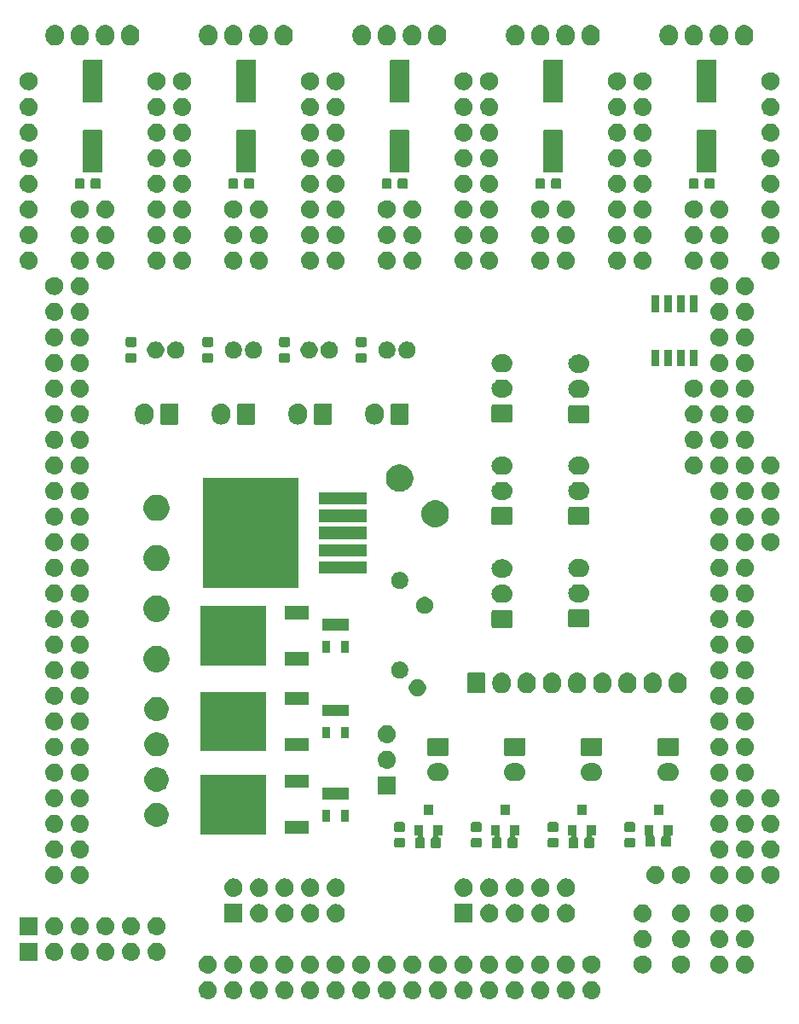
<source format=gbr>
G04 #@! TF.GenerationSoftware,KiCad,Pcbnew,(5.0.2)-1*
G04 #@! TF.CreationDate,2019-03-19T13:08:56+03:00*
G04 #@! TF.ProjectId,STM32F407VET6,53544d33-3246-4343-9037-564554362e6b,rev?*
G04 #@! TF.SameCoordinates,Original*
G04 #@! TF.FileFunction,Soldermask,Top*
G04 #@! TF.FilePolarity,Negative*
%FSLAX46Y46*%
G04 Gerber Fmt 4.6, Leading zero omitted, Abs format (unit mm)*
G04 Created by KiCad (PCBNEW (5.0.2)-1) date 19/03/2019 13:08:56*
%MOMM*%
%LPD*%
G01*
G04 APERTURE LIST*
%ADD10C,0.100000*%
G04 APERTURE END LIST*
D10*
G36*
X175370442Y-152775518D02*
X175436627Y-152782037D01*
X175549853Y-152816384D01*
X175606467Y-152833557D01*
X175745087Y-152907652D01*
X175762991Y-152917222D01*
X175798729Y-152946552D01*
X175900186Y-153029814D01*
X175983448Y-153131271D01*
X176012778Y-153167009D01*
X176012779Y-153167011D01*
X176096443Y-153323533D01*
X176096443Y-153323534D01*
X176147963Y-153493373D01*
X176165359Y-153670000D01*
X176147963Y-153846627D01*
X176113616Y-153959853D01*
X176096443Y-154016467D01*
X176022348Y-154155087D01*
X176012778Y-154172991D01*
X175983448Y-154208729D01*
X175900186Y-154310186D01*
X175798729Y-154393448D01*
X175762991Y-154422778D01*
X175762989Y-154422779D01*
X175606467Y-154506443D01*
X175549853Y-154523616D01*
X175436627Y-154557963D01*
X175370443Y-154564481D01*
X175304260Y-154571000D01*
X175215740Y-154571000D01*
X175149557Y-154564481D01*
X175083373Y-154557963D01*
X174970147Y-154523616D01*
X174913533Y-154506443D01*
X174757011Y-154422779D01*
X174757009Y-154422778D01*
X174721271Y-154393448D01*
X174619814Y-154310186D01*
X174536552Y-154208729D01*
X174507222Y-154172991D01*
X174497652Y-154155087D01*
X174423557Y-154016467D01*
X174406384Y-153959853D01*
X174372037Y-153846627D01*
X174354641Y-153670000D01*
X174372037Y-153493373D01*
X174423557Y-153323534D01*
X174423557Y-153323533D01*
X174507221Y-153167011D01*
X174507222Y-153167009D01*
X174536552Y-153131271D01*
X174619814Y-153029814D01*
X174721271Y-152946552D01*
X174757009Y-152917222D01*
X174774913Y-152907652D01*
X174913533Y-152833557D01*
X174970147Y-152816384D01*
X175083373Y-152782037D01*
X175149558Y-152775518D01*
X175215740Y-152769000D01*
X175304260Y-152769000D01*
X175370442Y-152775518D01*
X175370442Y-152775518D01*
G37*
G36*
X157590442Y-152775518D02*
X157656627Y-152782037D01*
X157769853Y-152816384D01*
X157826467Y-152833557D01*
X157965087Y-152907652D01*
X157982991Y-152917222D01*
X158018729Y-152946552D01*
X158120186Y-153029814D01*
X158203448Y-153131271D01*
X158232778Y-153167009D01*
X158232779Y-153167011D01*
X158316443Y-153323533D01*
X158316443Y-153323534D01*
X158367963Y-153493373D01*
X158385359Y-153670000D01*
X158367963Y-153846627D01*
X158333616Y-153959853D01*
X158316443Y-154016467D01*
X158242348Y-154155087D01*
X158232778Y-154172991D01*
X158203448Y-154208729D01*
X158120186Y-154310186D01*
X158018729Y-154393448D01*
X157982991Y-154422778D01*
X157982989Y-154422779D01*
X157826467Y-154506443D01*
X157769853Y-154523616D01*
X157656627Y-154557963D01*
X157590443Y-154564481D01*
X157524260Y-154571000D01*
X157435740Y-154571000D01*
X157369557Y-154564481D01*
X157303373Y-154557963D01*
X157190147Y-154523616D01*
X157133533Y-154506443D01*
X156977011Y-154422779D01*
X156977009Y-154422778D01*
X156941271Y-154393448D01*
X156839814Y-154310186D01*
X156756552Y-154208729D01*
X156727222Y-154172991D01*
X156717652Y-154155087D01*
X156643557Y-154016467D01*
X156626384Y-153959853D01*
X156592037Y-153846627D01*
X156574641Y-153670000D01*
X156592037Y-153493373D01*
X156643557Y-153323534D01*
X156643557Y-153323533D01*
X156727221Y-153167011D01*
X156727222Y-153167009D01*
X156756552Y-153131271D01*
X156839814Y-153029814D01*
X156941271Y-152946552D01*
X156977009Y-152917222D01*
X156994913Y-152907652D01*
X157133533Y-152833557D01*
X157190147Y-152816384D01*
X157303373Y-152782037D01*
X157369558Y-152775518D01*
X157435740Y-152769000D01*
X157524260Y-152769000D01*
X157590442Y-152775518D01*
X157590442Y-152775518D01*
G37*
G36*
X137270442Y-152775518D02*
X137336627Y-152782037D01*
X137449853Y-152816384D01*
X137506467Y-152833557D01*
X137645087Y-152907652D01*
X137662991Y-152917222D01*
X137698729Y-152946552D01*
X137800186Y-153029814D01*
X137883448Y-153131271D01*
X137912778Y-153167009D01*
X137912779Y-153167011D01*
X137996443Y-153323533D01*
X137996443Y-153323534D01*
X138047963Y-153493373D01*
X138065359Y-153670000D01*
X138047963Y-153846627D01*
X138013616Y-153959853D01*
X137996443Y-154016467D01*
X137922348Y-154155087D01*
X137912778Y-154172991D01*
X137883448Y-154208729D01*
X137800186Y-154310186D01*
X137698729Y-154393448D01*
X137662991Y-154422778D01*
X137662989Y-154422779D01*
X137506467Y-154506443D01*
X137449853Y-154523616D01*
X137336627Y-154557963D01*
X137270443Y-154564481D01*
X137204260Y-154571000D01*
X137115740Y-154571000D01*
X137049557Y-154564481D01*
X136983373Y-154557963D01*
X136870147Y-154523616D01*
X136813533Y-154506443D01*
X136657011Y-154422779D01*
X136657009Y-154422778D01*
X136621271Y-154393448D01*
X136519814Y-154310186D01*
X136436552Y-154208729D01*
X136407222Y-154172991D01*
X136397652Y-154155087D01*
X136323557Y-154016467D01*
X136306384Y-153959853D01*
X136272037Y-153846627D01*
X136254641Y-153670000D01*
X136272037Y-153493373D01*
X136323557Y-153323534D01*
X136323557Y-153323533D01*
X136407221Y-153167011D01*
X136407222Y-153167009D01*
X136436552Y-153131271D01*
X136519814Y-153029814D01*
X136621271Y-152946552D01*
X136657009Y-152917222D01*
X136674913Y-152907652D01*
X136813533Y-152833557D01*
X136870147Y-152816384D01*
X136983373Y-152782037D01*
X137049558Y-152775518D01*
X137115740Y-152769000D01*
X137204260Y-152769000D01*
X137270442Y-152775518D01*
X137270442Y-152775518D01*
G37*
G36*
X139810442Y-152775518D02*
X139876627Y-152782037D01*
X139989853Y-152816384D01*
X140046467Y-152833557D01*
X140185087Y-152907652D01*
X140202991Y-152917222D01*
X140238729Y-152946552D01*
X140340186Y-153029814D01*
X140423448Y-153131271D01*
X140452778Y-153167009D01*
X140452779Y-153167011D01*
X140536443Y-153323533D01*
X140536443Y-153323534D01*
X140587963Y-153493373D01*
X140605359Y-153670000D01*
X140587963Y-153846627D01*
X140553616Y-153959853D01*
X140536443Y-154016467D01*
X140462348Y-154155087D01*
X140452778Y-154172991D01*
X140423448Y-154208729D01*
X140340186Y-154310186D01*
X140238729Y-154393448D01*
X140202991Y-154422778D01*
X140202989Y-154422779D01*
X140046467Y-154506443D01*
X139989853Y-154523616D01*
X139876627Y-154557963D01*
X139810443Y-154564481D01*
X139744260Y-154571000D01*
X139655740Y-154571000D01*
X139589557Y-154564481D01*
X139523373Y-154557963D01*
X139410147Y-154523616D01*
X139353533Y-154506443D01*
X139197011Y-154422779D01*
X139197009Y-154422778D01*
X139161271Y-154393448D01*
X139059814Y-154310186D01*
X138976552Y-154208729D01*
X138947222Y-154172991D01*
X138937652Y-154155087D01*
X138863557Y-154016467D01*
X138846384Y-153959853D01*
X138812037Y-153846627D01*
X138794641Y-153670000D01*
X138812037Y-153493373D01*
X138863557Y-153323534D01*
X138863557Y-153323533D01*
X138947221Y-153167011D01*
X138947222Y-153167009D01*
X138976552Y-153131271D01*
X139059814Y-153029814D01*
X139161271Y-152946552D01*
X139197009Y-152917222D01*
X139214913Y-152907652D01*
X139353533Y-152833557D01*
X139410147Y-152816384D01*
X139523373Y-152782037D01*
X139589558Y-152775518D01*
X139655740Y-152769000D01*
X139744260Y-152769000D01*
X139810442Y-152775518D01*
X139810442Y-152775518D01*
G37*
G36*
X142350442Y-152775518D02*
X142416627Y-152782037D01*
X142529853Y-152816384D01*
X142586467Y-152833557D01*
X142725087Y-152907652D01*
X142742991Y-152917222D01*
X142778729Y-152946552D01*
X142880186Y-153029814D01*
X142963448Y-153131271D01*
X142992778Y-153167009D01*
X142992779Y-153167011D01*
X143076443Y-153323533D01*
X143076443Y-153323534D01*
X143127963Y-153493373D01*
X143145359Y-153670000D01*
X143127963Y-153846627D01*
X143093616Y-153959853D01*
X143076443Y-154016467D01*
X143002348Y-154155087D01*
X142992778Y-154172991D01*
X142963448Y-154208729D01*
X142880186Y-154310186D01*
X142778729Y-154393448D01*
X142742991Y-154422778D01*
X142742989Y-154422779D01*
X142586467Y-154506443D01*
X142529853Y-154523616D01*
X142416627Y-154557963D01*
X142350443Y-154564481D01*
X142284260Y-154571000D01*
X142195740Y-154571000D01*
X142129557Y-154564481D01*
X142063373Y-154557963D01*
X141950147Y-154523616D01*
X141893533Y-154506443D01*
X141737011Y-154422779D01*
X141737009Y-154422778D01*
X141701271Y-154393448D01*
X141599814Y-154310186D01*
X141516552Y-154208729D01*
X141487222Y-154172991D01*
X141477652Y-154155087D01*
X141403557Y-154016467D01*
X141386384Y-153959853D01*
X141352037Y-153846627D01*
X141334641Y-153670000D01*
X141352037Y-153493373D01*
X141403557Y-153323534D01*
X141403557Y-153323533D01*
X141487221Y-153167011D01*
X141487222Y-153167009D01*
X141516552Y-153131271D01*
X141599814Y-153029814D01*
X141701271Y-152946552D01*
X141737009Y-152917222D01*
X141754913Y-152907652D01*
X141893533Y-152833557D01*
X141950147Y-152816384D01*
X142063373Y-152782037D01*
X142129558Y-152775518D01*
X142195740Y-152769000D01*
X142284260Y-152769000D01*
X142350442Y-152775518D01*
X142350442Y-152775518D01*
G37*
G36*
X144890442Y-152775518D02*
X144956627Y-152782037D01*
X145069853Y-152816384D01*
X145126467Y-152833557D01*
X145265087Y-152907652D01*
X145282991Y-152917222D01*
X145318729Y-152946552D01*
X145420186Y-153029814D01*
X145503448Y-153131271D01*
X145532778Y-153167009D01*
X145532779Y-153167011D01*
X145616443Y-153323533D01*
X145616443Y-153323534D01*
X145667963Y-153493373D01*
X145685359Y-153670000D01*
X145667963Y-153846627D01*
X145633616Y-153959853D01*
X145616443Y-154016467D01*
X145542348Y-154155087D01*
X145532778Y-154172991D01*
X145503448Y-154208729D01*
X145420186Y-154310186D01*
X145318729Y-154393448D01*
X145282991Y-154422778D01*
X145282989Y-154422779D01*
X145126467Y-154506443D01*
X145069853Y-154523616D01*
X144956627Y-154557963D01*
X144890443Y-154564481D01*
X144824260Y-154571000D01*
X144735740Y-154571000D01*
X144669557Y-154564481D01*
X144603373Y-154557963D01*
X144490147Y-154523616D01*
X144433533Y-154506443D01*
X144277011Y-154422779D01*
X144277009Y-154422778D01*
X144241271Y-154393448D01*
X144139814Y-154310186D01*
X144056552Y-154208729D01*
X144027222Y-154172991D01*
X144017652Y-154155087D01*
X143943557Y-154016467D01*
X143926384Y-153959853D01*
X143892037Y-153846627D01*
X143874641Y-153670000D01*
X143892037Y-153493373D01*
X143943557Y-153323534D01*
X143943557Y-153323533D01*
X144027221Y-153167011D01*
X144027222Y-153167009D01*
X144056552Y-153131271D01*
X144139814Y-153029814D01*
X144241271Y-152946552D01*
X144277009Y-152917222D01*
X144294913Y-152907652D01*
X144433533Y-152833557D01*
X144490147Y-152816384D01*
X144603373Y-152782037D01*
X144669558Y-152775518D01*
X144735740Y-152769000D01*
X144824260Y-152769000D01*
X144890442Y-152775518D01*
X144890442Y-152775518D01*
G37*
G36*
X147430442Y-152775518D02*
X147496627Y-152782037D01*
X147609853Y-152816384D01*
X147666467Y-152833557D01*
X147805087Y-152907652D01*
X147822991Y-152917222D01*
X147858729Y-152946552D01*
X147960186Y-153029814D01*
X148043448Y-153131271D01*
X148072778Y-153167009D01*
X148072779Y-153167011D01*
X148156443Y-153323533D01*
X148156443Y-153323534D01*
X148207963Y-153493373D01*
X148225359Y-153670000D01*
X148207963Y-153846627D01*
X148173616Y-153959853D01*
X148156443Y-154016467D01*
X148082348Y-154155087D01*
X148072778Y-154172991D01*
X148043448Y-154208729D01*
X147960186Y-154310186D01*
X147858729Y-154393448D01*
X147822991Y-154422778D01*
X147822989Y-154422779D01*
X147666467Y-154506443D01*
X147609853Y-154523616D01*
X147496627Y-154557963D01*
X147430443Y-154564481D01*
X147364260Y-154571000D01*
X147275740Y-154571000D01*
X147209557Y-154564481D01*
X147143373Y-154557963D01*
X147030147Y-154523616D01*
X146973533Y-154506443D01*
X146817011Y-154422779D01*
X146817009Y-154422778D01*
X146781271Y-154393448D01*
X146679814Y-154310186D01*
X146596552Y-154208729D01*
X146567222Y-154172991D01*
X146557652Y-154155087D01*
X146483557Y-154016467D01*
X146466384Y-153959853D01*
X146432037Y-153846627D01*
X146414641Y-153670000D01*
X146432037Y-153493373D01*
X146483557Y-153323534D01*
X146483557Y-153323533D01*
X146567221Y-153167011D01*
X146567222Y-153167009D01*
X146596552Y-153131271D01*
X146679814Y-153029814D01*
X146781271Y-152946552D01*
X146817009Y-152917222D01*
X146834913Y-152907652D01*
X146973533Y-152833557D01*
X147030147Y-152816384D01*
X147143373Y-152782037D01*
X147209558Y-152775518D01*
X147275740Y-152769000D01*
X147364260Y-152769000D01*
X147430442Y-152775518D01*
X147430442Y-152775518D01*
G37*
G36*
X149970442Y-152775518D02*
X150036627Y-152782037D01*
X150149853Y-152816384D01*
X150206467Y-152833557D01*
X150345087Y-152907652D01*
X150362991Y-152917222D01*
X150398729Y-152946552D01*
X150500186Y-153029814D01*
X150583448Y-153131271D01*
X150612778Y-153167009D01*
X150612779Y-153167011D01*
X150696443Y-153323533D01*
X150696443Y-153323534D01*
X150747963Y-153493373D01*
X150765359Y-153670000D01*
X150747963Y-153846627D01*
X150713616Y-153959853D01*
X150696443Y-154016467D01*
X150622348Y-154155087D01*
X150612778Y-154172991D01*
X150583448Y-154208729D01*
X150500186Y-154310186D01*
X150398729Y-154393448D01*
X150362991Y-154422778D01*
X150362989Y-154422779D01*
X150206467Y-154506443D01*
X150149853Y-154523616D01*
X150036627Y-154557963D01*
X149970443Y-154564481D01*
X149904260Y-154571000D01*
X149815740Y-154571000D01*
X149749557Y-154564481D01*
X149683373Y-154557963D01*
X149570147Y-154523616D01*
X149513533Y-154506443D01*
X149357011Y-154422779D01*
X149357009Y-154422778D01*
X149321271Y-154393448D01*
X149219814Y-154310186D01*
X149136552Y-154208729D01*
X149107222Y-154172991D01*
X149097652Y-154155087D01*
X149023557Y-154016467D01*
X149006384Y-153959853D01*
X148972037Y-153846627D01*
X148954641Y-153670000D01*
X148972037Y-153493373D01*
X149023557Y-153323534D01*
X149023557Y-153323533D01*
X149107221Y-153167011D01*
X149107222Y-153167009D01*
X149136552Y-153131271D01*
X149219814Y-153029814D01*
X149321271Y-152946552D01*
X149357009Y-152917222D01*
X149374913Y-152907652D01*
X149513533Y-152833557D01*
X149570147Y-152816384D01*
X149683373Y-152782037D01*
X149749558Y-152775518D01*
X149815740Y-152769000D01*
X149904260Y-152769000D01*
X149970442Y-152775518D01*
X149970442Y-152775518D01*
G37*
G36*
X152510442Y-152775518D02*
X152576627Y-152782037D01*
X152689853Y-152816384D01*
X152746467Y-152833557D01*
X152885087Y-152907652D01*
X152902991Y-152917222D01*
X152938729Y-152946552D01*
X153040186Y-153029814D01*
X153123448Y-153131271D01*
X153152778Y-153167009D01*
X153152779Y-153167011D01*
X153236443Y-153323533D01*
X153236443Y-153323534D01*
X153287963Y-153493373D01*
X153305359Y-153670000D01*
X153287963Y-153846627D01*
X153253616Y-153959853D01*
X153236443Y-154016467D01*
X153162348Y-154155087D01*
X153152778Y-154172991D01*
X153123448Y-154208729D01*
X153040186Y-154310186D01*
X152938729Y-154393448D01*
X152902991Y-154422778D01*
X152902989Y-154422779D01*
X152746467Y-154506443D01*
X152689853Y-154523616D01*
X152576627Y-154557963D01*
X152510443Y-154564481D01*
X152444260Y-154571000D01*
X152355740Y-154571000D01*
X152289557Y-154564481D01*
X152223373Y-154557963D01*
X152110147Y-154523616D01*
X152053533Y-154506443D01*
X151897011Y-154422779D01*
X151897009Y-154422778D01*
X151861271Y-154393448D01*
X151759814Y-154310186D01*
X151676552Y-154208729D01*
X151647222Y-154172991D01*
X151637652Y-154155087D01*
X151563557Y-154016467D01*
X151546384Y-153959853D01*
X151512037Y-153846627D01*
X151494641Y-153670000D01*
X151512037Y-153493373D01*
X151563557Y-153323534D01*
X151563557Y-153323533D01*
X151647221Y-153167011D01*
X151647222Y-153167009D01*
X151676552Y-153131271D01*
X151759814Y-153029814D01*
X151861271Y-152946552D01*
X151897009Y-152917222D01*
X151914913Y-152907652D01*
X152053533Y-152833557D01*
X152110147Y-152816384D01*
X152223373Y-152782037D01*
X152289558Y-152775518D01*
X152355740Y-152769000D01*
X152444260Y-152769000D01*
X152510442Y-152775518D01*
X152510442Y-152775518D01*
G37*
G36*
X160130442Y-152775518D02*
X160196627Y-152782037D01*
X160309853Y-152816384D01*
X160366467Y-152833557D01*
X160505087Y-152907652D01*
X160522991Y-152917222D01*
X160558729Y-152946552D01*
X160660186Y-153029814D01*
X160743448Y-153131271D01*
X160772778Y-153167009D01*
X160772779Y-153167011D01*
X160856443Y-153323533D01*
X160856443Y-153323534D01*
X160907963Y-153493373D01*
X160925359Y-153670000D01*
X160907963Y-153846627D01*
X160873616Y-153959853D01*
X160856443Y-154016467D01*
X160782348Y-154155087D01*
X160772778Y-154172991D01*
X160743448Y-154208729D01*
X160660186Y-154310186D01*
X160558729Y-154393448D01*
X160522991Y-154422778D01*
X160522989Y-154422779D01*
X160366467Y-154506443D01*
X160309853Y-154523616D01*
X160196627Y-154557963D01*
X160130443Y-154564481D01*
X160064260Y-154571000D01*
X159975740Y-154571000D01*
X159909557Y-154564481D01*
X159843373Y-154557963D01*
X159730147Y-154523616D01*
X159673533Y-154506443D01*
X159517011Y-154422779D01*
X159517009Y-154422778D01*
X159481271Y-154393448D01*
X159379814Y-154310186D01*
X159296552Y-154208729D01*
X159267222Y-154172991D01*
X159257652Y-154155087D01*
X159183557Y-154016467D01*
X159166384Y-153959853D01*
X159132037Y-153846627D01*
X159114641Y-153670000D01*
X159132037Y-153493373D01*
X159183557Y-153323534D01*
X159183557Y-153323533D01*
X159267221Y-153167011D01*
X159267222Y-153167009D01*
X159296552Y-153131271D01*
X159379814Y-153029814D01*
X159481271Y-152946552D01*
X159517009Y-152917222D01*
X159534913Y-152907652D01*
X159673533Y-152833557D01*
X159730147Y-152816384D01*
X159843373Y-152782037D01*
X159909558Y-152775518D01*
X159975740Y-152769000D01*
X160064260Y-152769000D01*
X160130442Y-152775518D01*
X160130442Y-152775518D01*
G37*
G36*
X155050442Y-152775518D02*
X155116627Y-152782037D01*
X155229853Y-152816384D01*
X155286467Y-152833557D01*
X155425087Y-152907652D01*
X155442991Y-152917222D01*
X155478729Y-152946552D01*
X155580186Y-153029814D01*
X155663448Y-153131271D01*
X155692778Y-153167009D01*
X155692779Y-153167011D01*
X155776443Y-153323533D01*
X155776443Y-153323534D01*
X155827963Y-153493373D01*
X155845359Y-153670000D01*
X155827963Y-153846627D01*
X155793616Y-153959853D01*
X155776443Y-154016467D01*
X155702348Y-154155087D01*
X155692778Y-154172991D01*
X155663448Y-154208729D01*
X155580186Y-154310186D01*
X155478729Y-154393448D01*
X155442991Y-154422778D01*
X155442989Y-154422779D01*
X155286467Y-154506443D01*
X155229853Y-154523616D01*
X155116627Y-154557963D01*
X155050443Y-154564481D01*
X154984260Y-154571000D01*
X154895740Y-154571000D01*
X154829557Y-154564481D01*
X154763373Y-154557963D01*
X154650147Y-154523616D01*
X154593533Y-154506443D01*
X154437011Y-154422779D01*
X154437009Y-154422778D01*
X154401271Y-154393448D01*
X154299814Y-154310186D01*
X154216552Y-154208729D01*
X154187222Y-154172991D01*
X154177652Y-154155087D01*
X154103557Y-154016467D01*
X154086384Y-153959853D01*
X154052037Y-153846627D01*
X154034641Y-153670000D01*
X154052037Y-153493373D01*
X154103557Y-153323534D01*
X154103557Y-153323533D01*
X154187221Y-153167011D01*
X154187222Y-153167009D01*
X154216552Y-153131271D01*
X154299814Y-153029814D01*
X154401271Y-152946552D01*
X154437009Y-152917222D01*
X154454913Y-152907652D01*
X154593533Y-152833557D01*
X154650147Y-152816384D01*
X154763373Y-152782037D01*
X154829558Y-152775518D01*
X154895740Y-152769000D01*
X154984260Y-152769000D01*
X155050442Y-152775518D01*
X155050442Y-152775518D01*
G37*
G36*
X172830442Y-152775518D02*
X172896627Y-152782037D01*
X173009853Y-152816384D01*
X173066467Y-152833557D01*
X173205087Y-152907652D01*
X173222991Y-152917222D01*
X173258729Y-152946552D01*
X173360186Y-153029814D01*
X173443448Y-153131271D01*
X173472778Y-153167009D01*
X173472779Y-153167011D01*
X173556443Y-153323533D01*
X173556443Y-153323534D01*
X173607963Y-153493373D01*
X173625359Y-153670000D01*
X173607963Y-153846627D01*
X173573616Y-153959853D01*
X173556443Y-154016467D01*
X173482348Y-154155087D01*
X173472778Y-154172991D01*
X173443448Y-154208729D01*
X173360186Y-154310186D01*
X173258729Y-154393448D01*
X173222991Y-154422778D01*
X173222989Y-154422779D01*
X173066467Y-154506443D01*
X173009853Y-154523616D01*
X172896627Y-154557963D01*
X172830443Y-154564481D01*
X172764260Y-154571000D01*
X172675740Y-154571000D01*
X172609557Y-154564481D01*
X172543373Y-154557963D01*
X172430147Y-154523616D01*
X172373533Y-154506443D01*
X172217011Y-154422779D01*
X172217009Y-154422778D01*
X172181271Y-154393448D01*
X172079814Y-154310186D01*
X171996552Y-154208729D01*
X171967222Y-154172991D01*
X171957652Y-154155087D01*
X171883557Y-154016467D01*
X171866384Y-153959853D01*
X171832037Y-153846627D01*
X171814641Y-153670000D01*
X171832037Y-153493373D01*
X171883557Y-153323534D01*
X171883557Y-153323533D01*
X171967221Y-153167011D01*
X171967222Y-153167009D01*
X171996552Y-153131271D01*
X172079814Y-153029814D01*
X172181271Y-152946552D01*
X172217009Y-152917222D01*
X172234913Y-152907652D01*
X172373533Y-152833557D01*
X172430147Y-152816384D01*
X172543373Y-152782037D01*
X172609558Y-152775518D01*
X172675740Y-152769000D01*
X172764260Y-152769000D01*
X172830442Y-152775518D01*
X172830442Y-152775518D01*
G37*
G36*
X170290442Y-152775518D02*
X170356627Y-152782037D01*
X170469853Y-152816384D01*
X170526467Y-152833557D01*
X170665087Y-152907652D01*
X170682991Y-152917222D01*
X170718729Y-152946552D01*
X170820186Y-153029814D01*
X170903448Y-153131271D01*
X170932778Y-153167009D01*
X170932779Y-153167011D01*
X171016443Y-153323533D01*
X171016443Y-153323534D01*
X171067963Y-153493373D01*
X171085359Y-153670000D01*
X171067963Y-153846627D01*
X171033616Y-153959853D01*
X171016443Y-154016467D01*
X170942348Y-154155087D01*
X170932778Y-154172991D01*
X170903448Y-154208729D01*
X170820186Y-154310186D01*
X170718729Y-154393448D01*
X170682991Y-154422778D01*
X170682989Y-154422779D01*
X170526467Y-154506443D01*
X170469853Y-154523616D01*
X170356627Y-154557963D01*
X170290443Y-154564481D01*
X170224260Y-154571000D01*
X170135740Y-154571000D01*
X170069557Y-154564481D01*
X170003373Y-154557963D01*
X169890147Y-154523616D01*
X169833533Y-154506443D01*
X169677011Y-154422779D01*
X169677009Y-154422778D01*
X169641271Y-154393448D01*
X169539814Y-154310186D01*
X169456552Y-154208729D01*
X169427222Y-154172991D01*
X169417652Y-154155087D01*
X169343557Y-154016467D01*
X169326384Y-153959853D01*
X169292037Y-153846627D01*
X169274641Y-153670000D01*
X169292037Y-153493373D01*
X169343557Y-153323534D01*
X169343557Y-153323533D01*
X169427221Y-153167011D01*
X169427222Y-153167009D01*
X169456552Y-153131271D01*
X169539814Y-153029814D01*
X169641271Y-152946552D01*
X169677009Y-152917222D01*
X169694913Y-152907652D01*
X169833533Y-152833557D01*
X169890147Y-152816384D01*
X170003373Y-152782037D01*
X170069558Y-152775518D01*
X170135740Y-152769000D01*
X170224260Y-152769000D01*
X170290442Y-152775518D01*
X170290442Y-152775518D01*
G37*
G36*
X165210442Y-152775518D02*
X165276627Y-152782037D01*
X165389853Y-152816384D01*
X165446467Y-152833557D01*
X165585087Y-152907652D01*
X165602991Y-152917222D01*
X165638729Y-152946552D01*
X165740186Y-153029814D01*
X165823448Y-153131271D01*
X165852778Y-153167009D01*
X165852779Y-153167011D01*
X165936443Y-153323533D01*
X165936443Y-153323534D01*
X165987963Y-153493373D01*
X166005359Y-153670000D01*
X165987963Y-153846627D01*
X165953616Y-153959853D01*
X165936443Y-154016467D01*
X165862348Y-154155087D01*
X165852778Y-154172991D01*
X165823448Y-154208729D01*
X165740186Y-154310186D01*
X165638729Y-154393448D01*
X165602991Y-154422778D01*
X165602989Y-154422779D01*
X165446467Y-154506443D01*
X165389853Y-154523616D01*
X165276627Y-154557963D01*
X165210443Y-154564481D01*
X165144260Y-154571000D01*
X165055740Y-154571000D01*
X164989557Y-154564481D01*
X164923373Y-154557963D01*
X164810147Y-154523616D01*
X164753533Y-154506443D01*
X164597011Y-154422779D01*
X164597009Y-154422778D01*
X164561271Y-154393448D01*
X164459814Y-154310186D01*
X164376552Y-154208729D01*
X164347222Y-154172991D01*
X164337652Y-154155087D01*
X164263557Y-154016467D01*
X164246384Y-153959853D01*
X164212037Y-153846627D01*
X164194641Y-153670000D01*
X164212037Y-153493373D01*
X164263557Y-153323534D01*
X164263557Y-153323533D01*
X164347221Y-153167011D01*
X164347222Y-153167009D01*
X164376552Y-153131271D01*
X164459814Y-153029814D01*
X164561271Y-152946552D01*
X164597009Y-152917222D01*
X164614913Y-152907652D01*
X164753533Y-152833557D01*
X164810147Y-152816384D01*
X164923373Y-152782037D01*
X164989558Y-152775518D01*
X165055740Y-152769000D01*
X165144260Y-152769000D01*
X165210442Y-152775518D01*
X165210442Y-152775518D01*
G37*
G36*
X162670442Y-152775518D02*
X162736627Y-152782037D01*
X162849853Y-152816384D01*
X162906467Y-152833557D01*
X163045087Y-152907652D01*
X163062991Y-152917222D01*
X163098729Y-152946552D01*
X163200186Y-153029814D01*
X163283448Y-153131271D01*
X163312778Y-153167009D01*
X163312779Y-153167011D01*
X163396443Y-153323533D01*
X163396443Y-153323534D01*
X163447963Y-153493373D01*
X163465359Y-153670000D01*
X163447963Y-153846627D01*
X163413616Y-153959853D01*
X163396443Y-154016467D01*
X163322348Y-154155087D01*
X163312778Y-154172991D01*
X163283448Y-154208729D01*
X163200186Y-154310186D01*
X163098729Y-154393448D01*
X163062991Y-154422778D01*
X163062989Y-154422779D01*
X162906467Y-154506443D01*
X162849853Y-154523616D01*
X162736627Y-154557963D01*
X162670443Y-154564481D01*
X162604260Y-154571000D01*
X162515740Y-154571000D01*
X162449557Y-154564481D01*
X162383373Y-154557963D01*
X162270147Y-154523616D01*
X162213533Y-154506443D01*
X162057011Y-154422779D01*
X162057009Y-154422778D01*
X162021271Y-154393448D01*
X161919814Y-154310186D01*
X161836552Y-154208729D01*
X161807222Y-154172991D01*
X161797652Y-154155087D01*
X161723557Y-154016467D01*
X161706384Y-153959853D01*
X161672037Y-153846627D01*
X161654641Y-153670000D01*
X161672037Y-153493373D01*
X161723557Y-153323534D01*
X161723557Y-153323533D01*
X161807221Y-153167011D01*
X161807222Y-153167009D01*
X161836552Y-153131271D01*
X161919814Y-153029814D01*
X162021271Y-152946552D01*
X162057009Y-152917222D01*
X162074913Y-152907652D01*
X162213533Y-152833557D01*
X162270147Y-152816384D01*
X162383373Y-152782037D01*
X162449558Y-152775518D01*
X162515740Y-152769000D01*
X162604260Y-152769000D01*
X162670442Y-152775518D01*
X162670442Y-152775518D01*
G37*
G36*
X167750442Y-152775518D02*
X167816627Y-152782037D01*
X167929853Y-152816384D01*
X167986467Y-152833557D01*
X168125087Y-152907652D01*
X168142991Y-152917222D01*
X168178729Y-152946552D01*
X168280186Y-153029814D01*
X168363448Y-153131271D01*
X168392778Y-153167009D01*
X168392779Y-153167011D01*
X168476443Y-153323533D01*
X168476443Y-153323534D01*
X168527963Y-153493373D01*
X168545359Y-153670000D01*
X168527963Y-153846627D01*
X168493616Y-153959853D01*
X168476443Y-154016467D01*
X168402348Y-154155087D01*
X168392778Y-154172991D01*
X168363448Y-154208729D01*
X168280186Y-154310186D01*
X168178729Y-154393448D01*
X168142991Y-154422778D01*
X168142989Y-154422779D01*
X167986467Y-154506443D01*
X167929853Y-154523616D01*
X167816627Y-154557963D01*
X167750443Y-154564481D01*
X167684260Y-154571000D01*
X167595740Y-154571000D01*
X167529557Y-154564481D01*
X167463373Y-154557963D01*
X167350147Y-154523616D01*
X167293533Y-154506443D01*
X167137011Y-154422779D01*
X167137009Y-154422778D01*
X167101271Y-154393448D01*
X166999814Y-154310186D01*
X166916552Y-154208729D01*
X166887222Y-154172991D01*
X166877652Y-154155087D01*
X166803557Y-154016467D01*
X166786384Y-153959853D01*
X166752037Y-153846627D01*
X166734641Y-153670000D01*
X166752037Y-153493373D01*
X166803557Y-153323534D01*
X166803557Y-153323533D01*
X166887221Y-153167011D01*
X166887222Y-153167009D01*
X166916552Y-153131271D01*
X166999814Y-153029814D01*
X167101271Y-152946552D01*
X167137009Y-152917222D01*
X167154913Y-152907652D01*
X167293533Y-152833557D01*
X167350147Y-152816384D01*
X167463373Y-152782037D01*
X167529558Y-152775518D01*
X167595740Y-152769000D01*
X167684260Y-152769000D01*
X167750442Y-152775518D01*
X167750442Y-152775518D01*
G37*
G36*
X172830442Y-150235518D02*
X172896627Y-150242037D01*
X173009853Y-150276384D01*
X173066467Y-150293557D01*
X173196363Y-150362989D01*
X173222991Y-150377222D01*
X173258729Y-150406552D01*
X173360186Y-150489814D01*
X173443448Y-150591271D01*
X173472778Y-150627009D01*
X173472779Y-150627011D01*
X173556443Y-150783533D01*
X173556443Y-150783534D01*
X173607963Y-150953373D01*
X173625359Y-151130000D01*
X173607963Y-151306627D01*
X173581819Y-151392812D01*
X173556443Y-151476467D01*
X173513513Y-151556782D01*
X173472778Y-151632991D01*
X173443448Y-151668729D01*
X173360186Y-151770186D01*
X173287480Y-151829853D01*
X173222991Y-151882778D01*
X173222989Y-151882779D01*
X173066467Y-151966443D01*
X173009853Y-151983616D01*
X172896627Y-152017963D01*
X172830442Y-152024482D01*
X172764260Y-152031000D01*
X172675740Y-152031000D01*
X172609558Y-152024482D01*
X172543373Y-152017963D01*
X172430147Y-151983616D01*
X172373533Y-151966443D01*
X172217011Y-151882779D01*
X172217009Y-151882778D01*
X172152520Y-151829853D01*
X172079814Y-151770186D01*
X171996552Y-151668729D01*
X171967222Y-151632991D01*
X171926487Y-151556782D01*
X171883557Y-151476467D01*
X171858181Y-151392812D01*
X171832037Y-151306627D01*
X171814641Y-151130000D01*
X171832037Y-150953373D01*
X171883557Y-150783534D01*
X171883557Y-150783533D01*
X171967221Y-150627011D01*
X171967222Y-150627009D01*
X171996552Y-150591271D01*
X172079814Y-150489814D01*
X172181271Y-150406552D01*
X172217009Y-150377222D01*
X172243637Y-150362989D01*
X172373533Y-150293557D01*
X172430147Y-150276384D01*
X172543373Y-150242037D01*
X172609558Y-150235518D01*
X172675740Y-150229000D01*
X172764260Y-150229000D01*
X172830442Y-150235518D01*
X172830442Y-150235518D01*
G37*
G36*
X184412812Y-150263624D02*
X184576784Y-150331544D01*
X184724354Y-150430147D01*
X184849853Y-150555646D01*
X184948456Y-150703216D01*
X185016376Y-150867188D01*
X185051000Y-151041259D01*
X185051000Y-151218741D01*
X185016376Y-151392812D01*
X184948456Y-151556784D01*
X184849853Y-151704354D01*
X184724354Y-151829853D01*
X184576784Y-151928456D01*
X184412812Y-151996376D01*
X184238741Y-152031000D01*
X184061259Y-152031000D01*
X183887188Y-151996376D01*
X183723216Y-151928456D01*
X183575646Y-151829853D01*
X183450147Y-151704354D01*
X183351544Y-151556784D01*
X183283624Y-151392812D01*
X183249000Y-151218741D01*
X183249000Y-151041259D01*
X183283624Y-150867188D01*
X183351544Y-150703216D01*
X183450147Y-150555646D01*
X183575646Y-150430147D01*
X183723216Y-150331544D01*
X183887188Y-150263624D01*
X184061259Y-150229000D01*
X184238741Y-150229000D01*
X184412812Y-150263624D01*
X184412812Y-150263624D01*
G37*
G36*
X152510442Y-150235518D02*
X152576627Y-150242037D01*
X152689853Y-150276384D01*
X152746467Y-150293557D01*
X152876363Y-150362989D01*
X152902991Y-150377222D01*
X152938729Y-150406552D01*
X153040186Y-150489814D01*
X153123448Y-150591271D01*
X153152778Y-150627009D01*
X153152779Y-150627011D01*
X153236443Y-150783533D01*
X153236443Y-150783534D01*
X153287963Y-150953373D01*
X153305359Y-151130000D01*
X153287963Y-151306627D01*
X153261819Y-151392812D01*
X153236443Y-151476467D01*
X153193513Y-151556782D01*
X153152778Y-151632991D01*
X153123448Y-151668729D01*
X153040186Y-151770186D01*
X152967480Y-151829853D01*
X152902991Y-151882778D01*
X152902989Y-151882779D01*
X152746467Y-151966443D01*
X152689853Y-151983616D01*
X152576627Y-152017963D01*
X152510442Y-152024482D01*
X152444260Y-152031000D01*
X152355740Y-152031000D01*
X152289558Y-152024482D01*
X152223373Y-152017963D01*
X152110147Y-151983616D01*
X152053533Y-151966443D01*
X151897011Y-151882779D01*
X151897009Y-151882778D01*
X151832520Y-151829853D01*
X151759814Y-151770186D01*
X151676552Y-151668729D01*
X151647222Y-151632991D01*
X151606487Y-151556782D01*
X151563557Y-151476467D01*
X151538181Y-151392812D01*
X151512037Y-151306627D01*
X151494641Y-151130000D01*
X151512037Y-150953373D01*
X151563557Y-150783534D01*
X151563557Y-150783533D01*
X151647221Y-150627011D01*
X151647222Y-150627009D01*
X151676552Y-150591271D01*
X151759814Y-150489814D01*
X151861271Y-150406552D01*
X151897009Y-150377222D01*
X151923637Y-150362989D01*
X152053533Y-150293557D01*
X152110147Y-150276384D01*
X152223373Y-150242037D01*
X152289558Y-150235518D01*
X152355740Y-150229000D01*
X152444260Y-150229000D01*
X152510442Y-150235518D01*
X152510442Y-150235518D01*
G37*
G36*
X180602812Y-150263624D02*
X180766784Y-150331544D01*
X180914354Y-150430147D01*
X181039853Y-150555646D01*
X181138456Y-150703216D01*
X181206376Y-150867188D01*
X181241000Y-151041259D01*
X181241000Y-151218741D01*
X181206376Y-151392812D01*
X181138456Y-151556784D01*
X181039853Y-151704354D01*
X180914354Y-151829853D01*
X180766784Y-151928456D01*
X180602812Y-151996376D01*
X180428741Y-152031000D01*
X180251259Y-152031000D01*
X180077188Y-151996376D01*
X179913216Y-151928456D01*
X179765646Y-151829853D01*
X179640147Y-151704354D01*
X179541544Y-151556784D01*
X179473624Y-151392812D01*
X179439000Y-151218741D01*
X179439000Y-151041259D01*
X179473624Y-150867188D01*
X179541544Y-150703216D01*
X179640147Y-150555646D01*
X179765646Y-150430147D01*
X179913216Y-150331544D01*
X180077188Y-150263624D01*
X180251259Y-150229000D01*
X180428741Y-150229000D01*
X180602812Y-150263624D01*
X180602812Y-150263624D01*
G37*
G36*
X149970442Y-150235518D02*
X150036627Y-150242037D01*
X150149853Y-150276384D01*
X150206467Y-150293557D01*
X150336363Y-150362989D01*
X150362991Y-150377222D01*
X150398729Y-150406552D01*
X150500186Y-150489814D01*
X150583448Y-150591271D01*
X150612778Y-150627009D01*
X150612779Y-150627011D01*
X150696443Y-150783533D01*
X150696443Y-150783534D01*
X150747963Y-150953373D01*
X150765359Y-151130000D01*
X150747963Y-151306627D01*
X150721819Y-151392812D01*
X150696443Y-151476467D01*
X150653513Y-151556782D01*
X150612778Y-151632991D01*
X150583448Y-151668729D01*
X150500186Y-151770186D01*
X150427480Y-151829853D01*
X150362991Y-151882778D01*
X150362989Y-151882779D01*
X150206467Y-151966443D01*
X150149853Y-151983616D01*
X150036627Y-152017963D01*
X149970442Y-152024482D01*
X149904260Y-152031000D01*
X149815740Y-152031000D01*
X149749558Y-152024482D01*
X149683373Y-152017963D01*
X149570147Y-151983616D01*
X149513533Y-151966443D01*
X149357011Y-151882779D01*
X149357009Y-151882778D01*
X149292520Y-151829853D01*
X149219814Y-151770186D01*
X149136552Y-151668729D01*
X149107222Y-151632991D01*
X149066487Y-151556782D01*
X149023557Y-151476467D01*
X148998181Y-151392812D01*
X148972037Y-151306627D01*
X148954641Y-151130000D01*
X148972037Y-150953373D01*
X149023557Y-150783534D01*
X149023557Y-150783533D01*
X149107221Y-150627011D01*
X149107222Y-150627009D01*
X149136552Y-150591271D01*
X149219814Y-150489814D01*
X149321271Y-150406552D01*
X149357009Y-150377222D01*
X149383637Y-150362989D01*
X149513533Y-150293557D01*
X149570147Y-150276384D01*
X149683373Y-150242037D01*
X149749558Y-150235518D01*
X149815740Y-150229000D01*
X149904260Y-150229000D01*
X149970442Y-150235518D01*
X149970442Y-150235518D01*
G37*
G36*
X147430442Y-150235518D02*
X147496627Y-150242037D01*
X147609853Y-150276384D01*
X147666467Y-150293557D01*
X147796363Y-150362989D01*
X147822991Y-150377222D01*
X147858729Y-150406552D01*
X147960186Y-150489814D01*
X148043448Y-150591271D01*
X148072778Y-150627009D01*
X148072779Y-150627011D01*
X148156443Y-150783533D01*
X148156443Y-150783534D01*
X148207963Y-150953373D01*
X148225359Y-151130000D01*
X148207963Y-151306627D01*
X148181819Y-151392812D01*
X148156443Y-151476467D01*
X148113513Y-151556782D01*
X148072778Y-151632991D01*
X148043448Y-151668729D01*
X147960186Y-151770186D01*
X147887480Y-151829853D01*
X147822991Y-151882778D01*
X147822989Y-151882779D01*
X147666467Y-151966443D01*
X147609853Y-151983616D01*
X147496627Y-152017963D01*
X147430442Y-152024482D01*
X147364260Y-152031000D01*
X147275740Y-152031000D01*
X147209558Y-152024482D01*
X147143373Y-152017963D01*
X147030147Y-151983616D01*
X146973533Y-151966443D01*
X146817011Y-151882779D01*
X146817009Y-151882778D01*
X146752520Y-151829853D01*
X146679814Y-151770186D01*
X146596552Y-151668729D01*
X146567222Y-151632991D01*
X146526487Y-151556782D01*
X146483557Y-151476467D01*
X146458181Y-151392812D01*
X146432037Y-151306627D01*
X146414641Y-151130000D01*
X146432037Y-150953373D01*
X146483557Y-150783534D01*
X146483557Y-150783533D01*
X146567221Y-150627011D01*
X146567222Y-150627009D01*
X146596552Y-150591271D01*
X146679814Y-150489814D01*
X146781271Y-150406552D01*
X146817009Y-150377222D01*
X146843637Y-150362989D01*
X146973533Y-150293557D01*
X147030147Y-150276384D01*
X147143373Y-150242037D01*
X147209558Y-150235518D01*
X147275740Y-150229000D01*
X147364260Y-150229000D01*
X147430442Y-150235518D01*
X147430442Y-150235518D01*
G37*
G36*
X142350442Y-150235518D02*
X142416627Y-150242037D01*
X142529853Y-150276384D01*
X142586467Y-150293557D01*
X142716363Y-150362989D01*
X142742991Y-150377222D01*
X142778729Y-150406552D01*
X142880186Y-150489814D01*
X142963448Y-150591271D01*
X142992778Y-150627009D01*
X142992779Y-150627011D01*
X143076443Y-150783533D01*
X143076443Y-150783534D01*
X143127963Y-150953373D01*
X143145359Y-151130000D01*
X143127963Y-151306627D01*
X143101819Y-151392812D01*
X143076443Y-151476467D01*
X143033513Y-151556782D01*
X142992778Y-151632991D01*
X142963448Y-151668729D01*
X142880186Y-151770186D01*
X142807480Y-151829853D01*
X142742991Y-151882778D01*
X142742989Y-151882779D01*
X142586467Y-151966443D01*
X142529853Y-151983616D01*
X142416627Y-152017963D01*
X142350442Y-152024482D01*
X142284260Y-152031000D01*
X142195740Y-152031000D01*
X142129558Y-152024482D01*
X142063373Y-152017963D01*
X141950147Y-151983616D01*
X141893533Y-151966443D01*
X141737011Y-151882779D01*
X141737009Y-151882778D01*
X141672520Y-151829853D01*
X141599814Y-151770186D01*
X141516552Y-151668729D01*
X141487222Y-151632991D01*
X141446487Y-151556782D01*
X141403557Y-151476467D01*
X141378181Y-151392812D01*
X141352037Y-151306627D01*
X141334641Y-151130000D01*
X141352037Y-150953373D01*
X141403557Y-150783534D01*
X141403557Y-150783533D01*
X141487221Y-150627011D01*
X141487222Y-150627009D01*
X141516552Y-150591271D01*
X141599814Y-150489814D01*
X141701271Y-150406552D01*
X141737009Y-150377222D01*
X141763637Y-150362989D01*
X141893533Y-150293557D01*
X141950147Y-150276384D01*
X142063373Y-150242037D01*
X142129558Y-150235518D01*
X142195740Y-150229000D01*
X142284260Y-150229000D01*
X142350442Y-150235518D01*
X142350442Y-150235518D01*
G37*
G36*
X139810442Y-150235518D02*
X139876627Y-150242037D01*
X139989853Y-150276384D01*
X140046467Y-150293557D01*
X140176363Y-150362989D01*
X140202991Y-150377222D01*
X140238729Y-150406552D01*
X140340186Y-150489814D01*
X140423448Y-150591271D01*
X140452778Y-150627009D01*
X140452779Y-150627011D01*
X140536443Y-150783533D01*
X140536443Y-150783534D01*
X140587963Y-150953373D01*
X140605359Y-151130000D01*
X140587963Y-151306627D01*
X140561819Y-151392812D01*
X140536443Y-151476467D01*
X140493513Y-151556782D01*
X140452778Y-151632991D01*
X140423448Y-151668729D01*
X140340186Y-151770186D01*
X140267480Y-151829853D01*
X140202991Y-151882778D01*
X140202989Y-151882779D01*
X140046467Y-151966443D01*
X139989853Y-151983616D01*
X139876627Y-152017963D01*
X139810442Y-152024482D01*
X139744260Y-152031000D01*
X139655740Y-152031000D01*
X139589558Y-152024482D01*
X139523373Y-152017963D01*
X139410147Y-151983616D01*
X139353533Y-151966443D01*
X139197011Y-151882779D01*
X139197009Y-151882778D01*
X139132520Y-151829853D01*
X139059814Y-151770186D01*
X138976552Y-151668729D01*
X138947222Y-151632991D01*
X138906487Y-151556782D01*
X138863557Y-151476467D01*
X138838181Y-151392812D01*
X138812037Y-151306627D01*
X138794641Y-151130000D01*
X138812037Y-150953373D01*
X138863557Y-150783534D01*
X138863557Y-150783533D01*
X138947221Y-150627011D01*
X138947222Y-150627009D01*
X138976552Y-150591271D01*
X139059814Y-150489814D01*
X139161271Y-150406552D01*
X139197009Y-150377222D01*
X139223637Y-150362989D01*
X139353533Y-150293557D01*
X139410147Y-150276384D01*
X139523373Y-150242037D01*
X139589558Y-150235518D01*
X139655740Y-150229000D01*
X139744260Y-150229000D01*
X139810442Y-150235518D01*
X139810442Y-150235518D01*
G37*
G36*
X165210442Y-150235518D02*
X165276627Y-150242037D01*
X165389853Y-150276384D01*
X165446467Y-150293557D01*
X165576363Y-150362989D01*
X165602991Y-150377222D01*
X165638729Y-150406552D01*
X165740186Y-150489814D01*
X165823448Y-150591271D01*
X165852778Y-150627009D01*
X165852779Y-150627011D01*
X165936443Y-150783533D01*
X165936443Y-150783534D01*
X165987963Y-150953373D01*
X166005359Y-151130000D01*
X165987963Y-151306627D01*
X165961819Y-151392812D01*
X165936443Y-151476467D01*
X165893513Y-151556782D01*
X165852778Y-151632991D01*
X165823448Y-151668729D01*
X165740186Y-151770186D01*
X165667480Y-151829853D01*
X165602991Y-151882778D01*
X165602989Y-151882779D01*
X165446467Y-151966443D01*
X165389853Y-151983616D01*
X165276627Y-152017963D01*
X165210442Y-152024482D01*
X165144260Y-152031000D01*
X165055740Y-152031000D01*
X164989558Y-152024482D01*
X164923373Y-152017963D01*
X164810147Y-151983616D01*
X164753533Y-151966443D01*
X164597011Y-151882779D01*
X164597009Y-151882778D01*
X164532520Y-151829853D01*
X164459814Y-151770186D01*
X164376552Y-151668729D01*
X164347222Y-151632991D01*
X164306487Y-151556782D01*
X164263557Y-151476467D01*
X164238181Y-151392812D01*
X164212037Y-151306627D01*
X164194641Y-151130000D01*
X164212037Y-150953373D01*
X164263557Y-150783534D01*
X164263557Y-150783533D01*
X164347221Y-150627011D01*
X164347222Y-150627009D01*
X164376552Y-150591271D01*
X164459814Y-150489814D01*
X164561271Y-150406552D01*
X164597009Y-150377222D01*
X164623637Y-150362989D01*
X164753533Y-150293557D01*
X164810147Y-150276384D01*
X164923373Y-150242037D01*
X164989558Y-150235518D01*
X165055740Y-150229000D01*
X165144260Y-150229000D01*
X165210442Y-150235518D01*
X165210442Y-150235518D01*
G37*
G36*
X160130442Y-150235518D02*
X160196627Y-150242037D01*
X160309853Y-150276384D01*
X160366467Y-150293557D01*
X160496363Y-150362989D01*
X160522991Y-150377222D01*
X160558729Y-150406552D01*
X160660186Y-150489814D01*
X160743448Y-150591271D01*
X160772778Y-150627009D01*
X160772779Y-150627011D01*
X160856443Y-150783533D01*
X160856443Y-150783534D01*
X160907963Y-150953373D01*
X160925359Y-151130000D01*
X160907963Y-151306627D01*
X160881819Y-151392812D01*
X160856443Y-151476467D01*
X160813513Y-151556782D01*
X160772778Y-151632991D01*
X160743448Y-151668729D01*
X160660186Y-151770186D01*
X160587480Y-151829853D01*
X160522991Y-151882778D01*
X160522989Y-151882779D01*
X160366467Y-151966443D01*
X160309853Y-151983616D01*
X160196627Y-152017963D01*
X160130442Y-152024482D01*
X160064260Y-152031000D01*
X159975740Y-152031000D01*
X159909558Y-152024482D01*
X159843373Y-152017963D01*
X159730147Y-151983616D01*
X159673533Y-151966443D01*
X159517011Y-151882779D01*
X159517009Y-151882778D01*
X159452520Y-151829853D01*
X159379814Y-151770186D01*
X159296552Y-151668729D01*
X159267222Y-151632991D01*
X159226487Y-151556782D01*
X159183557Y-151476467D01*
X159158181Y-151392812D01*
X159132037Y-151306627D01*
X159114641Y-151130000D01*
X159132037Y-150953373D01*
X159183557Y-150783534D01*
X159183557Y-150783533D01*
X159267221Y-150627011D01*
X159267222Y-150627009D01*
X159296552Y-150591271D01*
X159379814Y-150489814D01*
X159481271Y-150406552D01*
X159517009Y-150377222D01*
X159543637Y-150362989D01*
X159673533Y-150293557D01*
X159730147Y-150276384D01*
X159843373Y-150242037D01*
X159909558Y-150235518D01*
X159975740Y-150229000D01*
X160064260Y-150229000D01*
X160130442Y-150235518D01*
X160130442Y-150235518D01*
G37*
G36*
X157590442Y-150235518D02*
X157656627Y-150242037D01*
X157769853Y-150276384D01*
X157826467Y-150293557D01*
X157956363Y-150362989D01*
X157982991Y-150377222D01*
X158018729Y-150406552D01*
X158120186Y-150489814D01*
X158203448Y-150591271D01*
X158232778Y-150627009D01*
X158232779Y-150627011D01*
X158316443Y-150783533D01*
X158316443Y-150783534D01*
X158367963Y-150953373D01*
X158385359Y-151130000D01*
X158367963Y-151306627D01*
X158341819Y-151392812D01*
X158316443Y-151476467D01*
X158273513Y-151556782D01*
X158232778Y-151632991D01*
X158203448Y-151668729D01*
X158120186Y-151770186D01*
X158047480Y-151829853D01*
X157982991Y-151882778D01*
X157982989Y-151882779D01*
X157826467Y-151966443D01*
X157769853Y-151983616D01*
X157656627Y-152017963D01*
X157590442Y-152024482D01*
X157524260Y-152031000D01*
X157435740Y-152031000D01*
X157369558Y-152024482D01*
X157303373Y-152017963D01*
X157190147Y-151983616D01*
X157133533Y-151966443D01*
X156977011Y-151882779D01*
X156977009Y-151882778D01*
X156912520Y-151829853D01*
X156839814Y-151770186D01*
X156756552Y-151668729D01*
X156727222Y-151632991D01*
X156686487Y-151556782D01*
X156643557Y-151476467D01*
X156618181Y-151392812D01*
X156592037Y-151306627D01*
X156574641Y-151130000D01*
X156592037Y-150953373D01*
X156643557Y-150783534D01*
X156643557Y-150783533D01*
X156727221Y-150627011D01*
X156727222Y-150627009D01*
X156756552Y-150591271D01*
X156839814Y-150489814D01*
X156941271Y-150406552D01*
X156977009Y-150377222D01*
X157003637Y-150362989D01*
X157133533Y-150293557D01*
X157190147Y-150276384D01*
X157303373Y-150242037D01*
X157369558Y-150235518D01*
X157435740Y-150229000D01*
X157524260Y-150229000D01*
X157590442Y-150235518D01*
X157590442Y-150235518D01*
G37*
G36*
X137270442Y-150235518D02*
X137336627Y-150242037D01*
X137449853Y-150276384D01*
X137506467Y-150293557D01*
X137636363Y-150362989D01*
X137662991Y-150377222D01*
X137698729Y-150406552D01*
X137800186Y-150489814D01*
X137883448Y-150591271D01*
X137912778Y-150627009D01*
X137912779Y-150627011D01*
X137996443Y-150783533D01*
X137996443Y-150783534D01*
X138047963Y-150953373D01*
X138065359Y-151130000D01*
X138047963Y-151306627D01*
X138021819Y-151392812D01*
X137996443Y-151476467D01*
X137953513Y-151556782D01*
X137912778Y-151632991D01*
X137883448Y-151668729D01*
X137800186Y-151770186D01*
X137727480Y-151829853D01*
X137662991Y-151882778D01*
X137662989Y-151882779D01*
X137506467Y-151966443D01*
X137449853Y-151983616D01*
X137336627Y-152017963D01*
X137270442Y-152024482D01*
X137204260Y-152031000D01*
X137115740Y-152031000D01*
X137049558Y-152024482D01*
X136983373Y-152017963D01*
X136870147Y-151983616D01*
X136813533Y-151966443D01*
X136657011Y-151882779D01*
X136657009Y-151882778D01*
X136592520Y-151829853D01*
X136519814Y-151770186D01*
X136436552Y-151668729D01*
X136407222Y-151632991D01*
X136366487Y-151556782D01*
X136323557Y-151476467D01*
X136298181Y-151392812D01*
X136272037Y-151306627D01*
X136254641Y-151130000D01*
X136272037Y-150953373D01*
X136323557Y-150783534D01*
X136323557Y-150783533D01*
X136407221Y-150627011D01*
X136407222Y-150627009D01*
X136436552Y-150591271D01*
X136519814Y-150489814D01*
X136621271Y-150406552D01*
X136657009Y-150377222D01*
X136683637Y-150362989D01*
X136813533Y-150293557D01*
X136870147Y-150276384D01*
X136983373Y-150242037D01*
X137049558Y-150235518D01*
X137115740Y-150229000D01*
X137204260Y-150229000D01*
X137270442Y-150235518D01*
X137270442Y-150235518D01*
G37*
G36*
X175522812Y-150263624D02*
X175686784Y-150331544D01*
X175834354Y-150430147D01*
X175959853Y-150555646D01*
X176058456Y-150703216D01*
X176126376Y-150867188D01*
X176161000Y-151041259D01*
X176161000Y-151218741D01*
X176126376Y-151392812D01*
X176058456Y-151556784D01*
X175959853Y-151704354D01*
X175834354Y-151829853D01*
X175686784Y-151928456D01*
X175522812Y-151996376D01*
X175348741Y-152031000D01*
X175171259Y-152031000D01*
X174997188Y-151996376D01*
X174833216Y-151928456D01*
X174685646Y-151829853D01*
X174560147Y-151704354D01*
X174461544Y-151556784D01*
X174393624Y-151392812D01*
X174359000Y-151218741D01*
X174359000Y-151041259D01*
X174393624Y-150867188D01*
X174461544Y-150703216D01*
X174560147Y-150555646D01*
X174685646Y-150430147D01*
X174833216Y-150331544D01*
X174997188Y-150263624D01*
X175171259Y-150229000D01*
X175348741Y-150229000D01*
X175522812Y-150263624D01*
X175522812Y-150263624D01*
G37*
G36*
X190610442Y-150235518D02*
X190676627Y-150242037D01*
X190789853Y-150276384D01*
X190846467Y-150293557D01*
X190976363Y-150362989D01*
X191002991Y-150377222D01*
X191038729Y-150406552D01*
X191140186Y-150489814D01*
X191223448Y-150591271D01*
X191252778Y-150627009D01*
X191252779Y-150627011D01*
X191336443Y-150783533D01*
X191336443Y-150783534D01*
X191387963Y-150953373D01*
X191405359Y-151130000D01*
X191387963Y-151306627D01*
X191361819Y-151392812D01*
X191336443Y-151476467D01*
X191293513Y-151556782D01*
X191252778Y-151632991D01*
X191223448Y-151668729D01*
X191140186Y-151770186D01*
X191067480Y-151829853D01*
X191002991Y-151882778D01*
X191002989Y-151882779D01*
X190846467Y-151966443D01*
X190789853Y-151983616D01*
X190676627Y-152017963D01*
X190610442Y-152024482D01*
X190544260Y-152031000D01*
X190455740Y-152031000D01*
X190389558Y-152024482D01*
X190323373Y-152017963D01*
X190210147Y-151983616D01*
X190153533Y-151966443D01*
X189997011Y-151882779D01*
X189997009Y-151882778D01*
X189932520Y-151829853D01*
X189859814Y-151770186D01*
X189776552Y-151668729D01*
X189747222Y-151632991D01*
X189706487Y-151556782D01*
X189663557Y-151476467D01*
X189638181Y-151392812D01*
X189612037Y-151306627D01*
X189594641Y-151130000D01*
X189612037Y-150953373D01*
X189663557Y-150783534D01*
X189663557Y-150783533D01*
X189747221Y-150627011D01*
X189747222Y-150627009D01*
X189776552Y-150591271D01*
X189859814Y-150489814D01*
X189961271Y-150406552D01*
X189997009Y-150377222D01*
X190023637Y-150362989D01*
X190153533Y-150293557D01*
X190210147Y-150276384D01*
X190323373Y-150242037D01*
X190389558Y-150235518D01*
X190455740Y-150229000D01*
X190544260Y-150229000D01*
X190610442Y-150235518D01*
X190610442Y-150235518D01*
G37*
G36*
X144890442Y-150235518D02*
X144956627Y-150242037D01*
X145069853Y-150276384D01*
X145126467Y-150293557D01*
X145256363Y-150362989D01*
X145282991Y-150377222D01*
X145318729Y-150406552D01*
X145420186Y-150489814D01*
X145503448Y-150591271D01*
X145532778Y-150627009D01*
X145532779Y-150627011D01*
X145616443Y-150783533D01*
X145616443Y-150783534D01*
X145667963Y-150953373D01*
X145685359Y-151130000D01*
X145667963Y-151306627D01*
X145641819Y-151392812D01*
X145616443Y-151476467D01*
X145573513Y-151556782D01*
X145532778Y-151632991D01*
X145503448Y-151668729D01*
X145420186Y-151770186D01*
X145347480Y-151829853D01*
X145282991Y-151882778D01*
X145282989Y-151882779D01*
X145126467Y-151966443D01*
X145069853Y-151983616D01*
X144956627Y-152017963D01*
X144890442Y-152024482D01*
X144824260Y-152031000D01*
X144735740Y-152031000D01*
X144669558Y-152024482D01*
X144603373Y-152017963D01*
X144490147Y-151983616D01*
X144433533Y-151966443D01*
X144277011Y-151882779D01*
X144277009Y-151882778D01*
X144212520Y-151829853D01*
X144139814Y-151770186D01*
X144056552Y-151668729D01*
X144027222Y-151632991D01*
X143986487Y-151556782D01*
X143943557Y-151476467D01*
X143918181Y-151392812D01*
X143892037Y-151306627D01*
X143874641Y-151130000D01*
X143892037Y-150953373D01*
X143943557Y-150783534D01*
X143943557Y-150783533D01*
X144027221Y-150627011D01*
X144027222Y-150627009D01*
X144056552Y-150591271D01*
X144139814Y-150489814D01*
X144241271Y-150406552D01*
X144277009Y-150377222D01*
X144303637Y-150362989D01*
X144433533Y-150293557D01*
X144490147Y-150276384D01*
X144603373Y-150242037D01*
X144669558Y-150235518D01*
X144735740Y-150229000D01*
X144824260Y-150229000D01*
X144890442Y-150235518D01*
X144890442Y-150235518D01*
G37*
G36*
X155050442Y-150235518D02*
X155116627Y-150242037D01*
X155229853Y-150276384D01*
X155286467Y-150293557D01*
X155416363Y-150362989D01*
X155442991Y-150377222D01*
X155478729Y-150406552D01*
X155580186Y-150489814D01*
X155663448Y-150591271D01*
X155692778Y-150627009D01*
X155692779Y-150627011D01*
X155776443Y-150783533D01*
X155776443Y-150783534D01*
X155827963Y-150953373D01*
X155845359Y-151130000D01*
X155827963Y-151306627D01*
X155801819Y-151392812D01*
X155776443Y-151476467D01*
X155733513Y-151556782D01*
X155692778Y-151632991D01*
X155663448Y-151668729D01*
X155580186Y-151770186D01*
X155507480Y-151829853D01*
X155442991Y-151882778D01*
X155442989Y-151882779D01*
X155286467Y-151966443D01*
X155229853Y-151983616D01*
X155116627Y-152017963D01*
X155050442Y-152024482D01*
X154984260Y-152031000D01*
X154895740Y-152031000D01*
X154829558Y-152024482D01*
X154763373Y-152017963D01*
X154650147Y-151983616D01*
X154593533Y-151966443D01*
X154437011Y-151882779D01*
X154437009Y-151882778D01*
X154372520Y-151829853D01*
X154299814Y-151770186D01*
X154216552Y-151668729D01*
X154187222Y-151632991D01*
X154146487Y-151556782D01*
X154103557Y-151476467D01*
X154078181Y-151392812D01*
X154052037Y-151306627D01*
X154034641Y-151130000D01*
X154052037Y-150953373D01*
X154103557Y-150783534D01*
X154103557Y-150783533D01*
X154187221Y-150627011D01*
X154187222Y-150627009D01*
X154216552Y-150591271D01*
X154299814Y-150489814D01*
X154401271Y-150406552D01*
X154437009Y-150377222D01*
X154463637Y-150362989D01*
X154593533Y-150293557D01*
X154650147Y-150276384D01*
X154763373Y-150242037D01*
X154829558Y-150235518D01*
X154895740Y-150229000D01*
X154984260Y-150229000D01*
X155050442Y-150235518D01*
X155050442Y-150235518D01*
G37*
G36*
X170290442Y-150235518D02*
X170356627Y-150242037D01*
X170469853Y-150276384D01*
X170526467Y-150293557D01*
X170656363Y-150362989D01*
X170682991Y-150377222D01*
X170718729Y-150406552D01*
X170820186Y-150489814D01*
X170903448Y-150591271D01*
X170932778Y-150627009D01*
X170932779Y-150627011D01*
X171016443Y-150783533D01*
X171016443Y-150783534D01*
X171067963Y-150953373D01*
X171085359Y-151130000D01*
X171067963Y-151306627D01*
X171041819Y-151392812D01*
X171016443Y-151476467D01*
X170973513Y-151556782D01*
X170932778Y-151632991D01*
X170903448Y-151668729D01*
X170820186Y-151770186D01*
X170747480Y-151829853D01*
X170682991Y-151882778D01*
X170682989Y-151882779D01*
X170526467Y-151966443D01*
X170469853Y-151983616D01*
X170356627Y-152017963D01*
X170290442Y-152024482D01*
X170224260Y-152031000D01*
X170135740Y-152031000D01*
X170069558Y-152024482D01*
X170003373Y-152017963D01*
X169890147Y-151983616D01*
X169833533Y-151966443D01*
X169677011Y-151882779D01*
X169677009Y-151882778D01*
X169612520Y-151829853D01*
X169539814Y-151770186D01*
X169456552Y-151668729D01*
X169427222Y-151632991D01*
X169386487Y-151556782D01*
X169343557Y-151476467D01*
X169318181Y-151392812D01*
X169292037Y-151306627D01*
X169274641Y-151130000D01*
X169292037Y-150953373D01*
X169343557Y-150783534D01*
X169343557Y-150783533D01*
X169427221Y-150627011D01*
X169427222Y-150627009D01*
X169456552Y-150591271D01*
X169539814Y-150489814D01*
X169641271Y-150406552D01*
X169677009Y-150377222D01*
X169703637Y-150362989D01*
X169833533Y-150293557D01*
X169890147Y-150276384D01*
X170003373Y-150242037D01*
X170069558Y-150235518D01*
X170135740Y-150229000D01*
X170224260Y-150229000D01*
X170290442Y-150235518D01*
X170290442Y-150235518D01*
G37*
G36*
X162670442Y-150235518D02*
X162736627Y-150242037D01*
X162849853Y-150276384D01*
X162906467Y-150293557D01*
X163036363Y-150362989D01*
X163062991Y-150377222D01*
X163098729Y-150406552D01*
X163200186Y-150489814D01*
X163283448Y-150591271D01*
X163312778Y-150627009D01*
X163312779Y-150627011D01*
X163396443Y-150783533D01*
X163396443Y-150783534D01*
X163447963Y-150953373D01*
X163465359Y-151130000D01*
X163447963Y-151306627D01*
X163421819Y-151392812D01*
X163396443Y-151476467D01*
X163353513Y-151556782D01*
X163312778Y-151632991D01*
X163283448Y-151668729D01*
X163200186Y-151770186D01*
X163127480Y-151829853D01*
X163062991Y-151882778D01*
X163062989Y-151882779D01*
X162906467Y-151966443D01*
X162849853Y-151983616D01*
X162736627Y-152017963D01*
X162670442Y-152024482D01*
X162604260Y-152031000D01*
X162515740Y-152031000D01*
X162449558Y-152024482D01*
X162383373Y-152017963D01*
X162270147Y-151983616D01*
X162213533Y-151966443D01*
X162057011Y-151882779D01*
X162057009Y-151882778D01*
X161992520Y-151829853D01*
X161919814Y-151770186D01*
X161836552Y-151668729D01*
X161807222Y-151632991D01*
X161766487Y-151556782D01*
X161723557Y-151476467D01*
X161698181Y-151392812D01*
X161672037Y-151306627D01*
X161654641Y-151130000D01*
X161672037Y-150953373D01*
X161723557Y-150783534D01*
X161723557Y-150783533D01*
X161807221Y-150627011D01*
X161807222Y-150627009D01*
X161836552Y-150591271D01*
X161919814Y-150489814D01*
X162021271Y-150406552D01*
X162057009Y-150377222D01*
X162083637Y-150362989D01*
X162213533Y-150293557D01*
X162270147Y-150276384D01*
X162383373Y-150242037D01*
X162449558Y-150235518D01*
X162515740Y-150229000D01*
X162604260Y-150229000D01*
X162670442Y-150235518D01*
X162670442Y-150235518D01*
G37*
G36*
X188070442Y-150235518D02*
X188136627Y-150242037D01*
X188249853Y-150276384D01*
X188306467Y-150293557D01*
X188436363Y-150362989D01*
X188462991Y-150377222D01*
X188498729Y-150406552D01*
X188600186Y-150489814D01*
X188683448Y-150591271D01*
X188712778Y-150627009D01*
X188712779Y-150627011D01*
X188796443Y-150783533D01*
X188796443Y-150783534D01*
X188847963Y-150953373D01*
X188865359Y-151130000D01*
X188847963Y-151306627D01*
X188821819Y-151392812D01*
X188796443Y-151476467D01*
X188753513Y-151556782D01*
X188712778Y-151632991D01*
X188683448Y-151668729D01*
X188600186Y-151770186D01*
X188527480Y-151829853D01*
X188462991Y-151882778D01*
X188462989Y-151882779D01*
X188306467Y-151966443D01*
X188249853Y-151983616D01*
X188136627Y-152017963D01*
X188070442Y-152024482D01*
X188004260Y-152031000D01*
X187915740Y-152031000D01*
X187849558Y-152024482D01*
X187783373Y-152017963D01*
X187670147Y-151983616D01*
X187613533Y-151966443D01*
X187457011Y-151882779D01*
X187457009Y-151882778D01*
X187392520Y-151829853D01*
X187319814Y-151770186D01*
X187236552Y-151668729D01*
X187207222Y-151632991D01*
X187166487Y-151556782D01*
X187123557Y-151476467D01*
X187098181Y-151392812D01*
X187072037Y-151306627D01*
X187054641Y-151130000D01*
X187072037Y-150953373D01*
X187123557Y-150783534D01*
X187123557Y-150783533D01*
X187207221Y-150627011D01*
X187207222Y-150627009D01*
X187236552Y-150591271D01*
X187319814Y-150489814D01*
X187421271Y-150406552D01*
X187457009Y-150377222D01*
X187483637Y-150362989D01*
X187613533Y-150293557D01*
X187670147Y-150276384D01*
X187783373Y-150242037D01*
X187849558Y-150235518D01*
X187915740Y-150229000D01*
X188004260Y-150229000D01*
X188070442Y-150235518D01*
X188070442Y-150235518D01*
G37*
G36*
X167750442Y-150235518D02*
X167816627Y-150242037D01*
X167929853Y-150276384D01*
X167986467Y-150293557D01*
X168116363Y-150362989D01*
X168142991Y-150377222D01*
X168178729Y-150406552D01*
X168280186Y-150489814D01*
X168363448Y-150591271D01*
X168392778Y-150627009D01*
X168392779Y-150627011D01*
X168476443Y-150783533D01*
X168476443Y-150783534D01*
X168527963Y-150953373D01*
X168545359Y-151130000D01*
X168527963Y-151306627D01*
X168501819Y-151392812D01*
X168476443Y-151476467D01*
X168433513Y-151556782D01*
X168392778Y-151632991D01*
X168363448Y-151668729D01*
X168280186Y-151770186D01*
X168207480Y-151829853D01*
X168142991Y-151882778D01*
X168142989Y-151882779D01*
X167986467Y-151966443D01*
X167929853Y-151983616D01*
X167816627Y-152017963D01*
X167750442Y-152024482D01*
X167684260Y-152031000D01*
X167595740Y-152031000D01*
X167529558Y-152024482D01*
X167463373Y-152017963D01*
X167350147Y-151983616D01*
X167293533Y-151966443D01*
X167137011Y-151882779D01*
X167137009Y-151882778D01*
X167072520Y-151829853D01*
X166999814Y-151770186D01*
X166916552Y-151668729D01*
X166887222Y-151632991D01*
X166846487Y-151556782D01*
X166803557Y-151476467D01*
X166778181Y-151392812D01*
X166752037Y-151306627D01*
X166734641Y-151130000D01*
X166752037Y-150953373D01*
X166803557Y-150783534D01*
X166803557Y-150783533D01*
X166887221Y-150627011D01*
X166887222Y-150627009D01*
X166916552Y-150591271D01*
X166999814Y-150489814D01*
X167101271Y-150406552D01*
X167137009Y-150377222D01*
X167163637Y-150362989D01*
X167293533Y-150293557D01*
X167350147Y-150276384D01*
X167463373Y-150242037D01*
X167529558Y-150235518D01*
X167595740Y-150229000D01*
X167684260Y-150229000D01*
X167750442Y-150235518D01*
X167750442Y-150235518D01*
G37*
G36*
X127110443Y-148965519D02*
X127176627Y-148972037D01*
X127289853Y-149006384D01*
X127346467Y-149023557D01*
X127476363Y-149092989D01*
X127502991Y-149107222D01*
X127538729Y-149136552D01*
X127640186Y-149219814D01*
X127723448Y-149321271D01*
X127752778Y-149357009D01*
X127752779Y-149357011D01*
X127836443Y-149513533D01*
X127836443Y-149513534D01*
X127887963Y-149683373D01*
X127905359Y-149860000D01*
X127887963Y-150036627D01*
X127853616Y-150149853D01*
X127836443Y-150206467D01*
X127817430Y-150242037D01*
X127752778Y-150362991D01*
X127723448Y-150398729D01*
X127640186Y-150500186D01*
X127538729Y-150583448D01*
X127502991Y-150612778D01*
X127502989Y-150612779D01*
X127346467Y-150696443D01*
X127324132Y-150703218D01*
X127176627Y-150747963D01*
X127110443Y-150754481D01*
X127044260Y-150761000D01*
X126955740Y-150761000D01*
X126889557Y-150754481D01*
X126823373Y-150747963D01*
X126675868Y-150703218D01*
X126653533Y-150696443D01*
X126497011Y-150612779D01*
X126497009Y-150612778D01*
X126461271Y-150583448D01*
X126359814Y-150500186D01*
X126276552Y-150398729D01*
X126247222Y-150362991D01*
X126182570Y-150242037D01*
X126163557Y-150206467D01*
X126146384Y-150149853D01*
X126112037Y-150036627D01*
X126094641Y-149860000D01*
X126112037Y-149683373D01*
X126163557Y-149513534D01*
X126163557Y-149513533D01*
X126247221Y-149357011D01*
X126247222Y-149357009D01*
X126276552Y-149321271D01*
X126359814Y-149219814D01*
X126461271Y-149136552D01*
X126497009Y-149107222D01*
X126523637Y-149092989D01*
X126653533Y-149023557D01*
X126710147Y-149006384D01*
X126823373Y-148972037D01*
X126889557Y-148965519D01*
X126955740Y-148959000D01*
X127044260Y-148959000D01*
X127110443Y-148965519D01*
X127110443Y-148965519D01*
G37*
G36*
X124570443Y-148965519D02*
X124636627Y-148972037D01*
X124749853Y-149006384D01*
X124806467Y-149023557D01*
X124936363Y-149092989D01*
X124962991Y-149107222D01*
X124998729Y-149136552D01*
X125100186Y-149219814D01*
X125183448Y-149321271D01*
X125212778Y-149357009D01*
X125212779Y-149357011D01*
X125296443Y-149513533D01*
X125296443Y-149513534D01*
X125347963Y-149683373D01*
X125365359Y-149860000D01*
X125347963Y-150036627D01*
X125313616Y-150149853D01*
X125296443Y-150206467D01*
X125277430Y-150242037D01*
X125212778Y-150362991D01*
X125183448Y-150398729D01*
X125100186Y-150500186D01*
X124998729Y-150583448D01*
X124962991Y-150612778D01*
X124962989Y-150612779D01*
X124806467Y-150696443D01*
X124784132Y-150703218D01*
X124636627Y-150747963D01*
X124570443Y-150754481D01*
X124504260Y-150761000D01*
X124415740Y-150761000D01*
X124349557Y-150754481D01*
X124283373Y-150747963D01*
X124135868Y-150703218D01*
X124113533Y-150696443D01*
X123957011Y-150612779D01*
X123957009Y-150612778D01*
X123921271Y-150583448D01*
X123819814Y-150500186D01*
X123736552Y-150398729D01*
X123707222Y-150362991D01*
X123642570Y-150242037D01*
X123623557Y-150206467D01*
X123606384Y-150149853D01*
X123572037Y-150036627D01*
X123554641Y-149860000D01*
X123572037Y-149683373D01*
X123623557Y-149513534D01*
X123623557Y-149513533D01*
X123707221Y-149357011D01*
X123707222Y-149357009D01*
X123736552Y-149321271D01*
X123819814Y-149219814D01*
X123921271Y-149136552D01*
X123957009Y-149107222D01*
X123983637Y-149092989D01*
X124113533Y-149023557D01*
X124170147Y-149006384D01*
X124283373Y-148972037D01*
X124349557Y-148965519D01*
X124415740Y-148959000D01*
X124504260Y-148959000D01*
X124570443Y-148965519D01*
X124570443Y-148965519D01*
G37*
G36*
X122030443Y-148965519D02*
X122096627Y-148972037D01*
X122209853Y-149006384D01*
X122266467Y-149023557D01*
X122396363Y-149092989D01*
X122422991Y-149107222D01*
X122458729Y-149136552D01*
X122560186Y-149219814D01*
X122643448Y-149321271D01*
X122672778Y-149357009D01*
X122672779Y-149357011D01*
X122756443Y-149513533D01*
X122756443Y-149513534D01*
X122807963Y-149683373D01*
X122825359Y-149860000D01*
X122807963Y-150036627D01*
X122773616Y-150149853D01*
X122756443Y-150206467D01*
X122737430Y-150242037D01*
X122672778Y-150362991D01*
X122643448Y-150398729D01*
X122560186Y-150500186D01*
X122458729Y-150583448D01*
X122422991Y-150612778D01*
X122422989Y-150612779D01*
X122266467Y-150696443D01*
X122244132Y-150703218D01*
X122096627Y-150747963D01*
X122030443Y-150754481D01*
X121964260Y-150761000D01*
X121875740Y-150761000D01*
X121809557Y-150754481D01*
X121743373Y-150747963D01*
X121595868Y-150703218D01*
X121573533Y-150696443D01*
X121417011Y-150612779D01*
X121417009Y-150612778D01*
X121381271Y-150583448D01*
X121279814Y-150500186D01*
X121196552Y-150398729D01*
X121167222Y-150362991D01*
X121102570Y-150242037D01*
X121083557Y-150206467D01*
X121066384Y-150149853D01*
X121032037Y-150036627D01*
X121014641Y-149860000D01*
X121032037Y-149683373D01*
X121083557Y-149513534D01*
X121083557Y-149513533D01*
X121167221Y-149357011D01*
X121167222Y-149357009D01*
X121196552Y-149321271D01*
X121279814Y-149219814D01*
X121381271Y-149136552D01*
X121417009Y-149107222D01*
X121443637Y-149092989D01*
X121573533Y-149023557D01*
X121630147Y-149006384D01*
X121743373Y-148972037D01*
X121809557Y-148965519D01*
X121875740Y-148959000D01*
X121964260Y-148959000D01*
X122030443Y-148965519D01*
X122030443Y-148965519D01*
G37*
G36*
X120281000Y-150761000D02*
X118479000Y-150761000D01*
X118479000Y-148959000D01*
X120281000Y-148959000D01*
X120281000Y-150761000D01*
X120281000Y-150761000D01*
G37*
G36*
X129650443Y-148965519D02*
X129716627Y-148972037D01*
X129829853Y-149006384D01*
X129886467Y-149023557D01*
X130016363Y-149092989D01*
X130042991Y-149107222D01*
X130078729Y-149136552D01*
X130180186Y-149219814D01*
X130263448Y-149321271D01*
X130292778Y-149357009D01*
X130292779Y-149357011D01*
X130376443Y-149513533D01*
X130376443Y-149513534D01*
X130427963Y-149683373D01*
X130445359Y-149860000D01*
X130427963Y-150036627D01*
X130393616Y-150149853D01*
X130376443Y-150206467D01*
X130357430Y-150242037D01*
X130292778Y-150362991D01*
X130263448Y-150398729D01*
X130180186Y-150500186D01*
X130078729Y-150583448D01*
X130042991Y-150612778D01*
X130042989Y-150612779D01*
X129886467Y-150696443D01*
X129864132Y-150703218D01*
X129716627Y-150747963D01*
X129650443Y-150754481D01*
X129584260Y-150761000D01*
X129495740Y-150761000D01*
X129429557Y-150754481D01*
X129363373Y-150747963D01*
X129215868Y-150703218D01*
X129193533Y-150696443D01*
X129037011Y-150612779D01*
X129037009Y-150612778D01*
X129001271Y-150583448D01*
X128899814Y-150500186D01*
X128816552Y-150398729D01*
X128787222Y-150362991D01*
X128722570Y-150242037D01*
X128703557Y-150206467D01*
X128686384Y-150149853D01*
X128652037Y-150036627D01*
X128634641Y-149860000D01*
X128652037Y-149683373D01*
X128703557Y-149513534D01*
X128703557Y-149513533D01*
X128787221Y-149357011D01*
X128787222Y-149357009D01*
X128816552Y-149321271D01*
X128899814Y-149219814D01*
X129001271Y-149136552D01*
X129037009Y-149107222D01*
X129063637Y-149092989D01*
X129193533Y-149023557D01*
X129250147Y-149006384D01*
X129363373Y-148972037D01*
X129429557Y-148965519D01*
X129495740Y-148959000D01*
X129584260Y-148959000D01*
X129650443Y-148965519D01*
X129650443Y-148965519D01*
G37*
G36*
X132190443Y-148965519D02*
X132256627Y-148972037D01*
X132369853Y-149006384D01*
X132426467Y-149023557D01*
X132556363Y-149092989D01*
X132582991Y-149107222D01*
X132618729Y-149136552D01*
X132720186Y-149219814D01*
X132803448Y-149321271D01*
X132832778Y-149357009D01*
X132832779Y-149357011D01*
X132916443Y-149513533D01*
X132916443Y-149513534D01*
X132967963Y-149683373D01*
X132985359Y-149860000D01*
X132967963Y-150036627D01*
X132933616Y-150149853D01*
X132916443Y-150206467D01*
X132897430Y-150242037D01*
X132832778Y-150362991D01*
X132803448Y-150398729D01*
X132720186Y-150500186D01*
X132618729Y-150583448D01*
X132582991Y-150612778D01*
X132582989Y-150612779D01*
X132426467Y-150696443D01*
X132404132Y-150703218D01*
X132256627Y-150747963D01*
X132190443Y-150754481D01*
X132124260Y-150761000D01*
X132035740Y-150761000D01*
X131969557Y-150754481D01*
X131903373Y-150747963D01*
X131755868Y-150703218D01*
X131733533Y-150696443D01*
X131577011Y-150612779D01*
X131577009Y-150612778D01*
X131541271Y-150583448D01*
X131439814Y-150500186D01*
X131356552Y-150398729D01*
X131327222Y-150362991D01*
X131262570Y-150242037D01*
X131243557Y-150206467D01*
X131226384Y-150149853D01*
X131192037Y-150036627D01*
X131174641Y-149860000D01*
X131192037Y-149683373D01*
X131243557Y-149513534D01*
X131243557Y-149513533D01*
X131327221Y-149357011D01*
X131327222Y-149357009D01*
X131356552Y-149321271D01*
X131439814Y-149219814D01*
X131541271Y-149136552D01*
X131577009Y-149107222D01*
X131603637Y-149092989D01*
X131733533Y-149023557D01*
X131790147Y-149006384D01*
X131903373Y-148972037D01*
X131969557Y-148965519D01*
X132035740Y-148959000D01*
X132124260Y-148959000D01*
X132190443Y-148965519D01*
X132190443Y-148965519D01*
G37*
G36*
X180450443Y-147695519D02*
X180516627Y-147702037D01*
X180629853Y-147736384D01*
X180686467Y-147753557D01*
X180816363Y-147822989D01*
X180842991Y-147837222D01*
X180878729Y-147866552D01*
X180980186Y-147949814D01*
X181063448Y-148051271D01*
X181092778Y-148087009D01*
X181092779Y-148087011D01*
X181176443Y-148243533D01*
X181176443Y-148243534D01*
X181227963Y-148413373D01*
X181245359Y-148590000D01*
X181227963Y-148766627D01*
X181193616Y-148879853D01*
X181176443Y-148936467D01*
X181157430Y-148972037D01*
X181092778Y-149092991D01*
X181063448Y-149128729D01*
X180980186Y-149230186D01*
X180878729Y-149313448D01*
X180842991Y-149342778D01*
X180842989Y-149342779D01*
X180686467Y-149426443D01*
X180629853Y-149443616D01*
X180516627Y-149477963D01*
X180450442Y-149484482D01*
X180384260Y-149491000D01*
X180295740Y-149491000D01*
X180229558Y-149484482D01*
X180163373Y-149477963D01*
X180050147Y-149443616D01*
X179993533Y-149426443D01*
X179837011Y-149342779D01*
X179837009Y-149342778D01*
X179801271Y-149313448D01*
X179699814Y-149230186D01*
X179616552Y-149128729D01*
X179587222Y-149092991D01*
X179522570Y-148972037D01*
X179503557Y-148936467D01*
X179486384Y-148879853D01*
X179452037Y-148766627D01*
X179434641Y-148590000D01*
X179452037Y-148413373D01*
X179503557Y-148243534D01*
X179503557Y-148243533D01*
X179587221Y-148087011D01*
X179587222Y-148087009D01*
X179616552Y-148051271D01*
X179699814Y-147949814D01*
X179801271Y-147866552D01*
X179837009Y-147837222D01*
X179863637Y-147822989D01*
X179993533Y-147753557D01*
X180050147Y-147736384D01*
X180163373Y-147702037D01*
X180229557Y-147695519D01*
X180295740Y-147689000D01*
X180384260Y-147689000D01*
X180450443Y-147695519D01*
X180450443Y-147695519D01*
G37*
G36*
X190610443Y-147695519D02*
X190676627Y-147702037D01*
X190789853Y-147736384D01*
X190846467Y-147753557D01*
X190976363Y-147822989D01*
X191002991Y-147837222D01*
X191038729Y-147866552D01*
X191140186Y-147949814D01*
X191223448Y-148051271D01*
X191252778Y-148087009D01*
X191252779Y-148087011D01*
X191336443Y-148243533D01*
X191336443Y-148243534D01*
X191387963Y-148413373D01*
X191405359Y-148590000D01*
X191387963Y-148766627D01*
X191353616Y-148879853D01*
X191336443Y-148936467D01*
X191317430Y-148972037D01*
X191252778Y-149092991D01*
X191223448Y-149128729D01*
X191140186Y-149230186D01*
X191038729Y-149313448D01*
X191002991Y-149342778D01*
X191002989Y-149342779D01*
X190846467Y-149426443D01*
X190789853Y-149443616D01*
X190676627Y-149477963D01*
X190610442Y-149484482D01*
X190544260Y-149491000D01*
X190455740Y-149491000D01*
X190389558Y-149484482D01*
X190323373Y-149477963D01*
X190210147Y-149443616D01*
X190153533Y-149426443D01*
X189997011Y-149342779D01*
X189997009Y-149342778D01*
X189961271Y-149313448D01*
X189859814Y-149230186D01*
X189776552Y-149128729D01*
X189747222Y-149092991D01*
X189682570Y-148972037D01*
X189663557Y-148936467D01*
X189646384Y-148879853D01*
X189612037Y-148766627D01*
X189594641Y-148590000D01*
X189612037Y-148413373D01*
X189663557Y-148243534D01*
X189663557Y-148243533D01*
X189747221Y-148087011D01*
X189747222Y-148087009D01*
X189776552Y-148051271D01*
X189859814Y-147949814D01*
X189961271Y-147866552D01*
X189997009Y-147837222D01*
X190023637Y-147822989D01*
X190153533Y-147753557D01*
X190210147Y-147736384D01*
X190323373Y-147702037D01*
X190389557Y-147695519D01*
X190455740Y-147689000D01*
X190544260Y-147689000D01*
X190610443Y-147695519D01*
X190610443Y-147695519D01*
G37*
G36*
X188070443Y-147695519D02*
X188136627Y-147702037D01*
X188249853Y-147736384D01*
X188306467Y-147753557D01*
X188436363Y-147822989D01*
X188462991Y-147837222D01*
X188498729Y-147866552D01*
X188600186Y-147949814D01*
X188683448Y-148051271D01*
X188712778Y-148087009D01*
X188712779Y-148087011D01*
X188796443Y-148243533D01*
X188796443Y-148243534D01*
X188847963Y-148413373D01*
X188865359Y-148590000D01*
X188847963Y-148766627D01*
X188813616Y-148879853D01*
X188796443Y-148936467D01*
X188777430Y-148972037D01*
X188712778Y-149092991D01*
X188683448Y-149128729D01*
X188600186Y-149230186D01*
X188498729Y-149313448D01*
X188462991Y-149342778D01*
X188462989Y-149342779D01*
X188306467Y-149426443D01*
X188249853Y-149443616D01*
X188136627Y-149477963D01*
X188070442Y-149484482D01*
X188004260Y-149491000D01*
X187915740Y-149491000D01*
X187849558Y-149484482D01*
X187783373Y-149477963D01*
X187670147Y-149443616D01*
X187613533Y-149426443D01*
X187457011Y-149342779D01*
X187457009Y-149342778D01*
X187421271Y-149313448D01*
X187319814Y-149230186D01*
X187236552Y-149128729D01*
X187207222Y-149092991D01*
X187142570Y-148972037D01*
X187123557Y-148936467D01*
X187106384Y-148879853D01*
X187072037Y-148766627D01*
X187054641Y-148590000D01*
X187072037Y-148413373D01*
X187123557Y-148243534D01*
X187123557Y-148243533D01*
X187207221Y-148087011D01*
X187207222Y-148087009D01*
X187236552Y-148051271D01*
X187319814Y-147949814D01*
X187421271Y-147866552D01*
X187457009Y-147837222D01*
X187483637Y-147822989D01*
X187613533Y-147753557D01*
X187670147Y-147736384D01*
X187783373Y-147702037D01*
X187849557Y-147695519D01*
X187915740Y-147689000D01*
X188004260Y-147689000D01*
X188070443Y-147695519D01*
X188070443Y-147695519D01*
G37*
G36*
X184260443Y-147695519D02*
X184326627Y-147702037D01*
X184439853Y-147736384D01*
X184496467Y-147753557D01*
X184626363Y-147822989D01*
X184652991Y-147837222D01*
X184688729Y-147866552D01*
X184790186Y-147949814D01*
X184873448Y-148051271D01*
X184902778Y-148087009D01*
X184902779Y-148087011D01*
X184986443Y-148243533D01*
X184986443Y-148243534D01*
X185037963Y-148413373D01*
X185055359Y-148590000D01*
X185037963Y-148766627D01*
X185003616Y-148879853D01*
X184986443Y-148936467D01*
X184967430Y-148972037D01*
X184902778Y-149092991D01*
X184873448Y-149128729D01*
X184790186Y-149230186D01*
X184688729Y-149313448D01*
X184652991Y-149342778D01*
X184652989Y-149342779D01*
X184496467Y-149426443D01*
X184439853Y-149443616D01*
X184326627Y-149477963D01*
X184260442Y-149484482D01*
X184194260Y-149491000D01*
X184105740Y-149491000D01*
X184039558Y-149484482D01*
X183973373Y-149477963D01*
X183860147Y-149443616D01*
X183803533Y-149426443D01*
X183647011Y-149342779D01*
X183647009Y-149342778D01*
X183611271Y-149313448D01*
X183509814Y-149230186D01*
X183426552Y-149128729D01*
X183397222Y-149092991D01*
X183332570Y-148972037D01*
X183313557Y-148936467D01*
X183296384Y-148879853D01*
X183262037Y-148766627D01*
X183244641Y-148590000D01*
X183262037Y-148413373D01*
X183313557Y-148243534D01*
X183313557Y-148243533D01*
X183397221Y-148087011D01*
X183397222Y-148087009D01*
X183426552Y-148051271D01*
X183509814Y-147949814D01*
X183611271Y-147866552D01*
X183647009Y-147837222D01*
X183673637Y-147822989D01*
X183803533Y-147753557D01*
X183860147Y-147736384D01*
X183973373Y-147702037D01*
X184039557Y-147695519D01*
X184105740Y-147689000D01*
X184194260Y-147689000D01*
X184260443Y-147695519D01*
X184260443Y-147695519D01*
G37*
G36*
X132190442Y-146425518D02*
X132256627Y-146432037D01*
X132369853Y-146466384D01*
X132426467Y-146483557D01*
X132556363Y-146552989D01*
X132582991Y-146567222D01*
X132618729Y-146596552D01*
X132720186Y-146679814D01*
X132803448Y-146781271D01*
X132832778Y-146817009D01*
X132832779Y-146817011D01*
X132916443Y-146973533D01*
X132916443Y-146973534D01*
X132967963Y-147143373D01*
X132985359Y-147320000D01*
X132967963Y-147496627D01*
X132933616Y-147609853D01*
X132916443Y-147666467D01*
X132897430Y-147702037D01*
X132832778Y-147822991D01*
X132803448Y-147858729D01*
X132720186Y-147960186D01*
X132618729Y-148043448D01*
X132582991Y-148072778D01*
X132582989Y-148072779D01*
X132426467Y-148156443D01*
X132369853Y-148173616D01*
X132256627Y-148207963D01*
X132190442Y-148214482D01*
X132124260Y-148221000D01*
X132035740Y-148221000D01*
X131969558Y-148214482D01*
X131903373Y-148207963D01*
X131790147Y-148173616D01*
X131733533Y-148156443D01*
X131577011Y-148072779D01*
X131577009Y-148072778D01*
X131541271Y-148043448D01*
X131439814Y-147960186D01*
X131356552Y-147858729D01*
X131327222Y-147822991D01*
X131262570Y-147702037D01*
X131243557Y-147666467D01*
X131226384Y-147609853D01*
X131192037Y-147496627D01*
X131174641Y-147320000D01*
X131192037Y-147143373D01*
X131243557Y-146973534D01*
X131243557Y-146973533D01*
X131327221Y-146817011D01*
X131327222Y-146817009D01*
X131356552Y-146781271D01*
X131439814Y-146679814D01*
X131541271Y-146596552D01*
X131577009Y-146567222D01*
X131603637Y-146552989D01*
X131733533Y-146483557D01*
X131790147Y-146466384D01*
X131903373Y-146432037D01*
X131969558Y-146425518D01*
X132035740Y-146419000D01*
X132124260Y-146419000D01*
X132190442Y-146425518D01*
X132190442Y-146425518D01*
G37*
G36*
X127110442Y-146425518D02*
X127176627Y-146432037D01*
X127289853Y-146466384D01*
X127346467Y-146483557D01*
X127476363Y-146552989D01*
X127502991Y-146567222D01*
X127538729Y-146596552D01*
X127640186Y-146679814D01*
X127723448Y-146781271D01*
X127752778Y-146817009D01*
X127752779Y-146817011D01*
X127836443Y-146973533D01*
X127836443Y-146973534D01*
X127887963Y-147143373D01*
X127905359Y-147320000D01*
X127887963Y-147496627D01*
X127853616Y-147609853D01*
X127836443Y-147666467D01*
X127817430Y-147702037D01*
X127752778Y-147822991D01*
X127723448Y-147858729D01*
X127640186Y-147960186D01*
X127538729Y-148043448D01*
X127502991Y-148072778D01*
X127502989Y-148072779D01*
X127346467Y-148156443D01*
X127289853Y-148173616D01*
X127176627Y-148207963D01*
X127110442Y-148214482D01*
X127044260Y-148221000D01*
X126955740Y-148221000D01*
X126889558Y-148214482D01*
X126823373Y-148207963D01*
X126710147Y-148173616D01*
X126653533Y-148156443D01*
X126497011Y-148072779D01*
X126497009Y-148072778D01*
X126461271Y-148043448D01*
X126359814Y-147960186D01*
X126276552Y-147858729D01*
X126247222Y-147822991D01*
X126182570Y-147702037D01*
X126163557Y-147666467D01*
X126146384Y-147609853D01*
X126112037Y-147496627D01*
X126094641Y-147320000D01*
X126112037Y-147143373D01*
X126163557Y-146973534D01*
X126163557Y-146973533D01*
X126247221Y-146817011D01*
X126247222Y-146817009D01*
X126276552Y-146781271D01*
X126359814Y-146679814D01*
X126461271Y-146596552D01*
X126497009Y-146567222D01*
X126523637Y-146552989D01*
X126653533Y-146483557D01*
X126710147Y-146466384D01*
X126823373Y-146432037D01*
X126889558Y-146425518D01*
X126955740Y-146419000D01*
X127044260Y-146419000D01*
X127110442Y-146425518D01*
X127110442Y-146425518D01*
G37*
G36*
X124570442Y-146425518D02*
X124636627Y-146432037D01*
X124749853Y-146466384D01*
X124806467Y-146483557D01*
X124936363Y-146552989D01*
X124962991Y-146567222D01*
X124998729Y-146596552D01*
X125100186Y-146679814D01*
X125183448Y-146781271D01*
X125212778Y-146817009D01*
X125212779Y-146817011D01*
X125296443Y-146973533D01*
X125296443Y-146973534D01*
X125347963Y-147143373D01*
X125365359Y-147320000D01*
X125347963Y-147496627D01*
X125313616Y-147609853D01*
X125296443Y-147666467D01*
X125277430Y-147702037D01*
X125212778Y-147822991D01*
X125183448Y-147858729D01*
X125100186Y-147960186D01*
X124998729Y-148043448D01*
X124962991Y-148072778D01*
X124962989Y-148072779D01*
X124806467Y-148156443D01*
X124749853Y-148173616D01*
X124636627Y-148207963D01*
X124570442Y-148214482D01*
X124504260Y-148221000D01*
X124415740Y-148221000D01*
X124349558Y-148214482D01*
X124283373Y-148207963D01*
X124170147Y-148173616D01*
X124113533Y-148156443D01*
X123957011Y-148072779D01*
X123957009Y-148072778D01*
X123921271Y-148043448D01*
X123819814Y-147960186D01*
X123736552Y-147858729D01*
X123707222Y-147822991D01*
X123642570Y-147702037D01*
X123623557Y-147666467D01*
X123606384Y-147609853D01*
X123572037Y-147496627D01*
X123554641Y-147320000D01*
X123572037Y-147143373D01*
X123623557Y-146973534D01*
X123623557Y-146973533D01*
X123707221Y-146817011D01*
X123707222Y-146817009D01*
X123736552Y-146781271D01*
X123819814Y-146679814D01*
X123921271Y-146596552D01*
X123957009Y-146567222D01*
X123983637Y-146552989D01*
X124113533Y-146483557D01*
X124170147Y-146466384D01*
X124283373Y-146432037D01*
X124349558Y-146425518D01*
X124415740Y-146419000D01*
X124504260Y-146419000D01*
X124570442Y-146425518D01*
X124570442Y-146425518D01*
G37*
G36*
X122030442Y-146425518D02*
X122096627Y-146432037D01*
X122209853Y-146466384D01*
X122266467Y-146483557D01*
X122396363Y-146552989D01*
X122422991Y-146567222D01*
X122458729Y-146596552D01*
X122560186Y-146679814D01*
X122643448Y-146781271D01*
X122672778Y-146817009D01*
X122672779Y-146817011D01*
X122756443Y-146973533D01*
X122756443Y-146973534D01*
X122807963Y-147143373D01*
X122825359Y-147320000D01*
X122807963Y-147496627D01*
X122773616Y-147609853D01*
X122756443Y-147666467D01*
X122737430Y-147702037D01*
X122672778Y-147822991D01*
X122643448Y-147858729D01*
X122560186Y-147960186D01*
X122458729Y-148043448D01*
X122422991Y-148072778D01*
X122422989Y-148072779D01*
X122266467Y-148156443D01*
X122209853Y-148173616D01*
X122096627Y-148207963D01*
X122030442Y-148214482D01*
X121964260Y-148221000D01*
X121875740Y-148221000D01*
X121809558Y-148214482D01*
X121743373Y-148207963D01*
X121630147Y-148173616D01*
X121573533Y-148156443D01*
X121417011Y-148072779D01*
X121417009Y-148072778D01*
X121381271Y-148043448D01*
X121279814Y-147960186D01*
X121196552Y-147858729D01*
X121167222Y-147822991D01*
X121102570Y-147702037D01*
X121083557Y-147666467D01*
X121066384Y-147609853D01*
X121032037Y-147496627D01*
X121014641Y-147320000D01*
X121032037Y-147143373D01*
X121083557Y-146973534D01*
X121083557Y-146973533D01*
X121167221Y-146817011D01*
X121167222Y-146817009D01*
X121196552Y-146781271D01*
X121279814Y-146679814D01*
X121381271Y-146596552D01*
X121417009Y-146567222D01*
X121443637Y-146552989D01*
X121573533Y-146483557D01*
X121630147Y-146466384D01*
X121743373Y-146432037D01*
X121809558Y-146425518D01*
X121875740Y-146419000D01*
X121964260Y-146419000D01*
X122030442Y-146425518D01*
X122030442Y-146425518D01*
G37*
G36*
X120281000Y-148221000D02*
X118479000Y-148221000D01*
X118479000Y-146419000D01*
X120281000Y-146419000D01*
X120281000Y-148221000D01*
X120281000Y-148221000D01*
G37*
G36*
X129650442Y-146425518D02*
X129716627Y-146432037D01*
X129829853Y-146466384D01*
X129886467Y-146483557D01*
X130016363Y-146552989D01*
X130042991Y-146567222D01*
X130078729Y-146596552D01*
X130180186Y-146679814D01*
X130263448Y-146781271D01*
X130292778Y-146817009D01*
X130292779Y-146817011D01*
X130376443Y-146973533D01*
X130376443Y-146973534D01*
X130427963Y-147143373D01*
X130445359Y-147320000D01*
X130427963Y-147496627D01*
X130393616Y-147609853D01*
X130376443Y-147666467D01*
X130357430Y-147702037D01*
X130292778Y-147822991D01*
X130263448Y-147858729D01*
X130180186Y-147960186D01*
X130078729Y-148043448D01*
X130042991Y-148072778D01*
X130042989Y-148072779D01*
X129886467Y-148156443D01*
X129829853Y-148173616D01*
X129716627Y-148207963D01*
X129650442Y-148214482D01*
X129584260Y-148221000D01*
X129495740Y-148221000D01*
X129429558Y-148214482D01*
X129363373Y-148207963D01*
X129250147Y-148173616D01*
X129193533Y-148156443D01*
X129037011Y-148072779D01*
X129037009Y-148072778D01*
X129001271Y-148043448D01*
X128899814Y-147960186D01*
X128816552Y-147858729D01*
X128787222Y-147822991D01*
X128722570Y-147702037D01*
X128703557Y-147666467D01*
X128686384Y-147609853D01*
X128652037Y-147496627D01*
X128634641Y-147320000D01*
X128652037Y-147143373D01*
X128703557Y-146973534D01*
X128703557Y-146973533D01*
X128787221Y-146817011D01*
X128787222Y-146817009D01*
X128816552Y-146781271D01*
X128899814Y-146679814D01*
X129001271Y-146596552D01*
X129037009Y-146567222D01*
X129063637Y-146552989D01*
X129193533Y-146483557D01*
X129250147Y-146466384D01*
X129363373Y-146432037D01*
X129429558Y-146425518D01*
X129495740Y-146419000D01*
X129584260Y-146419000D01*
X129650442Y-146425518D01*
X129650442Y-146425518D01*
G37*
G36*
X163474600Y-146964600D02*
X161645400Y-146964600D01*
X161645400Y-145135400D01*
X163474600Y-145135400D01*
X163474600Y-146964600D01*
X163474600Y-146964600D01*
G37*
G36*
X170359294Y-145148633D02*
X170531694Y-145200931D01*
X170531696Y-145200932D01*
X170690583Y-145285859D01*
X170829849Y-145400151D01*
X170944141Y-145539417D01*
X171029068Y-145698304D01*
X171029069Y-145698306D01*
X171081367Y-145870706D01*
X171099025Y-146050000D01*
X171081367Y-146229294D01*
X171029069Y-146401694D01*
X171029068Y-146401696D01*
X170944141Y-146560583D01*
X170829849Y-146699849D01*
X170690583Y-146814141D01*
X170531696Y-146899068D01*
X170531694Y-146899069D01*
X170359294Y-146951367D01*
X170224931Y-146964600D01*
X170135069Y-146964600D01*
X170000706Y-146951367D01*
X169828306Y-146899069D01*
X169828304Y-146899068D01*
X169669417Y-146814141D01*
X169530151Y-146699849D01*
X169415859Y-146560583D01*
X169330932Y-146401696D01*
X169330931Y-146401694D01*
X169278633Y-146229294D01*
X169260975Y-146050000D01*
X169278633Y-145870706D01*
X169330931Y-145698306D01*
X169330932Y-145698304D01*
X169415859Y-145539417D01*
X169530151Y-145400151D01*
X169669417Y-145285859D01*
X169828304Y-145200932D01*
X169828306Y-145200931D01*
X170000706Y-145148633D01*
X170135069Y-145135400D01*
X170224931Y-145135400D01*
X170359294Y-145148633D01*
X170359294Y-145148633D01*
G37*
G36*
X167819294Y-145148633D02*
X167991694Y-145200931D01*
X167991696Y-145200932D01*
X168150583Y-145285859D01*
X168289849Y-145400151D01*
X168404141Y-145539417D01*
X168489068Y-145698304D01*
X168489069Y-145698306D01*
X168541367Y-145870706D01*
X168559025Y-146050000D01*
X168541367Y-146229294D01*
X168489069Y-146401694D01*
X168489068Y-146401696D01*
X168404141Y-146560583D01*
X168289849Y-146699849D01*
X168150583Y-146814141D01*
X167991696Y-146899068D01*
X167991694Y-146899069D01*
X167819294Y-146951367D01*
X167684931Y-146964600D01*
X167595069Y-146964600D01*
X167460706Y-146951367D01*
X167288306Y-146899069D01*
X167288304Y-146899068D01*
X167129417Y-146814141D01*
X166990151Y-146699849D01*
X166875859Y-146560583D01*
X166790932Y-146401696D01*
X166790931Y-146401694D01*
X166738633Y-146229294D01*
X166720975Y-146050000D01*
X166738633Y-145870706D01*
X166790931Y-145698306D01*
X166790932Y-145698304D01*
X166875859Y-145539417D01*
X166990151Y-145400151D01*
X167129417Y-145285859D01*
X167288304Y-145200932D01*
X167288306Y-145200931D01*
X167460706Y-145148633D01*
X167595069Y-145135400D01*
X167684931Y-145135400D01*
X167819294Y-145148633D01*
X167819294Y-145148633D01*
G37*
G36*
X172899294Y-145148633D02*
X173071694Y-145200931D01*
X173071696Y-145200932D01*
X173230583Y-145285859D01*
X173369849Y-145400151D01*
X173484141Y-145539417D01*
X173569068Y-145698304D01*
X173569069Y-145698306D01*
X173621367Y-145870706D01*
X173639025Y-146050000D01*
X173621367Y-146229294D01*
X173569069Y-146401694D01*
X173569068Y-146401696D01*
X173484141Y-146560583D01*
X173369849Y-146699849D01*
X173230583Y-146814141D01*
X173071696Y-146899068D01*
X173071694Y-146899069D01*
X172899294Y-146951367D01*
X172764931Y-146964600D01*
X172675069Y-146964600D01*
X172540706Y-146951367D01*
X172368306Y-146899069D01*
X172368304Y-146899068D01*
X172209417Y-146814141D01*
X172070151Y-146699849D01*
X171955859Y-146560583D01*
X171870932Y-146401696D01*
X171870931Y-146401694D01*
X171818633Y-146229294D01*
X171800975Y-146050000D01*
X171818633Y-145870706D01*
X171870931Y-145698306D01*
X171870932Y-145698304D01*
X171955859Y-145539417D01*
X172070151Y-145400151D01*
X172209417Y-145285859D01*
X172368304Y-145200932D01*
X172368306Y-145200931D01*
X172540706Y-145148633D01*
X172675069Y-145135400D01*
X172764931Y-145135400D01*
X172899294Y-145148633D01*
X172899294Y-145148633D01*
G37*
G36*
X165279294Y-145148633D02*
X165451694Y-145200931D01*
X165451696Y-145200932D01*
X165610583Y-145285859D01*
X165749849Y-145400151D01*
X165864141Y-145539417D01*
X165949068Y-145698304D01*
X165949069Y-145698306D01*
X166001367Y-145870706D01*
X166019025Y-146050000D01*
X166001367Y-146229294D01*
X165949069Y-146401694D01*
X165949068Y-146401696D01*
X165864141Y-146560583D01*
X165749849Y-146699849D01*
X165610583Y-146814141D01*
X165451696Y-146899068D01*
X165451694Y-146899069D01*
X165279294Y-146951367D01*
X165144931Y-146964600D01*
X165055069Y-146964600D01*
X164920706Y-146951367D01*
X164748306Y-146899069D01*
X164748304Y-146899068D01*
X164589417Y-146814141D01*
X164450151Y-146699849D01*
X164335859Y-146560583D01*
X164250932Y-146401696D01*
X164250931Y-146401694D01*
X164198633Y-146229294D01*
X164180975Y-146050000D01*
X164198633Y-145870706D01*
X164250931Y-145698306D01*
X164250932Y-145698304D01*
X164335859Y-145539417D01*
X164450151Y-145400151D01*
X164589417Y-145285859D01*
X164748304Y-145200932D01*
X164748306Y-145200931D01*
X164920706Y-145148633D01*
X165055069Y-145135400D01*
X165144931Y-145135400D01*
X165279294Y-145148633D01*
X165279294Y-145148633D01*
G37*
G36*
X150039294Y-145148633D02*
X150211694Y-145200931D01*
X150211696Y-145200932D01*
X150370583Y-145285859D01*
X150509849Y-145400151D01*
X150624141Y-145539417D01*
X150709068Y-145698304D01*
X150709069Y-145698306D01*
X150761367Y-145870706D01*
X150779025Y-146050000D01*
X150761367Y-146229294D01*
X150709069Y-146401694D01*
X150709068Y-146401696D01*
X150624141Y-146560583D01*
X150509849Y-146699849D01*
X150370583Y-146814141D01*
X150211696Y-146899068D01*
X150211694Y-146899069D01*
X150039294Y-146951367D01*
X149904931Y-146964600D01*
X149815069Y-146964600D01*
X149680706Y-146951367D01*
X149508306Y-146899069D01*
X149508304Y-146899068D01*
X149349417Y-146814141D01*
X149210151Y-146699849D01*
X149095859Y-146560583D01*
X149010932Y-146401696D01*
X149010931Y-146401694D01*
X148958633Y-146229294D01*
X148940975Y-146050000D01*
X148958633Y-145870706D01*
X149010931Y-145698306D01*
X149010932Y-145698304D01*
X149095859Y-145539417D01*
X149210151Y-145400151D01*
X149349417Y-145285859D01*
X149508304Y-145200932D01*
X149508306Y-145200931D01*
X149680706Y-145148633D01*
X149815069Y-145135400D01*
X149904931Y-145135400D01*
X150039294Y-145148633D01*
X150039294Y-145148633D01*
G37*
G36*
X147499294Y-145148633D02*
X147671694Y-145200931D01*
X147671696Y-145200932D01*
X147830583Y-145285859D01*
X147969849Y-145400151D01*
X148084141Y-145539417D01*
X148169068Y-145698304D01*
X148169069Y-145698306D01*
X148221367Y-145870706D01*
X148239025Y-146050000D01*
X148221367Y-146229294D01*
X148169069Y-146401694D01*
X148169068Y-146401696D01*
X148084141Y-146560583D01*
X147969849Y-146699849D01*
X147830583Y-146814141D01*
X147671696Y-146899068D01*
X147671694Y-146899069D01*
X147499294Y-146951367D01*
X147364931Y-146964600D01*
X147275069Y-146964600D01*
X147140706Y-146951367D01*
X146968306Y-146899069D01*
X146968304Y-146899068D01*
X146809417Y-146814141D01*
X146670151Y-146699849D01*
X146555859Y-146560583D01*
X146470932Y-146401696D01*
X146470931Y-146401694D01*
X146418633Y-146229294D01*
X146400975Y-146050000D01*
X146418633Y-145870706D01*
X146470931Y-145698306D01*
X146470932Y-145698304D01*
X146555859Y-145539417D01*
X146670151Y-145400151D01*
X146809417Y-145285859D01*
X146968304Y-145200932D01*
X146968306Y-145200931D01*
X147140706Y-145148633D01*
X147275069Y-145135400D01*
X147364931Y-145135400D01*
X147499294Y-145148633D01*
X147499294Y-145148633D01*
G37*
G36*
X144959294Y-145148633D02*
X145131694Y-145200931D01*
X145131696Y-145200932D01*
X145290583Y-145285859D01*
X145429849Y-145400151D01*
X145544141Y-145539417D01*
X145629068Y-145698304D01*
X145629069Y-145698306D01*
X145681367Y-145870706D01*
X145699025Y-146050000D01*
X145681367Y-146229294D01*
X145629069Y-146401694D01*
X145629068Y-146401696D01*
X145544141Y-146560583D01*
X145429849Y-146699849D01*
X145290583Y-146814141D01*
X145131696Y-146899068D01*
X145131694Y-146899069D01*
X144959294Y-146951367D01*
X144824931Y-146964600D01*
X144735069Y-146964600D01*
X144600706Y-146951367D01*
X144428306Y-146899069D01*
X144428304Y-146899068D01*
X144269417Y-146814141D01*
X144130151Y-146699849D01*
X144015859Y-146560583D01*
X143930932Y-146401696D01*
X143930931Y-146401694D01*
X143878633Y-146229294D01*
X143860975Y-146050000D01*
X143878633Y-145870706D01*
X143930931Y-145698306D01*
X143930932Y-145698304D01*
X144015859Y-145539417D01*
X144130151Y-145400151D01*
X144269417Y-145285859D01*
X144428304Y-145200932D01*
X144428306Y-145200931D01*
X144600706Y-145148633D01*
X144735069Y-145135400D01*
X144824931Y-145135400D01*
X144959294Y-145148633D01*
X144959294Y-145148633D01*
G37*
G36*
X142419294Y-145148633D02*
X142591694Y-145200931D01*
X142591696Y-145200932D01*
X142750583Y-145285859D01*
X142889849Y-145400151D01*
X143004141Y-145539417D01*
X143089068Y-145698304D01*
X143089069Y-145698306D01*
X143141367Y-145870706D01*
X143159025Y-146050000D01*
X143141367Y-146229294D01*
X143089069Y-146401694D01*
X143089068Y-146401696D01*
X143004141Y-146560583D01*
X142889849Y-146699849D01*
X142750583Y-146814141D01*
X142591696Y-146899068D01*
X142591694Y-146899069D01*
X142419294Y-146951367D01*
X142284931Y-146964600D01*
X142195069Y-146964600D01*
X142060706Y-146951367D01*
X141888306Y-146899069D01*
X141888304Y-146899068D01*
X141729417Y-146814141D01*
X141590151Y-146699849D01*
X141475859Y-146560583D01*
X141390932Y-146401696D01*
X141390931Y-146401694D01*
X141338633Y-146229294D01*
X141320975Y-146050000D01*
X141338633Y-145870706D01*
X141390931Y-145698306D01*
X141390932Y-145698304D01*
X141475859Y-145539417D01*
X141590151Y-145400151D01*
X141729417Y-145285859D01*
X141888304Y-145200932D01*
X141888306Y-145200931D01*
X142060706Y-145148633D01*
X142195069Y-145135400D01*
X142284931Y-145135400D01*
X142419294Y-145148633D01*
X142419294Y-145148633D01*
G37*
G36*
X140614600Y-146964600D02*
X138785400Y-146964600D01*
X138785400Y-145135400D01*
X140614600Y-145135400D01*
X140614600Y-146964600D01*
X140614600Y-146964600D01*
G37*
G36*
X180450443Y-145155519D02*
X180516627Y-145162037D01*
X180629853Y-145196384D01*
X180686467Y-145213557D01*
X180821734Y-145285860D01*
X180842991Y-145297222D01*
X180878729Y-145326552D01*
X180980186Y-145409814D01*
X181063448Y-145511271D01*
X181092778Y-145547009D01*
X181092779Y-145547011D01*
X181176443Y-145703533D01*
X181176443Y-145703534D01*
X181227963Y-145873373D01*
X181245359Y-146050000D01*
X181227963Y-146226627D01*
X181201819Y-146312812D01*
X181176443Y-146396467D01*
X181157430Y-146432037D01*
X181092778Y-146552991D01*
X181063448Y-146588729D01*
X180980186Y-146690186D01*
X180907480Y-146749853D01*
X180842991Y-146802778D01*
X180842989Y-146802779D01*
X180686467Y-146886443D01*
X180644847Y-146899068D01*
X180516627Y-146937963D01*
X180450442Y-146944482D01*
X180384260Y-146951000D01*
X180295740Y-146951000D01*
X180229558Y-146944482D01*
X180163373Y-146937963D01*
X180035153Y-146899068D01*
X179993533Y-146886443D01*
X179837011Y-146802779D01*
X179837009Y-146802778D01*
X179772520Y-146749853D01*
X179699814Y-146690186D01*
X179616552Y-146588729D01*
X179587222Y-146552991D01*
X179522570Y-146432037D01*
X179503557Y-146396467D01*
X179478181Y-146312812D01*
X179452037Y-146226627D01*
X179434641Y-146050000D01*
X179452037Y-145873373D01*
X179503557Y-145703534D01*
X179503557Y-145703533D01*
X179587221Y-145547011D01*
X179587222Y-145547009D01*
X179616552Y-145511271D01*
X179699814Y-145409814D01*
X179801271Y-145326552D01*
X179837009Y-145297222D01*
X179858266Y-145285860D01*
X179993533Y-145213557D01*
X180050147Y-145196384D01*
X180163373Y-145162037D01*
X180229557Y-145155519D01*
X180295740Y-145149000D01*
X180384260Y-145149000D01*
X180450443Y-145155519D01*
X180450443Y-145155519D01*
G37*
G36*
X190762812Y-145183624D02*
X190926784Y-145251544D01*
X191074354Y-145350147D01*
X191199853Y-145475646D01*
X191298456Y-145623216D01*
X191366376Y-145787188D01*
X191401000Y-145961259D01*
X191401000Y-146138741D01*
X191366376Y-146312812D01*
X191298456Y-146476784D01*
X191199853Y-146624354D01*
X191074354Y-146749853D01*
X190926784Y-146848456D01*
X190762812Y-146916376D01*
X190588741Y-146951000D01*
X190411259Y-146951000D01*
X190237188Y-146916376D01*
X190073216Y-146848456D01*
X189925646Y-146749853D01*
X189800147Y-146624354D01*
X189701544Y-146476784D01*
X189633624Y-146312812D01*
X189599000Y-146138741D01*
X189599000Y-145961259D01*
X189633624Y-145787188D01*
X189701544Y-145623216D01*
X189800147Y-145475646D01*
X189925646Y-145350147D01*
X190073216Y-145251544D01*
X190237188Y-145183624D01*
X190411259Y-145149000D01*
X190588741Y-145149000D01*
X190762812Y-145183624D01*
X190762812Y-145183624D01*
G37*
G36*
X188222812Y-145183624D02*
X188386784Y-145251544D01*
X188534354Y-145350147D01*
X188659853Y-145475646D01*
X188758456Y-145623216D01*
X188826376Y-145787188D01*
X188861000Y-145961259D01*
X188861000Y-146138741D01*
X188826376Y-146312812D01*
X188758456Y-146476784D01*
X188659853Y-146624354D01*
X188534354Y-146749853D01*
X188386784Y-146848456D01*
X188222812Y-146916376D01*
X188048741Y-146951000D01*
X187871259Y-146951000D01*
X187697188Y-146916376D01*
X187533216Y-146848456D01*
X187385646Y-146749853D01*
X187260147Y-146624354D01*
X187161544Y-146476784D01*
X187093624Y-146312812D01*
X187059000Y-146138741D01*
X187059000Y-145961259D01*
X187093624Y-145787188D01*
X187161544Y-145623216D01*
X187260147Y-145475646D01*
X187385646Y-145350147D01*
X187533216Y-145251544D01*
X187697188Y-145183624D01*
X187871259Y-145149000D01*
X188048741Y-145149000D01*
X188222812Y-145183624D01*
X188222812Y-145183624D01*
G37*
G36*
X184260443Y-145155519D02*
X184326627Y-145162037D01*
X184439853Y-145196384D01*
X184496467Y-145213557D01*
X184631734Y-145285860D01*
X184652991Y-145297222D01*
X184688729Y-145326552D01*
X184790186Y-145409814D01*
X184873448Y-145511271D01*
X184902778Y-145547009D01*
X184902779Y-145547011D01*
X184986443Y-145703533D01*
X184986443Y-145703534D01*
X185037963Y-145873373D01*
X185055359Y-146050000D01*
X185037963Y-146226627D01*
X185011819Y-146312812D01*
X184986443Y-146396467D01*
X184967430Y-146432037D01*
X184902778Y-146552991D01*
X184873448Y-146588729D01*
X184790186Y-146690186D01*
X184717480Y-146749853D01*
X184652991Y-146802778D01*
X184652989Y-146802779D01*
X184496467Y-146886443D01*
X184454847Y-146899068D01*
X184326627Y-146937963D01*
X184260442Y-146944482D01*
X184194260Y-146951000D01*
X184105740Y-146951000D01*
X184039558Y-146944482D01*
X183973373Y-146937963D01*
X183845153Y-146899068D01*
X183803533Y-146886443D01*
X183647011Y-146802779D01*
X183647009Y-146802778D01*
X183582520Y-146749853D01*
X183509814Y-146690186D01*
X183426552Y-146588729D01*
X183397222Y-146552991D01*
X183332570Y-146432037D01*
X183313557Y-146396467D01*
X183288181Y-146312812D01*
X183262037Y-146226627D01*
X183244641Y-146050000D01*
X183262037Y-145873373D01*
X183313557Y-145703534D01*
X183313557Y-145703533D01*
X183397221Y-145547011D01*
X183397222Y-145547009D01*
X183426552Y-145511271D01*
X183509814Y-145409814D01*
X183611271Y-145326552D01*
X183647009Y-145297222D01*
X183668266Y-145285860D01*
X183803533Y-145213557D01*
X183860147Y-145196384D01*
X183973373Y-145162037D01*
X184039557Y-145155519D01*
X184105740Y-145149000D01*
X184194260Y-145149000D01*
X184260443Y-145155519D01*
X184260443Y-145155519D01*
G37*
G36*
X150039294Y-142608633D02*
X150211694Y-142660931D01*
X150211696Y-142660932D01*
X150370583Y-142745859D01*
X150509849Y-142860151D01*
X150624141Y-142999417D01*
X150665312Y-143076443D01*
X150709069Y-143158306D01*
X150761367Y-143330706D01*
X150779025Y-143510000D01*
X150761367Y-143689294D01*
X150709069Y-143861694D01*
X150709068Y-143861696D01*
X150624141Y-144020583D01*
X150509849Y-144159849D01*
X150370583Y-144274141D01*
X150211696Y-144359068D01*
X150211694Y-144359069D01*
X150039294Y-144411367D01*
X149904931Y-144424600D01*
X149815069Y-144424600D01*
X149680706Y-144411367D01*
X149508306Y-144359069D01*
X149508304Y-144359068D01*
X149349417Y-144274141D01*
X149210151Y-144159849D01*
X149095859Y-144020583D01*
X149010932Y-143861696D01*
X149010931Y-143861694D01*
X148958633Y-143689294D01*
X148940975Y-143510000D01*
X148958633Y-143330706D01*
X149010931Y-143158306D01*
X149054688Y-143076443D01*
X149095859Y-142999417D01*
X149210151Y-142860151D01*
X149349417Y-142745859D01*
X149508304Y-142660932D01*
X149508306Y-142660931D01*
X149680706Y-142608633D01*
X149815069Y-142595400D01*
X149904931Y-142595400D01*
X150039294Y-142608633D01*
X150039294Y-142608633D01*
G37*
G36*
X172899294Y-142608633D02*
X173071694Y-142660931D01*
X173071696Y-142660932D01*
X173230583Y-142745859D01*
X173369849Y-142860151D01*
X173484141Y-142999417D01*
X173525312Y-143076443D01*
X173569069Y-143158306D01*
X173621367Y-143330706D01*
X173639025Y-143510000D01*
X173621367Y-143689294D01*
X173569069Y-143861694D01*
X173569068Y-143861696D01*
X173484141Y-144020583D01*
X173369849Y-144159849D01*
X173230583Y-144274141D01*
X173071696Y-144359068D01*
X173071694Y-144359069D01*
X172899294Y-144411367D01*
X172764931Y-144424600D01*
X172675069Y-144424600D01*
X172540706Y-144411367D01*
X172368306Y-144359069D01*
X172368304Y-144359068D01*
X172209417Y-144274141D01*
X172070151Y-144159849D01*
X171955859Y-144020583D01*
X171870932Y-143861696D01*
X171870931Y-143861694D01*
X171818633Y-143689294D01*
X171800975Y-143510000D01*
X171818633Y-143330706D01*
X171870931Y-143158306D01*
X171914688Y-143076443D01*
X171955859Y-142999417D01*
X172070151Y-142860151D01*
X172209417Y-142745859D01*
X172368304Y-142660932D01*
X172368306Y-142660931D01*
X172540706Y-142608633D01*
X172675069Y-142595400D01*
X172764931Y-142595400D01*
X172899294Y-142608633D01*
X172899294Y-142608633D01*
G37*
G36*
X167819294Y-142608633D02*
X167991694Y-142660931D01*
X167991696Y-142660932D01*
X168150583Y-142745859D01*
X168289849Y-142860151D01*
X168404141Y-142999417D01*
X168445312Y-143076443D01*
X168489069Y-143158306D01*
X168541367Y-143330706D01*
X168559025Y-143510000D01*
X168541367Y-143689294D01*
X168489069Y-143861694D01*
X168489068Y-143861696D01*
X168404141Y-144020583D01*
X168289849Y-144159849D01*
X168150583Y-144274141D01*
X167991696Y-144359068D01*
X167991694Y-144359069D01*
X167819294Y-144411367D01*
X167684931Y-144424600D01*
X167595069Y-144424600D01*
X167460706Y-144411367D01*
X167288306Y-144359069D01*
X167288304Y-144359068D01*
X167129417Y-144274141D01*
X166990151Y-144159849D01*
X166875859Y-144020583D01*
X166790932Y-143861696D01*
X166790931Y-143861694D01*
X166738633Y-143689294D01*
X166720975Y-143510000D01*
X166738633Y-143330706D01*
X166790931Y-143158306D01*
X166834688Y-143076443D01*
X166875859Y-142999417D01*
X166990151Y-142860151D01*
X167129417Y-142745859D01*
X167288304Y-142660932D01*
X167288306Y-142660931D01*
X167460706Y-142608633D01*
X167595069Y-142595400D01*
X167684931Y-142595400D01*
X167819294Y-142608633D01*
X167819294Y-142608633D01*
G37*
G36*
X165279294Y-142608633D02*
X165451694Y-142660931D01*
X165451696Y-142660932D01*
X165610583Y-142745859D01*
X165749849Y-142860151D01*
X165864141Y-142999417D01*
X165905312Y-143076443D01*
X165949069Y-143158306D01*
X166001367Y-143330706D01*
X166019025Y-143510000D01*
X166001367Y-143689294D01*
X165949069Y-143861694D01*
X165949068Y-143861696D01*
X165864141Y-144020583D01*
X165749849Y-144159849D01*
X165610583Y-144274141D01*
X165451696Y-144359068D01*
X165451694Y-144359069D01*
X165279294Y-144411367D01*
X165144931Y-144424600D01*
X165055069Y-144424600D01*
X164920706Y-144411367D01*
X164748306Y-144359069D01*
X164748304Y-144359068D01*
X164589417Y-144274141D01*
X164450151Y-144159849D01*
X164335859Y-144020583D01*
X164250932Y-143861696D01*
X164250931Y-143861694D01*
X164198633Y-143689294D01*
X164180975Y-143510000D01*
X164198633Y-143330706D01*
X164250931Y-143158306D01*
X164294688Y-143076443D01*
X164335859Y-142999417D01*
X164450151Y-142860151D01*
X164589417Y-142745859D01*
X164748304Y-142660932D01*
X164748306Y-142660931D01*
X164920706Y-142608633D01*
X165055069Y-142595400D01*
X165144931Y-142595400D01*
X165279294Y-142608633D01*
X165279294Y-142608633D01*
G37*
G36*
X170359294Y-142608633D02*
X170531694Y-142660931D01*
X170531696Y-142660932D01*
X170690583Y-142745859D01*
X170829849Y-142860151D01*
X170944141Y-142999417D01*
X170985312Y-143076443D01*
X171029069Y-143158306D01*
X171081367Y-143330706D01*
X171099025Y-143510000D01*
X171081367Y-143689294D01*
X171029069Y-143861694D01*
X171029068Y-143861696D01*
X170944141Y-144020583D01*
X170829849Y-144159849D01*
X170690583Y-144274141D01*
X170531696Y-144359068D01*
X170531694Y-144359069D01*
X170359294Y-144411367D01*
X170224931Y-144424600D01*
X170135069Y-144424600D01*
X170000706Y-144411367D01*
X169828306Y-144359069D01*
X169828304Y-144359068D01*
X169669417Y-144274141D01*
X169530151Y-144159849D01*
X169415859Y-144020583D01*
X169330932Y-143861696D01*
X169330931Y-143861694D01*
X169278633Y-143689294D01*
X169260975Y-143510000D01*
X169278633Y-143330706D01*
X169330931Y-143158306D01*
X169374688Y-143076443D01*
X169415859Y-142999417D01*
X169530151Y-142860151D01*
X169669417Y-142745859D01*
X169828304Y-142660932D01*
X169828306Y-142660931D01*
X170000706Y-142608633D01*
X170135069Y-142595400D01*
X170224931Y-142595400D01*
X170359294Y-142608633D01*
X170359294Y-142608633D01*
G37*
G36*
X139879294Y-142608633D02*
X140051694Y-142660931D01*
X140051696Y-142660932D01*
X140210583Y-142745859D01*
X140349849Y-142860151D01*
X140464141Y-142999417D01*
X140505312Y-143076443D01*
X140549069Y-143158306D01*
X140601367Y-143330706D01*
X140619025Y-143510000D01*
X140601367Y-143689294D01*
X140549069Y-143861694D01*
X140549068Y-143861696D01*
X140464141Y-144020583D01*
X140349849Y-144159849D01*
X140210583Y-144274141D01*
X140051696Y-144359068D01*
X140051694Y-144359069D01*
X139879294Y-144411367D01*
X139744931Y-144424600D01*
X139655069Y-144424600D01*
X139520706Y-144411367D01*
X139348306Y-144359069D01*
X139348304Y-144359068D01*
X139189417Y-144274141D01*
X139050151Y-144159849D01*
X138935859Y-144020583D01*
X138850932Y-143861696D01*
X138850931Y-143861694D01*
X138798633Y-143689294D01*
X138780975Y-143510000D01*
X138798633Y-143330706D01*
X138850931Y-143158306D01*
X138894688Y-143076443D01*
X138935859Y-142999417D01*
X139050151Y-142860151D01*
X139189417Y-142745859D01*
X139348304Y-142660932D01*
X139348306Y-142660931D01*
X139520706Y-142608633D01*
X139655069Y-142595400D01*
X139744931Y-142595400D01*
X139879294Y-142608633D01*
X139879294Y-142608633D01*
G37*
G36*
X162739294Y-142608633D02*
X162911694Y-142660931D01*
X162911696Y-142660932D01*
X163070583Y-142745859D01*
X163209849Y-142860151D01*
X163324141Y-142999417D01*
X163365312Y-143076443D01*
X163409069Y-143158306D01*
X163461367Y-143330706D01*
X163479025Y-143510000D01*
X163461367Y-143689294D01*
X163409069Y-143861694D01*
X163409068Y-143861696D01*
X163324141Y-144020583D01*
X163209849Y-144159849D01*
X163070583Y-144274141D01*
X162911696Y-144359068D01*
X162911694Y-144359069D01*
X162739294Y-144411367D01*
X162604931Y-144424600D01*
X162515069Y-144424600D01*
X162380706Y-144411367D01*
X162208306Y-144359069D01*
X162208304Y-144359068D01*
X162049417Y-144274141D01*
X161910151Y-144159849D01*
X161795859Y-144020583D01*
X161710932Y-143861696D01*
X161710931Y-143861694D01*
X161658633Y-143689294D01*
X161640975Y-143510000D01*
X161658633Y-143330706D01*
X161710931Y-143158306D01*
X161754688Y-143076443D01*
X161795859Y-142999417D01*
X161910151Y-142860151D01*
X162049417Y-142745859D01*
X162208304Y-142660932D01*
X162208306Y-142660931D01*
X162380706Y-142608633D01*
X162515069Y-142595400D01*
X162604931Y-142595400D01*
X162739294Y-142608633D01*
X162739294Y-142608633D01*
G37*
G36*
X147499294Y-142608633D02*
X147671694Y-142660931D01*
X147671696Y-142660932D01*
X147830583Y-142745859D01*
X147969849Y-142860151D01*
X148084141Y-142999417D01*
X148125312Y-143076443D01*
X148169069Y-143158306D01*
X148221367Y-143330706D01*
X148239025Y-143510000D01*
X148221367Y-143689294D01*
X148169069Y-143861694D01*
X148169068Y-143861696D01*
X148084141Y-144020583D01*
X147969849Y-144159849D01*
X147830583Y-144274141D01*
X147671696Y-144359068D01*
X147671694Y-144359069D01*
X147499294Y-144411367D01*
X147364931Y-144424600D01*
X147275069Y-144424600D01*
X147140706Y-144411367D01*
X146968306Y-144359069D01*
X146968304Y-144359068D01*
X146809417Y-144274141D01*
X146670151Y-144159849D01*
X146555859Y-144020583D01*
X146470932Y-143861696D01*
X146470931Y-143861694D01*
X146418633Y-143689294D01*
X146400975Y-143510000D01*
X146418633Y-143330706D01*
X146470931Y-143158306D01*
X146514688Y-143076443D01*
X146555859Y-142999417D01*
X146670151Y-142860151D01*
X146809417Y-142745859D01*
X146968304Y-142660932D01*
X146968306Y-142660931D01*
X147140706Y-142608633D01*
X147275069Y-142595400D01*
X147364931Y-142595400D01*
X147499294Y-142608633D01*
X147499294Y-142608633D01*
G37*
G36*
X142419294Y-142608633D02*
X142591694Y-142660931D01*
X142591696Y-142660932D01*
X142750583Y-142745859D01*
X142889849Y-142860151D01*
X143004141Y-142999417D01*
X143045312Y-143076443D01*
X143089069Y-143158306D01*
X143141367Y-143330706D01*
X143159025Y-143510000D01*
X143141367Y-143689294D01*
X143089069Y-143861694D01*
X143089068Y-143861696D01*
X143004141Y-144020583D01*
X142889849Y-144159849D01*
X142750583Y-144274141D01*
X142591696Y-144359068D01*
X142591694Y-144359069D01*
X142419294Y-144411367D01*
X142284931Y-144424600D01*
X142195069Y-144424600D01*
X142060706Y-144411367D01*
X141888306Y-144359069D01*
X141888304Y-144359068D01*
X141729417Y-144274141D01*
X141590151Y-144159849D01*
X141475859Y-144020583D01*
X141390932Y-143861696D01*
X141390931Y-143861694D01*
X141338633Y-143689294D01*
X141320975Y-143510000D01*
X141338633Y-143330706D01*
X141390931Y-143158306D01*
X141434688Y-143076443D01*
X141475859Y-142999417D01*
X141590151Y-142860151D01*
X141729417Y-142745859D01*
X141888304Y-142660932D01*
X141888306Y-142660931D01*
X142060706Y-142608633D01*
X142195069Y-142595400D01*
X142284931Y-142595400D01*
X142419294Y-142608633D01*
X142419294Y-142608633D01*
G37*
G36*
X144959294Y-142608633D02*
X145131694Y-142660931D01*
X145131696Y-142660932D01*
X145290583Y-142745859D01*
X145429849Y-142860151D01*
X145544141Y-142999417D01*
X145585312Y-143076443D01*
X145629069Y-143158306D01*
X145681367Y-143330706D01*
X145699025Y-143510000D01*
X145681367Y-143689294D01*
X145629069Y-143861694D01*
X145629068Y-143861696D01*
X145544141Y-144020583D01*
X145429849Y-144159849D01*
X145290583Y-144274141D01*
X145131696Y-144359068D01*
X145131694Y-144359069D01*
X144959294Y-144411367D01*
X144824931Y-144424600D01*
X144735069Y-144424600D01*
X144600706Y-144411367D01*
X144428306Y-144359069D01*
X144428304Y-144359068D01*
X144269417Y-144274141D01*
X144130151Y-144159849D01*
X144015859Y-144020583D01*
X143930932Y-143861696D01*
X143930931Y-143861694D01*
X143878633Y-143689294D01*
X143860975Y-143510000D01*
X143878633Y-143330706D01*
X143930931Y-143158306D01*
X143974688Y-143076443D01*
X144015859Y-142999417D01*
X144130151Y-142860151D01*
X144269417Y-142745859D01*
X144428304Y-142660932D01*
X144428306Y-142660931D01*
X144600706Y-142608633D01*
X144735069Y-142595400D01*
X144824931Y-142595400D01*
X144959294Y-142608633D01*
X144959294Y-142608633D01*
G37*
G36*
X193302812Y-141373624D02*
X193466784Y-141441544D01*
X193614354Y-141540147D01*
X193739853Y-141665646D01*
X193838456Y-141813216D01*
X193906376Y-141977188D01*
X193941000Y-142151259D01*
X193941000Y-142328741D01*
X193906376Y-142502812D01*
X193838456Y-142666784D01*
X193739853Y-142814354D01*
X193614354Y-142939853D01*
X193466784Y-143038456D01*
X193302812Y-143106376D01*
X193128741Y-143141000D01*
X192951259Y-143141000D01*
X192777188Y-143106376D01*
X192613216Y-143038456D01*
X192465646Y-142939853D01*
X192340147Y-142814354D01*
X192241544Y-142666784D01*
X192173624Y-142502812D01*
X192139000Y-142328741D01*
X192139000Y-142151259D01*
X192173624Y-141977188D01*
X192241544Y-141813216D01*
X192340147Y-141665646D01*
X192465646Y-141540147D01*
X192613216Y-141441544D01*
X192777188Y-141373624D01*
X192951259Y-141339000D01*
X193128741Y-141339000D01*
X193302812Y-141373624D01*
X193302812Y-141373624D01*
G37*
G36*
X122030442Y-141345518D02*
X122096627Y-141352037D01*
X122209853Y-141386384D01*
X122266467Y-141403557D01*
X122405087Y-141477652D01*
X122422991Y-141487222D01*
X122458729Y-141516552D01*
X122560186Y-141599814D01*
X122643448Y-141701271D01*
X122672778Y-141737009D01*
X122672779Y-141737011D01*
X122756443Y-141893533D01*
X122756443Y-141893534D01*
X122807963Y-142063373D01*
X122825359Y-142240000D01*
X122807963Y-142416627D01*
X122781819Y-142502812D01*
X122756443Y-142586467D01*
X122716640Y-142660932D01*
X122672778Y-142742991D01*
X122670424Y-142745859D01*
X122560186Y-142880186D01*
X122487480Y-142939853D01*
X122422991Y-142992778D01*
X122422989Y-142992779D01*
X122266467Y-143076443D01*
X122209853Y-143093616D01*
X122096627Y-143127963D01*
X122030443Y-143134481D01*
X121964260Y-143141000D01*
X121875740Y-143141000D01*
X121809557Y-143134481D01*
X121743373Y-143127963D01*
X121630147Y-143093616D01*
X121573533Y-143076443D01*
X121417011Y-142992779D01*
X121417009Y-142992778D01*
X121352520Y-142939853D01*
X121279814Y-142880186D01*
X121169576Y-142745859D01*
X121167222Y-142742991D01*
X121123360Y-142660932D01*
X121083557Y-142586467D01*
X121058181Y-142502812D01*
X121032037Y-142416627D01*
X121014641Y-142240000D01*
X121032037Y-142063373D01*
X121083557Y-141893534D01*
X121083557Y-141893533D01*
X121167221Y-141737011D01*
X121167222Y-141737009D01*
X121196552Y-141701271D01*
X121279814Y-141599814D01*
X121381271Y-141516552D01*
X121417009Y-141487222D01*
X121434913Y-141477652D01*
X121573533Y-141403557D01*
X121630147Y-141386384D01*
X121743373Y-141352037D01*
X121809558Y-141345518D01*
X121875740Y-141339000D01*
X121964260Y-141339000D01*
X122030442Y-141345518D01*
X122030442Y-141345518D01*
G37*
G36*
X124570442Y-141345518D02*
X124636627Y-141352037D01*
X124749853Y-141386384D01*
X124806467Y-141403557D01*
X124945087Y-141477652D01*
X124962991Y-141487222D01*
X124998729Y-141516552D01*
X125100186Y-141599814D01*
X125183448Y-141701271D01*
X125212778Y-141737009D01*
X125212779Y-141737011D01*
X125296443Y-141893533D01*
X125296443Y-141893534D01*
X125347963Y-142063373D01*
X125365359Y-142240000D01*
X125347963Y-142416627D01*
X125321819Y-142502812D01*
X125296443Y-142586467D01*
X125256640Y-142660932D01*
X125212778Y-142742991D01*
X125210424Y-142745859D01*
X125100186Y-142880186D01*
X125027480Y-142939853D01*
X124962991Y-142992778D01*
X124962989Y-142992779D01*
X124806467Y-143076443D01*
X124749853Y-143093616D01*
X124636627Y-143127963D01*
X124570443Y-143134481D01*
X124504260Y-143141000D01*
X124415740Y-143141000D01*
X124349557Y-143134481D01*
X124283373Y-143127963D01*
X124170147Y-143093616D01*
X124113533Y-143076443D01*
X123957011Y-142992779D01*
X123957009Y-142992778D01*
X123892520Y-142939853D01*
X123819814Y-142880186D01*
X123709576Y-142745859D01*
X123707222Y-142742991D01*
X123663360Y-142660932D01*
X123623557Y-142586467D01*
X123598181Y-142502812D01*
X123572037Y-142416627D01*
X123554641Y-142240000D01*
X123572037Y-142063373D01*
X123623557Y-141893534D01*
X123623557Y-141893533D01*
X123707221Y-141737011D01*
X123707222Y-141737009D01*
X123736552Y-141701271D01*
X123819814Y-141599814D01*
X123921271Y-141516552D01*
X123957009Y-141487222D01*
X123974913Y-141477652D01*
X124113533Y-141403557D01*
X124170147Y-141386384D01*
X124283373Y-141352037D01*
X124349558Y-141345518D01*
X124415740Y-141339000D01*
X124504260Y-141339000D01*
X124570442Y-141345518D01*
X124570442Y-141345518D01*
G37*
G36*
X181720442Y-141345518D02*
X181786627Y-141352037D01*
X181899853Y-141386384D01*
X181956467Y-141403557D01*
X182095087Y-141477652D01*
X182112991Y-141487222D01*
X182148729Y-141516552D01*
X182250186Y-141599814D01*
X182333448Y-141701271D01*
X182362778Y-141737009D01*
X182362779Y-141737011D01*
X182446443Y-141893533D01*
X182446443Y-141893534D01*
X182497963Y-142063373D01*
X182515359Y-142240000D01*
X182497963Y-142416627D01*
X182471819Y-142502812D01*
X182446443Y-142586467D01*
X182406640Y-142660932D01*
X182362778Y-142742991D01*
X182360424Y-142745859D01*
X182250186Y-142880186D01*
X182177480Y-142939853D01*
X182112991Y-142992778D01*
X182112989Y-142992779D01*
X181956467Y-143076443D01*
X181899853Y-143093616D01*
X181786627Y-143127963D01*
X181720443Y-143134481D01*
X181654260Y-143141000D01*
X181565740Y-143141000D01*
X181499557Y-143134481D01*
X181433373Y-143127963D01*
X181320147Y-143093616D01*
X181263533Y-143076443D01*
X181107011Y-142992779D01*
X181107009Y-142992778D01*
X181042520Y-142939853D01*
X180969814Y-142880186D01*
X180859576Y-142745859D01*
X180857222Y-142742991D01*
X180813360Y-142660932D01*
X180773557Y-142586467D01*
X180748181Y-142502812D01*
X180722037Y-142416627D01*
X180704641Y-142240000D01*
X180722037Y-142063373D01*
X180773557Y-141893534D01*
X180773557Y-141893533D01*
X180857221Y-141737011D01*
X180857222Y-141737009D01*
X180886552Y-141701271D01*
X180969814Y-141599814D01*
X181071271Y-141516552D01*
X181107009Y-141487222D01*
X181124913Y-141477652D01*
X181263533Y-141403557D01*
X181320147Y-141386384D01*
X181433373Y-141352037D01*
X181499558Y-141345518D01*
X181565740Y-141339000D01*
X181654260Y-141339000D01*
X181720442Y-141345518D01*
X181720442Y-141345518D01*
G37*
G36*
X184412812Y-141373624D02*
X184576784Y-141441544D01*
X184724354Y-141540147D01*
X184849853Y-141665646D01*
X184948456Y-141813216D01*
X185016376Y-141977188D01*
X185051000Y-142151259D01*
X185051000Y-142328741D01*
X185016376Y-142502812D01*
X184948456Y-142666784D01*
X184849853Y-142814354D01*
X184724354Y-142939853D01*
X184576784Y-143038456D01*
X184412812Y-143106376D01*
X184238741Y-143141000D01*
X184061259Y-143141000D01*
X183887188Y-143106376D01*
X183723216Y-143038456D01*
X183575646Y-142939853D01*
X183450147Y-142814354D01*
X183351544Y-142666784D01*
X183283624Y-142502812D01*
X183249000Y-142328741D01*
X183249000Y-142151259D01*
X183283624Y-141977188D01*
X183351544Y-141813216D01*
X183450147Y-141665646D01*
X183575646Y-141540147D01*
X183723216Y-141441544D01*
X183887188Y-141373624D01*
X184061259Y-141339000D01*
X184238741Y-141339000D01*
X184412812Y-141373624D01*
X184412812Y-141373624D01*
G37*
G36*
X190610442Y-141345518D02*
X190676627Y-141352037D01*
X190789853Y-141386384D01*
X190846467Y-141403557D01*
X190985087Y-141477652D01*
X191002991Y-141487222D01*
X191038729Y-141516552D01*
X191140186Y-141599814D01*
X191223448Y-141701271D01*
X191252778Y-141737009D01*
X191252779Y-141737011D01*
X191336443Y-141893533D01*
X191336443Y-141893534D01*
X191387963Y-142063373D01*
X191405359Y-142240000D01*
X191387963Y-142416627D01*
X191361819Y-142502812D01*
X191336443Y-142586467D01*
X191296640Y-142660932D01*
X191252778Y-142742991D01*
X191250424Y-142745859D01*
X191140186Y-142880186D01*
X191067480Y-142939853D01*
X191002991Y-142992778D01*
X191002989Y-142992779D01*
X190846467Y-143076443D01*
X190789853Y-143093616D01*
X190676627Y-143127963D01*
X190610443Y-143134481D01*
X190544260Y-143141000D01*
X190455740Y-143141000D01*
X190389557Y-143134481D01*
X190323373Y-143127963D01*
X190210147Y-143093616D01*
X190153533Y-143076443D01*
X189997011Y-142992779D01*
X189997009Y-142992778D01*
X189932520Y-142939853D01*
X189859814Y-142880186D01*
X189749576Y-142745859D01*
X189747222Y-142742991D01*
X189703360Y-142660932D01*
X189663557Y-142586467D01*
X189638181Y-142502812D01*
X189612037Y-142416627D01*
X189594641Y-142240000D01*
X189612037Y-142063373D01*
X189663557Y-141893534D01*
X189663557Y-141893533D01*
X189747221Y-141737011D01*
X189747222Y-141737009D01*
X189776552Y-141701271D01*
X189859814Y-141599814D01*
X189961271Y-141516552D01*
X189997009Y-141487222D01*
X190014913Y-141477652D01*
X190153533Y-141403557D01*
X190210147Y-141386384D01*
X190323373Y-141352037D01*
X190389558Y-141345518D01*
X190455740Y-141339000D01*
X190544260Y-141339000D01*
X190610442Y-141345518D01*
X190610442Y-141345518D01*
G37*
G36*
X188070442Y-141345518D02*
X188136627Y-141352037D01*
X188249853Y-141386384D01*
X188306467Y-141403557D01*
X188445087Y-141477652D01*
X188462991Y-141487222D01*
X188498729Y-141516552D01*
X188600186Y-141599814D01*
X188683448Y-141701271D01*
X188712778Y-141737009D01*
X188712779Y-141737011D01*
X188796443Y-141893533D01*
X188796443Y-141893534D01*
X188847963Y-142063373D01*
X188865359Y-142240000D01*
X188847963Y-142416627D01*
X188821819Y-142502812D01*
X188796443Y-142586467D01*
X188756640Y-142660932D01*
X188712778Y-142742991D01*
X188710424Y-142745859D01*
X188600186Y-142880186D01*
X188527480Y-142939853D01*
X188462991Y-142992778D01*
X188462989Y-142992779D01*
X188306467Y-143076443D01*
X188249853Y-143093616D01*
X188136627Y-143127963D01*
X188070443Y-143134481D01*
X188004260Y-143141000D01*
X187915740Y-143141000D01*
X187849557Y-143134481D01*
X187783373Y-143127963D01*
X187670147Y-143093616D01*
X187613533Y-143076443D01*
X187457011Y-142992779D01*
X187457009Y-142992778D01*
X187392520Y-142939853D01*
X187319814Y-142880186D01*
X187209576Y-142745859D01*
X187207222Y-142742991D01*
X187163360Y-142660932D01*
X187123557Y-142586467D01*
X187098181Y-142502812D01*
X187072037Y-142416627D01*
X187054641Y-142240000D01*
X187072037Y-142063373D01*
X187123557Y-141893534D01*
X187123557Y-141893533D01*
X187207221Y-141737011D01*
X187207222Y-141737009D01*
X187236552Y-141701271D01*
X187319814Y-141599814D01*
X187421271Y-141516552D01*
X187457009Y-141487222D01*
X187474913Y-141477652D01*
X187613533Y-141403557D01*
X187670147Y-141386384D01*
X187783373Y-141352037D01*
X187849558Y-141345518D01*
X187915740Y-141339000D01*
X188004260Y-141339000D01*
X188070442Y-141345518D01*
X188070442Y-141345518D01*
G37*
G36*
X188070442Y-138805518D02*
X188136627Y-138812037D01*
X188249853Y-138846384D01*
X188306467Y-138863557D01*
X188445087Y-138937652D01*
X188462991Y-138947222D01*
X188498729Y-138976552D01*
X188600186Y-139059814D01*
X188683448Y-139161271D01*
X188712778Y-139197009D01*
X188712779Y-139197011D01*
X188796443Y-139353533D01*
X188800106Y-139365610D01*
X188847963Y-139523373D01*
X188865359Y-139700000D01*
X188847963Y-139876627D01*
X188813616Y-139989853D01*
X188796443Y-140046467D01*
X188722348Y-140185087D01*
X188712778Y-140202991D01*
X188683448Y-140238729D01*
X188600186Y-140340186D01*
X188498729Y-140423448D01*
X188462991Y-140452778D01*
X188462989Y-140452779D01*
X188306467Y-140536443D01*
X188249853Y-140553616D01*
X188136627Y-140587963D01*
X188070442Y-140594482D01*
X188004260Y-140601000D01*
X187915740Y-140601000D01*
X187849558Y-140594482D01*
X187783373Y-140587963D01*
X187670147Y-140553616D01*
X187613533Y-140536443D01*
X187457011Y-140452779D01*
X187457009Y-140452778D01*
X187421271Y-140423448D01*
X187319814Y-140340186D01*
X187236552Y-140238729D01*
X187207222Y-140202991D01*
X187197652Y-140185087D01*
X187123557Y-140046467D01*
X187106384Y-139989853D01*
X187072037Y-139876627D01*
X187054641Y-139700000D01*
X187072037Y-139523373D01*
X187119894Y-139365610D01*
X187123557Y-139353533D01*
X187207221Y-139197011D01*
X187207222Y-139197009D01*
X187236552Y-139161271D01*
X187319814Y-139059814D01*
X187421271Y-138976552D01*
X187457009Y-138947222D01*
X187474913Y-138937652D01*
X187613533Y-138863557D01*
X187670147Y-138846384D01*
X187783373Y-138812037D01*
X187849558Y-138805518D01*
X187915740Y-138799000D01*
X188004260Y-138799000D01*
X188070442Y-138805518D01*
X188070442Y-138805518D01*
G37*
G36*
X193150442Y-138805518D02*
X193216627Y-138812037D01*
X193329853Y-138846384D01*
X193386467Y-138863557D01*
X193525087Y-138937652D01*
X193542991Y-138947222D01*
X193578729Y-138976552D01*
X193680186Y-139059814D01*
X193763448Y-139161271D01*
X193792778Y-139197009D01*
X193792779Y-139197011D01*
X193876443Y-139353533D01*
X193880106Y-139365610D01*
X193927963Y-139523373D01*
X193945359Y-139700000D01*
X193927963Y-139876627D01*
X193893616Y-139989853D01*
X193876443Y-140046467D01*
X193802348Y-140185087D01*
X193792778Y-140202991D01*
X193763448Y-140238729D01*
X193680186Y-140340186D01*
X193578729Y-140423448D01*
X193542991Y-140452778D01*
X193542989Y-140452779D01*
X193386467Y-140536443D01*
X193329853Y-140553616D01*
X193216627Y-140587963D01*
X193150442Y-140594482D01*
X193084260Y-140601000D01*
X192995740Y-140601000D01*
X192929558Y-140594482D01*
X192863373Y-140587963D01*
X192750147Y-140553616D01*
X192693533Y-140536443D01*
X192537011Y-140452779D01*
X192537009Y-140452778D01*
X192501271Y-140423448D01*
X192399814Y-140340186D01*
X192316552Y-140238729D01*
X192287222Y-140202991D01*
X192277652Y-140185087D01*
X192203557Y-140046467D01*
X192186384Y-139989853D01*
X192152037Y-139876627D01*
X192134641Y-139700000D01*
X192152037Y-139523373D01*
X192199894Y-139365610D01*
X192203557Y-139353533D01*
X192287221Y-139197011D01*
X192287222Y-139197009D01*
X192316552Y-139161271D01*
X192399814Y-139059814D01*
X192501271Y-138976552D01*
X192537009Y-138947222D01*
X192554913Y-138937652D01*
X192693533Y-138863557D01*
X192750147Y-138846384D01*
X192863373Y-138812037D01*
X192929558Y-138805518D01*
X192995740Y-138799000D01*
X193084260Y-138799000D01*
X193150442Y-138805518D01*
X193150442Y-138805518D01*
G37*
G36*
X190610442Y-138805518D02*
X190676627Y-138812037D01*
X190789853Y-138846384D01*
X190846467Y-138863557D01*
X190985087Y-138937652D01*
X191002991Y-138947222D01*
X191038729Y-138976552D01*
X191140186Y-139059814D01*
X191223448Y-139161271D01*
X191252778Y-139197009D01*
X191252779Y-139197011D01*
X191336443Y-139353533D01*
X191340106Y-139365610D01*
X191387963Y-139523373D01*
X191405359Y-139700000D01*
X191387963Y-139876627D01*
X191353616Y-139989853D01*
X191336443Y-140046467D01*
X191262348Y-140185087D01*
X191252778Y-140202991D01*
X191223448Y-140238729D01*
X191140186Y-140340186D01*
X191038729Y-140423448D01*
X191002991Y-140452778D01*
X191002989Y-140452779D01*
X190846467Y-140536443D01*
X190789853Y-140553616D01*
X190676627Y-140587963D01*
X190610442Y-140594482D01*
X190544260Y-140601000D01*
X190455740Y-140601000D01*
X190389558Y-140594482D01*
X190323373Y-140587963D01*
X190210147Y-140553616D01*
X190153533Y-140536443D01*
X189997011Y-140452779D01*
X189997009Y-140452778D01*
X189961271Y-140423448D01*
X189859814Y-140340186D01*
X189776552Y-140238729D01*
X189747222Y-140202991D01*
X189737652Y-140185087D01*
X189663557Y-140046467D01*
X189646384Y-139989853D01*
X189612037Y-139876627D01*
X189594641Y-139700000D01*
X189612037Y-139523373D01*
X189659894Y-139365610D01*
X189663557Y-139353533D01*
X189747221Y-139197011D01*
X189747222Y-139197009D01*
X189776552Y-139161271D01*
X189859814Y-139059814D01*
X189961271Y-138976552D01*
X189997009Y-138947222D01*
X190014913Y-138937652D01*
X190153533Y-138863557D01*
X190210147Y-138846384D01*
X190323373Y-138812037D01*
X190389558Y-138805518D01*
X190455740Y-138799000D01*
X190544260Y-138799000D01*
X190610442Y-138805518D01*
X190610442Y-138805518D01*
G37*
G36*
X124570442Y-138805518D02*
X124636627Y-138812037D01*
X124749853Y-138846384D01*
X124806467Y-138863557D01*
X124945087Y-138937652D01*
X124962991Y-138947222D01*
X124998729Y-138976552D01*
X125100186Y-139059814D01*
X125183448Y-139161271D01*
X125212778Y-139197009D01*
X125212779Y-139197011D01*
X125296443Y-139353533D01*
X125300106Y-139365610D01*
X125347963Y-139523373D01*
X125365359Y-139700000D01*
X125347963Y-139876627D01*
X125313616Y-139989853D01*
X125296443Y-140046467D01*
X125222348Y-140185087D01*
X125212778Y-140202991D01*
X125183448Y-140238729D01*
X125100186Y-140340186D01*
X124998729Y-140423448D01*
X124962991Y-140452778D01*
X124962989Y-140452779D01*
X124806467Y-140536443D01*
X124749853Y-140553616D01*
X124636627Y-140587963D01*
X124570442Y-140594482D01*
X124504260Y-140601000D01*
X124415740Y-140601000D01*
X124349558Y-140594482D01*
X124283373Y-140587963D01*
X124170147Y-140553616D01*
X124113533Y-140536443D01*
X123957011Y-140452779D01*
X123957009Y-140452778D01*
X123921271Y-140423448D01*
X123819814Y-140340186D01*
X123736552Y-140238729D01*
X123707222Y-140202991D01*
X123697652Y-140185087D01*
X123623557Y-140046467D01*
X123606384Y-139989853D01*
X123572037Y-139876627D01*
X123554641Y-139700000D01*
X123572037Y-139523373D01*
X123619894Y-139365610D01*
X123623557Y-139353533D01*
X123707221Y-139197011D01*
X123707222Y-139197009D01*
X123736552Y-139161271D01*
X123819814Y-139059814D01*
X123921271Y-138976552D01*
X123957009Y-138947222D01*
X123974913Y-138937652D01*
X124113533Y-138863557D01*
X124170147Y-138846384D01*
X124283373Y-138812037D01*
X124349558Y-138805518D01*
X124415740Y-138799000D01*
X124504260Y-138799000D01*
X124570442Y-138805518D01*
X124570442Y-138805518D01*
G37*
G36*
X122030442Y-138805518D02*
X122096627Y-138812037D01*
X122209853Y-138846384D01*
X122266467Y-138863557D01*
X122405087Y-138937652D01*
X122422991Y-138947222D01*
X122458729Y-138976552D01*
X122560186Y-139059814D01*
X122643448Y-139161271D01*
X122672778Y-139197009D01*
X122672779Y-139197011D01*
X122756443Y-139353533D01*
X122760106Y-139365610D01*
X122807963Y-139523373D01*
X122825359Y-139700000D01*
X122807963Y-139876627D01*
X122773616Y-139989853D01*
X122756443Y-140046467D01*
X122682348Y-140185087D01*
X122672778Y-140202991D01*
X122643448Y-140238729D01*
X122560186Y-140340186D01*
X122458729Y-140423448D01*
X122422991Y-140452778D01*
X122422989Y-140452779D01*
X122266467Y-140536443D01*
X122209853Y-140553616D01*
X122096627Y-140587963D01*
X122030442Y-140594482D01*
X121964260Y-140601000D01*
X121875740Y-140601000D01*
X121809558Y-140594482D01*
X121743373Y-140587963D01*
X121630147Y-140553616D01*
X121573533Y-140536443D01*
X121417011Y-140452779D01*
X121417009Y-140452778D01*
X121381271Y-140423448D01*
X121279814Y-140340186D01*
X121196552Y-140238729D01*
X121167222Y-140202991D01*
X121157652Y-140185087D01*
X121083557Y-140046467D01*
X121066384Y-139989853D01*
X121032037Y-139876627D01*
X121014641Y-139700000D01*
X121032037Y-139523373D01*
X121079894Y-139365610D01*
X121083557Y-139353533D01*
X121167221Y-139197011D01*
X121167222Y-139197009D01*
X121196552Y-139161271D01*
X121279814Y-139059814D01*
X121381271Y-138976552D01*
X121417009Y-138947222D01*
X121434913Y-138937652D01*
X121573533Y-138863557D01*
X121630147Y-138846384D01*
X121743373Y-138812037D01*
X121809558Y-138805518D01*
X121875740Y-138799000D01*
X121964260Y-138799000D01*
X122030442Y-138805518D01*
X122030442Y-138805518D01*
G37*
G36*
X173811000Y-138303514D02*
X173804405Y-138305515D01*
X173782794Y-138317066D01*
X173763852Y-138332612D01*
X173748306Y-138351554D01*
X173736755Y-138373165D01*
X173729642Y-138396614D01*
X173727240Y-138421000D01*
X173729642Y-138445386D01*
X173736755Y-138468835D01*
X173748306Y-138490446D01*
X173763852Y-138509388D01*
X173782794Y-138524934D01*
X173815954Y-138540617D01*
X173858069Y-138553392D01*
X173889387Y-138570133D01*
X173916839Y-138592661D01*
X173939367Y-138620113D01*
X173956107Y-138651431D01*
X173966415Y-138685409D01*
X173970500Y-138726890D01*
X173970500Y-139403110D01*
X173966415Y-139444591D01*
X173956107Y-139478569D01*
X173939367Y-139509887D01*
X173916839Y-139537339D01*
X173889387Y-139559867D01*
X173858069Y-139576607D01*
X173824091Y-139586915D01*
X173782610Y-139591000D01*
X173181390Y-139591000D01*
X173139909Y-139586915D01*
X173105931Y-139576607D01*
X173074613Y-139559867D01*
X173047161Y-139537339D01*
X173024633Y-139509887D01*
X173007893Y-139478569D01*
X172997585Y-139444591D01*
X172993500Y-139403110D01*
X172993500Y-138726890D01*
X172997585Y-138685409D01*
X173007893Y-138651431D01*
X173024633Y-138620113D01*
X173047161Y-138592661D01*
X173074613Y-138570133D01*
X173105931Y-138553392D01*
X173148046Y-138540617D01*
X173170685Y-138531240D01*
X173191060Y-138517626D01*
X173208387Y-138500299D01*
X173222000Y-138479924D01*
X173231378Y-138457285D01*
X173236158Y-138433252D01*
X173236158Y-138408747D01*
X173231377Y-138384714D01*
X173222000Y-138362075D01*
X173208386Y-138341700D01*
X173191059Y-138324373D01*
X173170684Y-138310760D01*
X173148045Y-138301382D01*
X173111760Y-138296000D01*
X172909000Y-138296000D01*
X172909000Y-137294000D01*
X173811000Y-137294000D01*
X173811000Y-138303514D01*
X173811000Y-138303514D01*
G37*
G36*
X175711000Y-138296000D02*
X175427240Y-138296000D01*
X175402854Y-138298402D01*
X175379405Y-138305515D01*
X175357794Y-138317066D01*
X175338852Y-138332612D01*
X175323306Y-138351554D01*
X175311755Y-138373165D01*
X175304642Y-138396614D01*
X175302240Y-138421000D01*
X175304642Y-138445386D01*
X175311755Y-138468835D01*
X175323306Y-138490446D01*
X175338852Y-138509388D01*
X175357794Y-138524934D01*
X175390954Y-138540617D01*
X175433069Y-138553392D01*
X175464387Y-138570133D01*
X175491839Y-138592661D01*
X175514367Y-138620113D01*
X175531107Y-138651431D01*
X175541415Y-138685409D01*
X175545500Y-138726890D01*
X175545500Y-139403110D01*
X175541415Y-139444591D01*
X175531107Y-139478569D01*
X175514367Y-139509887D01*
X175491839Y-139537339D01*
X175464387Y-139559867D01*
X175433069Y-139576607D01*
X175399091Y-139586915D01*
X175357610Y-139591000D01*
X174756390Y-139591000D01*
X174714909Y-139586915D01*
X174680931Y-139576607D01*
X174649613Y-139559867D01*
X174622161Y-139537339D01*
X174599633Y-139509887D01*
X174582893Y-139478569D01*
X174572585Y-139444591D01*
X174568500Y-139403110D01*
X174568500Y-138726890D01*
X174572585Y-138685409D01*
X174582893Y-138651431D01*
X174599633Y-138620113D01*
X174622161Y-138592661D01*
X174649613Y-138570133D01*
X174680931Y-138553392D01*
X174723046Y-138540617D01*
X174745685Y-138531240D01*
X174766060Y-138517626D01*
X174783387Y-138500299D01*
X174797000Y-138479924D01*
X174806378Y-138457285D01*
X174811158Y-138433252D01*
X174811158Y-138408747D01*
X174809000Y-138397899D01*
X174809000Y-137294000D01*
X175711000Y-137294000D01*
X175711000Y-138296000D01*
X175711000Y-138296000D01*
G37*
G36*
X166191000Y-138303514D02*
X166184405Y-138305515D01*
X166162794Y-138317066D01*
X166143852Y-138332612D01*
X166128306Y-138351554D01*
X166116755Y-138373165D01*
X166109642Y-138396614D01*
X166107240Y-138421000D01*
X166109642Y-138445386D01*
X166116755Y-138468835D01*
X166128306Y-138490446D01*
X166143852Y-138509388D01*
X166162794Y-138524934D01*
X166195954Y-138540617D01*
X166238069Y-138553392D01*
X166269387Y-138570133D01*
X166296839Y-138592661D01*
X166319367Y-138620113D01*
X166336107Y-138651431D01*
X166346415Y-138685409D01*
X166350500Y-138726890D01*
X166350500Y-139403110D01*
X166346415Y-139444591D01*
X166336107Y-139478569D01*
X166319367Y-139509887D01*
X166296839Y-139537339D01*
X166269387Y-139559867D01*
X166238069Y-139576607D01*
X166204091Y-139586915D01*
X166162610Y-139591000D01*
X165561390Y-139591000D01*
X165519909Y-139586915D01*
X165485931Y-139576607D01*
X165454613Y-139559867D01*
X165427161Y-139537339D01*
X165404633Y-139509887D01*
X165387893Y-139478569D01*
X165377585Y-139444591D01*
X165373500Y-139403110D01*
X165373500Y-138726890D01*
X165377585Y-138685409D01*
X165387893Y-138651431D01*
X165404633Y-138620113D01*
X165427161Y-138592661D01*
X165454613Y-138570133D01*
X165485931Y-138553392D01*
X165528046Y-138540617D01*
X165550685Y-138531240D01*
X165571060Y-138517626D01*
X165588387Y-138500299D01*
X165602000Y-138479924D01*
X165611378Y-138457285D01*
X165616158Y-138433252D01*
X165616158Y-138408747D01*
X165611377Y-138384714D01*
X165602000Y-138362075D01*
X165588386Y-138341700D01*
X165571059Y-138324373D01*
X165550684Y-138310760D01*
X165528045Y-138301382D01*
X165491760Y-138296000D01*
X165289000Y-138296000D01*
X165289000Y-137294000D01*
X166191000Y-137294000D01*
X166191000Y-138303514D01*
X166191000Y-138303514D01*
G37*
G36*
X160471000Y-138296000D02*
X160187240Y-138296000D01*
X160162854Y-138298402D01*
X160139405Y-138305515D01*
X160117794Y-138317066D01*
X160098852Y-138332612D01*
X160083306Y-138351554D01*
X160071755Y-138373165D01*
X160064642Y-138396614D01*
X160062240Y-138421000D01*
X160064642Y-138445386D01*
X160071755Y-138468835D01*
X160083306Y-138490446D01*
X160098852Y-138509388D01*
X160117794Y-138524934D01*
X160150954Y-138540617D01*
X160193069Y-138553392D01*
X160224387Y-138570133D01*
X160251839Y-138592661D01*
X160274367Y-138620113D01*
X160291107Y-138651431D01*
X160301415Y-138685409D01*
X160305500Y-138726890D01*
X160305500Y-139403110D01*
X160301415Y-139444591D01*
X160291107Y-139478569D01*
X160274367Y-139509887D01*
X160251839Y-139537339D01*
X160224387Y-139559867D01*
X160193069Y-139576607D01*
X160159091Y-139586915D01*
X160117610Y-139591000D01*
X159516390Y-139591000D01*
X159474909Y-139586915D01*
X159440931Y-139576607D01*
X159409613Y-139559867D01*
X159382161Y-139537339D01*
X159359633Y-139509887D01*
X159342893Y-139478569D01*
X159332585Y-139444591D01*
X159328500Y-139403110D01*
X159328500Y-138726890D01*
X159332585Y-138685409D01*
X159342893Y-138651431D01*
X159359633Y-138620113D01*
X159382161Y-138592661D01*
X159409613Y-138570133D01*
X159440931Y-138553392D01*
X159483046Y-138540617D01*
X159505685Y-138531240D01*
X159526060Y-138517626D01*
X159543387Y-138500299D01*
X159557000Y-138479924D01*
X159566378Y-138457285D01*
X159571158Y-138433252D01*
X159571158Y-138408747D01*
X159569000Y-138397899D01*
X159569000Y-137294000D01*
X160471000Y-137294000D01*
X160471000Y-138296000D01*
X160471000Y-138296000D01*
G37*
G36*
X158571000Y-138303514D02*
X158564405Y-138305515D01*
X158542794Y-138317066D01*
X158523852Y-138332612D01*
X158508306Y-138351554D01*
X158496755Y-138373165D01*
X158489642Y-138396614D01*
X158487240Y-138421000D01*
X158489642Y-138445386D01*
X158496755Y-138468835D01*
X158508306Y-138490446D01*
X158523852Y-138509388D01*
X158542794Y-138524934D01*
X158575954Y-138540617D01*
X158618069Y-138553392D01*
X158649387Y-138570133D01*
X158676839Y-138592661D01*
X158699367Y-138620113D01*
X158716107Y-138651431D01*
X158726415Y-138685409D01*
X158730500Y-138726890D01*
X158730500Y-139403110D01*
X158726415Y-139444591D01*
X158716107Y-139478569D01*
X158699367Y-139509887D01*
X158676839Y-139537339D01*
X158649387Y-139559867D01*
X158618069Y-139576607D01*
X158584091Y-139586915D01*
X158542610Y-139591000D01*
X157941390Y-139591000D01*
X157899909Y-139586915D01*
X157865931Y-139576607D01*
X157834613Y-139559867D01*
X157807161Y-139537339D01*
X157784633Y-139509887D01*
X157767893Y-139478569D01*
X157757585Y-139444591D01*
X157753500Y-139403110D01*
X157753500Y-138726890D01*
X157757585Y-138685409D01*
X157767893Y-138651431D01*
X157784633Y-138620113D01*
X157807161Y-138592661D01*
X157834613Y-138570133D01*
X157865931Y-138553392D01*
X157908046Y-138540617D01*
X157930685Y-138531240D01*
X157951060Y-138517626D01*
X157968387Y-138500299D01*
X157982000Y-138479924D01*
X157991378Y-138457285D01*
X157996158Y-138433252D01*
X157996158Y-138408747D01*
X157991377Y-138384714D01*
X157982000Y-138362075D01*
X157968386Y-138341700D01*
X157951059Y-138324373D01*
X157930684Y-138310760D01*
X157908045Y-138301382D01*
X157871760Y-138296000D01*
X157669000Y-138296000D01*
X157669000Y-137294000D01*
X158571000Y-137294000D01*
X158571000Y-138303514D01*
X158571000Y-138303514D01*
G37*
G36*
X168091000Y-138296000D02*
X167807240Y-138296000D01*
X167782854Y-138298402D01*
X167759405Y-138305515D01*
X167737794Y-138317066D01*
X167718852Y-138332612D01*
X167703306Y-138351554D01*
X167691755Y-138373165D01*
X167684642Y-138396614D01*
X167682240Y-138421000D01*
X167684642Y-138445386D01*
X167691755Y-138468835D01*
X167703306Y-138490446D01*
X167718852Y-138509388D01*
X167737794Y-138524934D01*
X167770954Y-138540617D01*
X167813069Y-138553392D01*
X167844387Y-138570133D01*
X167871839Y-138592661D01*
X167894367Y-138620113D01*
X167911107Y-138651431D01*
X167921415Y-138685409D01*
X167925500Y-138726890D01*
X167925500Y-139403110D01*
X167921415Y-139444591D01*
X167911107Y-139478569D01*
X167894367Y-139509887D01*
X167871839Y-139537339D01*
X167844387Y-139559867D01*
X167813069Y-139576607D01*
X167779091Y-139586915D01*
X167737610Y-139591000D01*
X167136390Y-139591000D01*
X167094909Y-139586915D01*
X167060931Y-139576607D01*
X167029613Y-139559867D01*
X167002161Y-139537339D01*
X166979633Y-139509887D01*
X166962893Y-139478569D01*
X166952585Y-139444591D01*
X166948500Y-139403110D01*
X166948500Y-138726890D01*
X166952585Y-138685409D01*
X166962893Y-138651431D01*
X166979633Y-138620113D01*
X167002161Y-138592661D01*
X167029613Y-138570133D01*
X167060931Y-138553392D01*
X167103046Y-138540617D01*
X167125685Y-138531240D01*
X167146060Y-138517626D01*
X167163387Y-138500299D01*
X167177000Y-138479924D01*
X167186378Y-138457285D01*
X167191158Y-138433252D01*
X167191158Y-138408747D01*
X167189000Y-138397899D01*
X167189000Y-137294000D01*
X168091000Y-137294000D01*
X168091000Y-138296000D01*
X168091000Y-138296000D01*
G37*
G36*
X179449591Y-138580585D02*
X179483569Y-138590893D01*
X179514887Y-138607633D01*
X179542339Y-138630161D01*
X179564867Y-138657613D01*
X179581607Y-138688931D01*
X179591915Y-138722909D01*
X179596000Y-138764390D01*
X179596000Y-139365610D01*
X179591915Y-139407091D01*
X179581607Y-139441069D01*
X179564867Y-139472387D01*
X179542339Y-139499839D01*
X179514887Y-139522367D01*
X179483569Y-139539107D01*
X179449591Y-139549415D01*
X179408110Y-139553500D01*
X178731890Y-139553500D01*
X178690409Y-139549415D01*
X178656431Y-139539107D01*
X178625113Y-139522367D01*
X178597661Y-139499839D01*
X178575133Y-139472387D01*
X178558393Y-139441069D01*
X178548085Y-139407091D01*
X178544000Y-139365610D01*
X178544000Y-138764390D01*
X178548085Y-138722909D01*
X178558393Y-138688931D01*
X178575133Y-138657613D01*
X178597661Y-138630161D01*
X178625113Y-138607633D01*
X178656431Y-138590893D01*
X178690409Y-138580585D01*
X178731890Y-138576500D01*
X179408110Y-138576500D01*
X179449591Y-138580585D01*
X179449591Y-138580585D01*
G37*
G36*
X156589591Y-138580585D02*
X156623569Y-138590893D01*
X156654887Y-138607633D01*
X156682339Y-138630161D01*
X156704867Y-138657613D01*
X156721607Y-138688931D01*
X156731915Y-138722909D01*
X156736000Y-138764390D01*
X156736000Y-139365610D01*
X156731915Y-139407091D01*
X156721607Y-139441069D01*
X156704867Y-139472387D01*
X156682339Y-139499839D01*
X156654887Y-139522367D01*
X156623569Y-139539107D01*
X156589591Y-139549415D01*
X156548110Y-139553500D01*
X155871890Y-139553500D01*
X155830409Y-139549415D01*
X155796431Y-139539107D01*
X155765113Y-139522367D01*
X155737661Y-139499839D01*
X155715133Y-139472387D01*
X155698393Y-139441069D01*
X155688085Y-139407091D01*
X155684000Y-139365610D01*
X155684000Y-138764390D01*
X155688085Y-138722909D01*
X155698393Y-138688931D01*
X155715133Y-138657613D01*
X155737661Y-138630161D01*
X155765113Y-138607633D01*
X155796431Y-138590893D01*
X155830409Y-138580585D01*
X155871890Y-138576500D01*
X156548110Y-138576500D01*
X156589591Y-138580585D01*
X156589591Y-138580585D01*
G37*
G36*
X171829591Y-138580585D02*
X171863569Y-138590893D01*
X171894887Y-138607633D01*
X171922339Y-138630161D01*
X171944867Y-138657613D01*
X171961607Y-138688931D01*
X171971915Y-138722909D01*
X171976000Y-138764390D01*
X171976000Y-139365610D01*
X171971915Y-139407091D01*
X171961607Y-139441069D01*
X171944867Y-139472387D01*
X171922339Y-139499839D01*
X171894887Y-139522367D01*
X171863569Y-139539107D01*
X171829591Y-139549415D01*
X171788110Y-139553500D01*
X171111890Y-139553500D01*
X171070409Y-139549415D01*
X171036431Y-139539107D01*
X171005113Y-139522367D01*
X170977661Y-139499839D01*
X170955133Y-139472387D01*
X170938393Y-139441069D01*
X170928085Y-139407091D01*
X170924000Y-139365610D01*
X170924000Y-138764390D01*
X170928085Y-138722909D01*
X170938393Y-138688931D01*
X170955133Y-138657613D01*
X170977661Y-138630161D01*
X171005113Y-138607633D01*
X171036431Y-138590893D01*
X171070409Y-138580585D01*
X171111890Y-138576500D01*
X171788110Y-138576500D01*
X171829591Y-138580585D01*
X171829591Y-138580585D01*
G37*
G36*
X164209591Y-138580585D02*
X164243569Y-138590893D01*
X164274887Y-138607633D01*
X164302339Y-138630161D01*
X164324867Y-138657613D01*
X164341607Y-138688931D01*
X164351915Y-138722909D01*
X164356000Y-138764390D01*
X164356000Y-139365610D01*
X164351915Y-139407091D01*
X164341607Y-139441069D01*
X164324867Y-139472387D01*
X164302339Y-139499839D01*
X164274887Y-139522367D01*
X164243569Y-139539107D01*
X164209591Y-139549415D01*
X164168110Y-139553500D01*
X163491890Y-139553500D01*
X163450409Y-139549415D01*
X163416431Y-139539107D01*
X163385113Y-139522367D01*
X163357661Y-139499839D01*
X163335133Y-139472387D01*
X163318393Y-139441069D01*
X163308085Y-139407091D01*
X163304000Y-139365610D01*
X163304000Y-138764390D01*
X163308085Y-138722909D01*
X163318393Y-138688931D01*
X163335133Y-138657613D01*
X163357661Y-138630161D01*
X163385113Y-138607633D01*
X163416431Y-138590893D01*
X163450409Y-138580585D01*
X163491890Y-138576500D01*
X164168110Y-138576500D01*
X164209591Y-138580585D01*
X164209591Y-138580585D01*
G37*
G36*
X183331000Y-138296000D02*
X183236892Y-138296000D01*
X183212506Y-138298402D01*
X183189057Y-138305515D01*
X183167446Y-138317066D01*
X183148504Y-138332612D01*
X183132958Y-138351554D01*
X183121407Y-138373165D01*
X183114294Y-138396614D01*
X183111892Y-138421000D01*
X183114294Y-138445386D01*
X183121407Y-138468835D01*
X183129234Y-138481895D01*
X183128563Y-138482254D01*
X183151107Y-138524431D01*
X183161415Y-138558409D01*
X183165500Y-138599890D01*
X183165500Y-139276110D01*
X183161415Y-139317591D01*
X183151107Y-139351569D01*
X183134367Y-139382887D01*
X183111839Y-139410339D01*
X183084387Y-139432867D01*
X183053069Y-139449607D01*
X183019091Y-139459915D01*
X182977610Y-139464000D01*
X182376390Y-139464000D01*
X182334909Y-139459915D01*
X182300931Y-139449607D01*
X182269613Y-139432867D01*
X182242161Y-139410339D01*
X182219633Y-139382887D01*
X182202893Y-139351569D01*
X182192585Y-139317591D01*
X182188500Y-139276110D01*
X182188500Y-138599890D01*
X182192585Y-138558409D01*
X182202893Y-138524431D01*
X182219633Y-138493113D01*
X182242161Y-138465661D01*
X182269613Y-138443133D01*
X182300930Y-138426393D01*
X182340287Y-138414454D01*
X182362925Y-138405077D01*
X182383300Y-138391463D01*
X182400627Y-138374135D01*
X182414241Y-138353761D01*
X182423618Y-138331122D01*
X182429000Y-138294837D01*
X182429000Y-137294000D01*
X183331000Y-137294000D01*
X183331000Y-138296000D01*
X183331000Y-138296000D01*
G37*
G36*
X181431000Y-138326312D02*
X181433402Y-138350698D01*
X181440515Y-138374147D01*
X181452066Y-138395758D01*
X181467612Y-138414700D01*
X181486554Y-138430246D01*
X181497076Y-138436552D01*
X181509386Y-138443132D01*
X181536839Y-138465661D01*
X181559367Y-138493113D01*
X181576107Y-138524431D01*
X181586415Y-138558409D01*
X181590500Y-138599890D01*
X181590500Y-139276110D01*
X181586415Y-139317591D01*
X181576107Y-139351569D01*
X181559367Y-139382887D01*
X181536839Y-139410339D01*
X181509387Y-139432867D01*
X181478069Y-139449607D01*
X181444091Y-139459915D01*
X181402610Y-139464000D01*
X180801390Y-139464000D01*
X180759909Y-139459915D01*
X180725931Y-139449607D01*
X180694613Y-139432867D01*
X180667161Y-139410339D01*
X180644633Y-139382887D01*
X180627893Y-139351569D01*
X180617585Y-139317591D01*
X180613500Y-139276110D01*
X180613500Y-138599890D01*
X180617585Y-138558409D01*
X180627893Y-138524431D01*
X180649021Y-138484904D01*
X180652354Y-138479914D01*
X180661729Y-138457275D01*
X180666507Y-138433241D01*
X180666505Y-138408736D01*
X180661722Y-138384703D01*
X180652343Y-138362065D01*
X180638727Y-138341692D01*
X180621398Y-138324366D01*
X180601022Y-138310754D01*
X180578383Y-138301379D01*
X180542108Y-138296000D01*
X180529000Y-138296000D01*
X180529000Y-137294000D01*
X181431000Y-137294000D01*
X181431000Y-138326312D01*
X181431000Y-138326312D01*
G37*
G36*
X142951000Y-138206000D02*
X136449000Y-138206000D01*
X136449000Y-132304000D01*
X142951000Y-132304000D01*
X142951000Y-138206000D01*
X142951000Y-138206000D01*
G37*
G36*
X147151000Y-138186000D02*
X144849000Y-138186000D01*
X144849000Y-136884000D01*
X147151000Y-136884000D01*
X147151000Y-138186000D01*
X147151000Y-138186000D01*
G37*
G36*
X188070443Y-136265519D02*
X188136627Y-136272037D01*
X188249853Y-136306384D01*
X188306467Y-136323557D01*
X188445087Y-136397652D01*
X188462991Y-136407222D01*
X188498729Y-136436552D01*
X188600186Y-136519814D01*
X188683448Y-136621271D01*
X188712778Y-136657009D01*
X188712779Y-136657011D01*
X188796443Y-136813533D01*
X188796443Y-136813534D01*
X188847963Y-136983373D01*
X188865359Y-137160000D01*
X188847963Y-137336627D01*
X188844115Y-137349312D01*
X188796443Y-137506467D01*
X188722348Y-137645087D01*
X188712778Y-137662991D01*
X188683448Y-137698729D01*
X188600186Y-137800186D01*
X188519906Y-137866069D01*
X188462991Y-137912778D01*
X188462989Y-137912779D01*
X188306467Y-137996443D01*
X188249853Y-138013616D01*
X188136627Y-138047963D01*
X188070442Y-138054482D01*
X188004260Y-138061000D01*
X187915740Y-138061000D01*
X187849558Y-138054482D01*
X187783373Y-138047963D01*
X187670147Y-138013616D01*
X187613533Y-137996443D01*
X187457011Y-137912779D01*
X187457009Y-137912778D01*
X187400094Y-137866069D01*
X187319814Y-137800186D01*
X187236552Y-137698729D01*
X187207222Y-137662991D01*
X187197652Y-137645087D01*
X187123557Y-137506467D01*
X187075885Y-137349312D01*
X187072037Y-137336627D01*
X187054641Y-137160000D01*
X187072037Y-136983373D01*
X187123557Y-136813534D01*
X187123557Y-136813533D01*
X187207221Y-136657011D01*
X187207222Y-136657009D01*
X187236552Y-136621271D01*
X187319814Y-136519814D01*
X187421271Y-136436552D01*
X187457009Y-136407222D01*
X187474913Y-136397652D01*
X187613533Y-136323557D01*
X187670147Y-136306384D01*
X187783373Y-136272037D01*
X187849557Y-136265519D01*
X187915740Y-136259000D01*
X188004260Y-136259000D01*
X188070443Y-136265519D01*
X188070443Y-136265519D01*
G37*
G36*
X122030443Y-136265519D02*
X122096627Y-136272037D01*
X122209853Y-136306384D01*
X122266467Y-136323557D01*
X122405087Y-136397652D01*
X122422991Y-136407222D01*
X122458729Y-136436552D01*
X122560186Y-136519814D01*
X122643448Y-136621271D01*
X122672778Y-136657009D01*
X122672779Y-136657011D01*
X122756443Y-136813533D01*
X122756443Y-136813534D01*
X122807963Y-136983373D01*
X122825359Y-137160000D01*
X122807963Y-137336627D01*
X122804115Y-137349312D01*
X122756443Y-137506467D01*
X122682348Y-137645087D01*
X122672778Y-137662991D01*
X122643448Y-137698729D01*
X122560186Y-137800186D01*
X122479906Y-137866069D01*
X122422991Y-137912778D01*
X122422989Y-137912779D01*
X122266467Y-137996443D01*
X122209853Y-138013616D01*
X122096627Y-138047963D01*
X122030442Y-138054482D01*
X121964260Y-138061000D01*
X121875740Y-138061000D01*
X121809558Y-138054482D01*
X121743373Y-138047963D01*
X121630147Y-138013616D01*
X121573533Y-137996443D01*
X121417011Y-137912779D01*
X121417009Y-137912778D01*
X121360094Y-137866069D01*
X121279814Y-137800186D01*
X121196552Y-137698729D01*
X121167222Y-137662991D01*
X121157652Y-137645087D01*
X121083557Y-137506467D01*
X121035885Y-137349312D01*
X121032037Y-137336627D01*
X121014641Y-137160000D01*
X121032037Y-136983373D01*
X121083557Y-136813534D01*
X121083557Y-136813533D01*
X121167221Y-136657011D01*
X121167222Y-136657009D01*
X121196552Y-136621271D01*
X121279814Y-136519814D01*
X121381271Y-136436552D01*
X121417009Y-136407222D01*
X121434913Y-136397652D01*
X121573533Y-136323557D01*
X121630147Y-136306384D01*
X121743373Y-136272037D01*
X121809557Y-136265519D01*
X121875740Y-136259000D01*
X121964260Y-136259000D01*
X122030443Y-136265519D01*
X122030443Y-136265519D01*
G37*
G36*
X124570443Y-136265519D02*
X124636627Y-136272037D01*
X124749853Y-136306384D01*
X124806467Y-136323557D01*
X124945087Y-136397652D01*
X124962991Y-136407222D01*
X124998729Y-136436552D01*
X125100186Y-136519814D01*
X125183448Y-136621271D01*
X125212778Y-136657009D01*
X125212779Y-136657011D01*
X125296443Y-136813533D01*
X125296443Y-136813534D01*
X125347963Y-136983373D01*
X125365359Y-137160000D01*
X125347963Y-137336627D01*
X125344115Y-137349312D01*
X125296443Y-137506467D01*
X125222348Y-137645087D01*
X125212778Y-137662991D01*
X125183448Y-137698729D01*
X125100186Y-137800186D01*
X125019906Y-137866069D01*
X124962991Y-137912778D01*
X124962989Y-137912779D01*
X124806467Y-137996443D01*
X124749853Y-138013616D01*
X124636627Y-138047963D01*
X124570442Y-138054482D01*
X124504260Y-138061000D01*
X124415740Y-138061000D01*
X124349558Y-138054482D01*
X124283373Y-138047963D01*
X124170147Y-138013616D01*
X124113533Y-137996443D01*
X123957011Y-137912779D01*
X123957009Y-137912778D01*
X123900094Y-137866069D01*
X123819814Y-137800186D01*
X123736552Y-137698729D01*
X123707222Y-137662991D01*
X123697652Y-137645087D01*
X123623557Y-137506467D01*
X123575885Y-137349312D01*
X123572037Y-137336627D01*
X123554641Y-137160000D01*
X123572037Y-136983373D01*
X123623557Y-136813534D01*
X123623557Y-136813533D01*
X123707221Y-136657011D01*
X123707222Y-136657009D01*
X123736552Y-136621271D01*
X123819814Y-136519814D01*
X123921271Y-136436552D01*
X123957009Y-136407222D01*
X123974913Y-136397652D01*
X124113533Y-136323557D01*
X124170147Y-136306384D01*
X124283373Y-136272037D01*
X124349557Y-136265519D01*
X124415740Y-136259000D01*
X124504260Y-136259000D01*
X124570443Y-136265519D01*
X124570443Y-136265519D01*
G37*
G36*
X193150443Y-136265519D02*
X193216627Y-136272037D01*
X193329853Y-136306384D01*
X193386467Y-136323557D01*
X193525087Y-136397652D01*
X193542991Y-136407222D01*
X193578729Y-136436552D01*
X193680186Y-136519814D01*
X193763448Y-136621271D01*
X193792778Y-136657009D01*
X193792779Y-136657011D01*
X193876443Y-136813533D01*
X193876443Y-136813534D01*
X193927963Y-136983373D01*
X193945359Y-137160000D01*
X193927963Y-137336627D01*
X193924115Y-137349312D01*
X193876443Y-137506467D01*
X193802348Y-137645087D01*
X193792778Y-137662991D01*
X193763448Y-137698729D01*
X193680186Y-137800186D01*
X193599906Y-137866069D01*
X193542991Y-137912778D01*
X193542989Y-137912779D01*
X193386467Y-137996443D01*
X193329853Y-138013616D01*
X193216627Y-138047963D01*
X193150442Y-138054482D01*
X193084260Y-138061000D01*
X192995740Y-138061000D01*
X192929558Y-138054482D01*
X192863373Y-138047963D01*
X192750147Y-138013616D01*
X192693533Y-137996443D01*
X192537011Y-137912779D01*
X192537009Y-137912778D01*
X192480094Y-137866069D01*
X192399814Y-137800186D01*
X192316552Y-137698729D01*
X192287222Y-137662991D01*
X192277652Y-137645087D01*
X192203557Y-137506467D01*
X192155885Y-137349312D01*
X192152037Y-137336627D01*
X192134641Y-137160000D01*
X192152037Y-136983373D01*
X192203557Y-136813534D01*
X192203557Y-136813533D01*
X192287221Y-136657011D01*
X192287222Y-136657009D01*
X192316552Y-136621271D01*
X192399814Y-136519814D01*
X192501271Y-136436552D01*
X192537009Y-136407222D01*
X192554913Y-136397652D01*
X192693533Y-136323557D01*
X192750147Y-136306384D01*
X192863373Y-136272037D01*
X192929557Y-136265519D01*
X192995740Y-136259000D01*
X193084260Y-136259000D01*
X193150443Y-136265519D01*
X193150443Y-136265519D01*
G37*
G36*
X190610443Y-136265519D02*
X190676627Y-136272037D01*
X190789853Y-136306384D01*
X190846467Y-136323557D01*
X190985087Y-136397652D01*
X191002991Y-136407222D01*
X191038729Y-136436552D01*
X191140186Y-136519814D01*
X191223448Y-136621271D01*
X191252778Y-136657009D01*
X191252779Y-136657011D01*
X191336443Y-136813533D01*
X191336443Y-136813534D01*
X191387963Y-136983373D01*
X191405359Y-137160000D01*
X191387963Y-137336627D01*
X191384115Y-137349312D01*
X191336443Y-137506467D01*
X191262348Y-137645087D01*
X191252778Y-137662991D01*
X191223448Y-137698729D01*
X191140186Y-137800186D01*
X191059906Y-137866069D01*
X191002991Y-137912778D01*
X191002989Y-137912779D01*
X190846467Y-137996443D01*
X190789853Y-138013616D01*
X190676627Y-138047963D01*
X190610442Y-138054482D01*
X190544260Y-138061000D01*
X190455740Y-138061000D01*
X190389558Y-138054482D01*
X190323373Y-138047963D01*
X190210147Y-138013616D01*
X190153533Y-137996443D01*
X189997011Y-137912779D01*
X189997009Y-137912778D01*
X189940094Y-137866069D01*
X189859814Y-137800186D01*
X189776552Y-137698729D01*
X189747222Y-137662991D01*
X189737652Y-137645087D01*
X189663557Y-137506467D01*
X189615885Y-137349312D01*
X189612037Y-137336627D01*
X189594641Y-137160000D01*
X189612037Y-136983373D01*
X189663557Y-136813534D01*
X189663557Y-136813533D01*
X189747221Y-136657011D01*
X189747222Y-136657009D01*
X189776552Y-136621271D01*
X189859814Y-136519814D01*
X189961271Y-136436552D01*
X189997009Y-136407222D01*
X190014913Y-136397652D01*
X190153533Y-136323557D01*
X190210147Y-136306384D01*
X190323373Y-136272037D01*
X190389557Y-136265519D01*
X190455740Y-136259000D01*
X190544260Y-136259000D01*
X190610443Y-136265519D01*
X190610443Y-136265519D01*
G37*
G36*
X164209591Y-137005585D02*
X164243569Y-137015893D01*
X164274887Y-137032633D01*
X164302339Y-137055161D01*
X164324867Y-137082613D01*
X164341607Y-137113931D01*
X164351915Y-137147909D01*
X164356000Y-137189390D01*
X164356000Y-137790610D01*
X164351915Y-137832091D01*
X164341607Y-137866069D01*
X164324867Y-137897387D01*
X164302339Y-137924839D01*
X164274887Y-137947367D01*
X164243569Y-137964107D01*
X164209591Y-137974415D01*
X164168110Y-137978500D01*
X163491890Y-137978500D01*
X163450409Y-137974415D01*
X163416431Y-137964107D01*
X163385113Y-137947367D01*
X163357661Y-137924839D01*
X163335133Y-137897387D01*
X163318393Y-137866069D01*
X163308085Y-137832091D01*
X163304000Y-137790610D01*
X163304000Y-137189390D01*
X163308085Y-137147909D01*
X163318393Y-137113931D01*
X163335133Y-137082613D01*
X163357661Y-137055161D01*
X163385113Y-137032633D01*
X163416431Y-137015893D01*
X163450409Y-137005585D01*
X163491890Y-137001500D01*
X164168110Y-137001500D01*
X164209591Y-137005585D01*
X164209591Y-137005585D01*
G37*
G36*
X156589591Y-137005585D02*
X156623569Y-137015893D01*
X156654887Y-137032633D01*
X156682339Y-137055161D01*
X156704867Y-137082613D01*
X156721607Y-137113931D01*
X156731915Y-137147909D01*
X156736000Y-137189390D01*
X156736000Y-137790610D01*
X156731915Y-137832091D01*
X156721607Y-137866069D01*
X156704867Y-137897387D01*
X156682339Y-137924839D01*
X156654887Y-137947367D01*
X156623569Y-137964107D01*
X156589591Y-137974415D01*
X156548110Y-137978500D01*
X155871890Y-137978500D01*
X155830409Y-137974415D01*
X155796431Y-137964107D01*
X155765113Y-137947367D01*
X155737661Y-137924839D01*
X155715133Y-137897387D01*
X155698393Y-137866069D01*
X155688085Y-137832091D01*
X155684000Y-137790610D01*
X155684000Y-137189390D01*
X155688085Y-137147909D01*
X155698393Y-137113931D01*
X155715133Y-137082613D01*
X155737661Y-137055161D01*
X155765113Y-137032633D01*
X155796431Y-137015893D01*
X155830409Y-137005585D01*
X155871890Y-137001500D01*
X156548110Y-137001500D01*
X156589591Y-137005585D01*
X156589591Y-137005585D01*
G37*
G36*
X171829591Y-137005585D02*
X171863569Y-137015893D01*
X171894887Y-137032633D01*
X171922339Y-137055161D01*
X171944867Y-137082613D01*
X171961607Y-137113931D01*
X171971915Y-137147909D01*
X171976000Y-137189390D01*
X171976000Y-137790610D01*
X171971915Y-137832091D01*
X171961607Y-137866069D01*
X171944867Y-137897387D01*
X171922339Y-137924839D01*
X171894887Y-137947367D01*
X171863569Y-137964107D01*
X171829591Y-137974415D01*
X171788110Y-137978500D01*
X171111890Y-137978500D01*
X171070409Y-137974415D01*
X171036431Y-137964107D01*
X171005113Y-137947367D01*
X170977661Y-137924839D01*
X170955133Y-137897387D01*
X170938393Y-137866069D01*
X170928085Y-137832091D01*
X170924000Y-137790610D01*
X170924000Y-137189390D01*
X170928085Y-137147909D01*
X170938393Y-137113931D01*
X170955133Y-137082613D01*
X170977661Y-137055161D01*
X171005113Y-137032633D01*
X171036431Y-137015893D01*
X171070409Y-137005585D01*
X171111890Y-137001500D01*
X171788110Y-137001500D01*
X171829591Y-137005585D01*
X171829591Y-137005585D01*
G37*
G36*
X179449591Y-137005585D02*
X179483569Y-137015893D01*
X179514887Y-137032633D01*
X179542339Y-137055161D01*
X179564867Y-137082613D01*
X179581607Y-137113931D01*
X179591915Y-137147909D01*
X179596000Y-137189390D01*
X179596000Y-137790610D01*
X179591915Y-137832091D01*
X179581607Y-137866069D01*
X179564867Y-137897387D01*
X179542339Y-137924839D01*
X179514887Y-137947367D01*
X179483569Y-137964107D01*
X179449591Y-137974415D01*
X179408110Y-137978500D01*
X178731890Y-137978500D01*
X178690409Y-137974415D01*
X178656431Y-137964107D01*
X178625113Y-137947367D01*
X178597661Y-137924839D01*
X178575133Y-137897387D01*
X178558393Y-137866069D01*
X178548085Y-137832091D01*
X178544000Y-137790610D01*
X178544000Y-137189390D01*
X178548085Y-137147909D01*
X178558393Y-137113931D01*
X178575133Y-137082613D01*
X178597661Y-137055161D01*
X178625113Y-137032633D01*
X178656431Y-137015893D01*
X178690409Y-137005585D01*
X178731890Y-137001500D01*
X179408110Y-137001500D01*
X179449591Y-137005585D01*
X179449591Y-137005585D01*
G37*
G36*
X132430316Y-135130153D02*
X132430318Y-135130154D01*
X132430319Y-135130154D01*
X132511056Y-135163597D01*
X132648888Y-135220688D01*
X132747576Y-135286629D01*
X132845593Y-135352122D01*
X133012878Y-135519407D01*
X133013942Y-135521000D01*
X133144312Y-135716112D01*
X133234847Y-135934684D01*
X133281000Y-136166710D01*
X133281000Y-136403290D01*
X133234847Y-136635316D01*
X133144312Y-136853888D01*
X133089446Y-136936000D01*
X133012878Y-137050593D01*
X132845593Y-137217878D01*
X132803879Y-137245750D01*
X132648888Y-137349312D01*
X132511056Y-137406403D01*
X132430319Y-137439846D01*
X132430318Y-137439846D01*
X132430316Y-137439847D01*
X132198290Y-137486000D01*
X131961710Y-137486000D01*
X131729684Y-137439847D01*
X131729682Y-137439846D01*
X131729681Y-137439846D01*
X131648944Y-137406403D01*
X131511112Y-137349312D01*
X131356121Y-137245750D01*
X131314407Y-137217878D01*
X131147122Y-137050593D01*
X131070554Y-136936000D01*
X131015688Y-136853888D01*
X130925153Y-136635316D01*
X130879000Y-136403290D01*
X130879000Y-136166710D01*
X130925153Y-135934684D01*
X131015688Y-135716112D01*
X131146058Y-135521000D01*
X131147122Y-135519407D01*
X131314407Y-135352122D01*
X131412424Y-135286629D01*
X131511112Y-135220688D01*
X131648944Y-135163597D01*
X131729681Y-135130154D01*
X131729682Y-135130154D01*
X131729684Y-135130153D01*
X131961710Y-135084000D01*
X132198290Y-135084000D01*
X132430316Y-135130153D01*
X132430316Y-135130153D01*
G37*
G36*
X151186000Y-136936000D02*
X150434000Y-136936000D01*
X150434000Y-135774000D01*
X151186000Y-135774000D01*
X151186000Y-136936000D01*
X151186000Y-136936000D01*
G37*
G36*
X149286000Y-136936000D02*
X148534000Y-136936000D01*
X148534000Y-135774000D01*
X149286000Y-135774000D01*
X149286000Y-136936000D01*
X149286000Y-136936000D01*
G37*
G36*
X182381000Y-136296000D02*
X181479000Y-136296000D01*
X181479000Y-135294000D01*
X182381000Y-135294000D01*
X182381000Y-136296000D01*
X182381000Y-136296000D01*
G37*
G36*
X174761000Y-136296000D02*
X173859000Y-136296000D01*
X173859000Y-135294000D01*
X174761000Y-135294000D01*
X174761000Y-136296000D01*
X174761000Y-136296000D01*
G37*
G36*
X167141000Y-136296000D02*
X166239000Y-136296000D01*
X166239000Y-135294000D01*
X167141000Y-135294000D01*
X167141000Y-136296000D01*
X167141000Y-136296000D01*
G37*
G36*
X159521000Y-136296000D02*
X158619000Y-136296000D01*
X158619000Y-135294000D01*
X159521000Y-135294000D01*
X159521000Y-136296000D01*
X159521000Y-136296000D01*
G37*
G36*
X188070443Y-133725519D02*
X188136627Y-133732037D01*
X188249853Y-133766384D01*
X188306467Y-133783557D01*
X188429484Y-133849312D01*
X188462991Y-133867222D01*
X188498729Y-133896552D01*
X188600186Y-133979814D01*
X188683448Y-134081271D01*
X188712778Y-134117009D01*
X188712779Y-134117011D01*
X188796443Y-134273533D01*
X188796443Y-134273534D01*
X188847963Y-134443373D01*
X188865359Y-134620000D01*
X188847963Y-134796627D01*
X188813616Y-134909853D01*
X188796443Y-134966467D01*
X188733619Y-135084000D01*
X188712778Y-135122991D01*
X188706900Y-135130153D01*
X188600186Y-135260186D01*
X188498729Y-135343448D01*
X188462991Y-135372778D01*
X188462989Y-135372779D01*
X188306467Y-135456443D01*
X188249853Y-135473616D01*
X188136627Y-135507963D01*
X188070443Y-135514481D01*
X188004260Y-135521000D01*
X187915740Y-135521000D01*
X187849557Y-135514481D01*
X187783373Y-135507963D01*
X187670147Y-135473616D01*
X187613533Y-135456443D01*
X187457011Y-135372779D01*
X187457009Y-135372778D01*
X187421271Y-135343448D01*
X187319814Y-135260186D01*
X187213100Y-135130153D01*
X187207222Y-135122991D01*
X187186381Y-135084000D01*
X187123557Y-134966467D01*
X187106384Y-134909853D01*
X187072037Y-134796627D01*
X187054641Y-134620000D01*
X187072037Y-134443373D01*
X187123557Y-134273534D01*
X187123557Y-134273533D01*
X187207221Y-134117011D01*
X187207222Y-134117009D01*
X187236552Y-134081271D01*
X187319814Y-133979814D01*
X187421271Y-133896552D01*
X187457009Y-133867222D01*
X187490516Y-133849312D01*
X187613533Y-133783557D01*
X187670147Y-133766384D01*
X187783373Y-133732037D01*
X187849557Y-133725519D01*
X187915740Y-133719000D01*
X188004260Y-133719000D01*
X188070443Y-133725519D01*
X188070443Y-133725519D01*
G37*
G36*
X190610443Y-133725519D02*
X190676627Y-133732037D01*
X190789853Y-133766384D01*
X190846467Y-133783557D01*
X190969484Y-133849312D01*
X191002991Y-133867222D01*
X191038729Y-133896552D01*
X191140186Y-133979814D01*
X191223448Y-134081271D01*
X191252778Y-134117009D01*
X191252779Y-134117011D01*
X191336443Y-134273533D01*
X191336443Y-134273534D01*
X191387963Y-134443373D01*
X191405359Y-134620000D01*
X191387963Y-134796627D01*
X191353616Y-134909853D01*
X191336443Y-134966467D01*
X191273619Y-135084000D01*
X191252778Y-135122991D01*
X191246900Y-135130153D01*
X191140186Y-135260186D01*
X191038729Y-135343448D01*
X191002991Y-135372778D01*
X191002989Y-135372779D01*
X190846467Y-135456443D01*
X190789853Y-135473616D01*
X190676627Y-135507963D01*
X190610443Y-135514481D01*
X190544260Y-135521000D01*
X190455740Y-135521000D01*
X190389557Y-135514481D01*
X190323373Y-135507963D01*
X190210147Y-135473616D01*
X190153533Y-135456443D01*
X189997011Y-135372779D01*
X189997009Y-135372778D01*
X189961271Y-135343448D01*
X189859814Y-135260186D01*
X189753100Y-135130153D01*
X189747222Y-135122991D01*
X189726381Y-135084000D01*
X189663557Y-134966467D01*
X189646384Y-134909853D01*
X189612037Y-134796627D01*
X189594641Y-134620000D01*
X189612037Y-134443373D01*
X189663557Y-134273534D01*
X189663557Y-134273533D01*
X189747221Y-134117011D01*
X189747222Y-134117009D01*
X189776552Y-134081271D01*
X189859814Y-133979814D01*
X189961271Y-133896552D01*
X189997009Y-133867222D01*
X190030516Y-133849312D01*
X190153533Y-133783557D01*
X190210147Y-133766384D01*
X190323373Y-133732037D01*
X190389557Y-133725519D01*
X190455740Y-133719000D01*
X190544260Y-133719000D01*
X190610443Y-133725519D01*
X190610443Y-133725519D01*
G37*
G36*
X122030443Y-133725519D02*
X122096627Y-133732037D01*
X122209853Y-133766384D01*
X122266467Y-133783557D01*
X122389484Y-133849312D01*
X122422991Y-133867222D01*
X122458729Y-133896552D01*
X122560186Y-133979814D01*
X122643448Y-134081271D01*
X122672778Y-134117009D01*
X122672779Y-134117011D01*
X122756443Y-134273533D01*
X122756443Y-134273534D01*
X122807963Y-134443373D01*
X122825359Y-134620000D01*
X122807963Y-134796627D01*
X122773616Y-134909853D01*
X122756443Y-134966467D01*
X122693619Y-135084000D01*
X122672778Y-135122991D01*
X122666900Y-135130153D01*
X122560186Y-135260186D01*
X122458729Y-135343448D01*
X122422991Y-135372778D01*
X122422989Y-135372779D01*
X122266467Y-135456443D01*
X122209853Y-135473616D01*
X122096627Y-135507963D01*
X122030443Y-135514481D01*
X121964260Y-135521000D01*
X121875740Y-135521000D01*
X121809557Y-135514481D01*
X121743373Y-135507963D01*
X121630147Y-135473616D01*
X121573533Y-135456443D01*
X121417011Y-135372779D01*
X121417009Y-135372778D01*
X121381271Y-135343448D01*
X121279814Y-135260186D01*
X121173100Y-135130153D01*
X121167222Y-135122991D01*
X121146381Y-135084000D01*
X121083557Y-134966467D01*
X121066384Y-134909853D01*
X121032037Y-134796627D01*
X121014641Y-134620000D01*
X121032037Y-134443373D01*
X121083557Y-134273534D01*
X121083557Y-134273533D01*
X121167221Y-134117011D01*
X121167222Y-134117009D01*
X121196552Y-134081271D01*
X121279814Y-133979814D01*
X121381271Y-133896552D01*
X121417009Y-133867222D01*
X121450516Y-133849312D01*
X121573533Y-133783557D01*
X121630147Y-133766384D01*
X121743373Y-133732037D01*
X121809557Y-133725519D01*
X121875740Y-133719000D01*
X121964260Y-133719000D01*
X122030443Y-133725519D01*
X122030443Y-133725519D01*
G37*
G36*
X193150443Y-133725519D02*
X193216627Y-133732037D01*
X193329853Y-133766384D01*
X193386467Y-133783557D01*
X193509484Y-133849312D01*
X193542991Y-133867222D01*
X193578729Y-133896552D01*
X193680186Y-133979814D01*
X193763448Y-134081271D01*
X193792778Y-134117009D01*
X193792779Y-134117011D01*
X193876443Y-134273533D01*
X193876443Y-134273534D01*
X193927963Y-134443373D01*
X193945359Y-134620000D01*
X193927963Y-134796627D01*
X193893616Y-134909853D01*
X193876443Y-134966467D01*
X193813619Y-135084000D01*
X193792778Y-135122991D01*
X193786900Y-135130153D01*
X193680186Y-135260186D01*
X193578729Y-135343448D01*
X193542991Y-135372778D01*
X193542989Y-135372779D01*
X193386467Y-135456443D01*
X193329853Y-135473616D01*
X193216627Y-135507963D01*
X193150443Y-135514481D01*
X193084260Y-135521000D01*
X192995740Y-135521000D01*
X192929557Y-135514481D01*
X192863373Y-135507963D01*
X192750147Y-135473616D01*
X192693533Y-135456443D01*
X192537011Y-135372779D01*
X192537009Y-135372778D01*
X192501271Y-135343448D01*
X192399814Y-135260186D01*
X192293100Y-135130153D01*
X192287222Y-135122991D01*
X192266381Y-135084000D01*
X192203557Y-134966467D01*
X192186384Y-134909853D01*
X192152037Y-134796627D01*
X192134641Y-134620000D01*
X192152037Y-134443373D01*
X192203557Y-134273534D01*
X192203557Y-134273533D01*
X192287221Y-134117011D01*
X192287222Y-134117009D01*
X192316552Y-134081271D01*
X192399814Y-133979814D01*
X192501271Y-133896552D01*
X192537009Y-133867222D01*
X192570516Y-133849312D01*
X192693533Y-133783557D01*
X192750147Y-133766384D01*
X192863373Y-133732037D01*
X192929557Y-133725519D01*
X192995740Y-133719000D01*
X193084260Y-133719000D01*
X193150443Y-133725519D01*
X193150443Y-133725519D01*
G37*
G36*
X124570443Y-133725519D02*
X124636627Y-133732037D01*
X124749853Y-133766384D01*
X124806467Y-133783557D01*
X124929484Y-133849312D01*
X124962991Y-133867222D01*
X124998729Y-133896552D01*
X125100186Y-133979814D01*
X125183448Y-134081271D01*
X125212778Y-134117009D01*
X125212779Y-134117011D01*
X125296443Y-134273533D01*
X125296443Y-134273534D01*
X125347963Y-134443373D01*
X125365359Y-134620000D01*
X125347963Y-134796627D01*
X125313616Y-134909853D01*
X125296443Y-134966467D01*
X125233619Y-135084000D01*
X125212778Y-135122991D01*
X125206900Y-135130153D01*
X125100186Y-135260186D01*
X124998729Y-135343448D01*
X124962991Y-135372778D01*
X124962989Y-135372779D01*
X124806467Y-135456443D01*
X124749853Y-135473616D01*
X124636627Y-135507963D01*
X124570443Y-135514481D01*
X124504260Y-135521000D01*
X124415740Y-135521000D01*
X124349557Y-135514481D01*
X124283373Y-135507963D01*
X124170147Y-135473616D01*
X124113533Y-135456443D01*
X123957011Y-135372779D01*
X123957009Y-135372778D01*
X123921271Y-135343448D01*
X123819814Y-135260186D01*
X123713100Y-135130153D01*
X123707222Y-135122991D01*
X123686381Y-135084000D01*
X123623557Y-134966467D01*
X123606384Y-134909853D01*
X123572037Y-134796627D01*
X123554641Y-134620000D01*
X123572037Y-134443373D01*
X123623557Y-134273534D01*
X123623557Y-134273533D01*
X123707221Y-134117011D01*
X123707222Y-134117009D01*
X123736552Y-134081271D01*
X123819814Y-133979814D01*
X123921271Y-133896552D01*
X123957009Y-133867222D01*
X123990516Y-133849312D01*
X124113533Y-133783557D01*
X124170147Y-133766384D01*
X124283373Y-133732037D01*
X124349557Y-133725519D01*
X124415740Y-133719000D01*
X124504260Y-133719000D01*
X124570443Y-133725519D01*
X124570443Y-133725519D01*
G37*
G36*
X151186000Y-134736000D02*
X148534000Y-134736000D01*
X148534000Y-133574000D01*
X151186000Y-133574000D01*
X151186000Y-134736000D01*
X151186000Y-134736000D01*
G37*
G36*
X155841000Y-134251000D02*
X154039000Y-134251000D01*
X154039000Y-132449000D01*
X155841000Y-132449000D01*
X155841000Y-134251000D01*
X155841000Y-134251000D01*
G37*
G36*
X132430316Y-131630153D02*
X132430318Y-131630154D01*
X132430319Y-131630154D01*
X132469644Y-131646443D01*
X132648888Y-131720688D01*
X132668113Y-131733534D01*
X132845593Y-131852122D01*
X133012878Y-132019407D01*
X133078371Y-132117424D01*
X133144312Y-132216112D01*
X133180716Y-132304000D01*
X133231444Y-132426467D01*
X133234847Y-132434684D01*
X133281000Y-132666710D01*
X133281000Y-132903290D01*
X133234847Y-133135316D01*
X133144312Y-133353888D01*
X133078371Y-133452576D01*
X133012878Y-133550593D01*
X132845593Y-133717878D01*
X132824402Y-133732037D01*
X132648888Y-133849312D01*
X132605649Y-133867222D01*
X132430319Y-133939846D01*
X132430318Y-133939846D01*
X132430316Y-133939847D01*
X132198290Y-133986000D01*
X131961710Y-133986000D01*
X131729684Y-133939847D01*
X131729682Y-133939846D01*
X131729681Y-133939846D01*
X131554351Y-133867222D01*
X131511112Y-133849312D01*
X131335598Y-133732037D01*
X131314407Y-133717878D01*
X131147122Y-133550593D01*
X131081629Y-133452576D01*
X131015688Y-133353888D01*
X130925153Y-133135316D01*
X130879000Y-132903290D01*
X130879000Y-132666710D01*
X130925153Y-132434684D01*
X130928557Y-132426467D01*
X130979284Y-132304000D01*
X131015688Y-132216112D01*
X131081629Y-132117424D01*
X131147122Y-132019407D01*
X131314407Y-131852122D01*
X131491887Y-131733534D01*
X131511112Y-131720688D01*
X131690356Y-131646443D01*
X131729681Y-131630154D01*
X131729682Y-131630154D01*
X131729684Y-131630153D01*
X131961710Y-131584000D01*
X132198290Y-131584000D01*
X132430316Y-131630153D01*
X132430316Y-131630153D01*
G37*
G36*
X147151000Y-133626000D02*
X144849000Y-133626000D01*
X144849000Y-132324000D01*
X147151000Y-132324000D01*
X147151000Y-133626000D01*
X147151000Y-133626000D01*
G37*
G36*
X190610442Y-131185518D02*
X190676627Y-131192037D01*
X190789853Y-131226384D01*
X190846467Y-131243557D01*
X190928155Y-131287221D01*
X191002991Y-131327222D01*
X191038729Y-131356552D01*
X191140186Y-131439814D01*
X191219951Y-131537009D01*
X191252778Y-131577009D01*
X191252779Y-131577011D01*
X191336443Y-131733533D01*
X191336443Y-131733534D01*
X191387963Y-131903373D01*
X191405359Y-132080000D01*
X191387963Y-132256627D01*
X191353616Y-132369853D01*
X191336443Y-132426467D01*
X191274160Y-132542989D01*
X191252778Y-132582991D01*
X191223448Y-132618729D01*
X191140186Y-132720186D01*
X191051731Y-132792778D01*
X191002991Y-132832778D01*
X191002989Y-132832779D01*
X190846467Y-132916443D01*
X190808490Y-132927963D01*
X190676627Y-132967963D01*
X190610443Y-132974481D01*
X190544260Y-132981000D01*
X190455740Y-132981000D01*
X190389557Y-132974481D01*
X190323373Y-132967963D01*
X190191510Y-132927963D01*
X190153533Y-132916443D01*
X189997011Y-132832779D01*
X189997009Y-132832778D01*
X189948269Y-132792778D01*
X189859814Y-132720186D01*
X189776552Y-132618729D01*
X189747222Y-132582991D01*
X189725840Y-132542989D01*
X189663557Y-132426467D01*
X189646384Y-132369853D01*
X189612037Y-132256627D01*
X189594641Y-132080000D01*
X189612037Y-131903373D01*
X189663557Y-131733534D01*
X189663557Y-131733533D01*
X189747221Y-131577011D01*
X189747222Y-131577009D01*
X189780049Y-131537009D01*
X189859814Y-131439814D01*
X189961271Y-131356552D01*
X189997009Y-131327222D01*
X190071845Y-131287221D01*
X190153533Y-131243557D01*
X190210147Y-131226384D01*
X190323373Y-131192037D01*
X190389558Y-131185518D01*
X190455740Y-131179000D01*
X190544260Y-131179000D01*
X190610442Y-131185518D01*
X190610442Y-131185518D01*
G37*
G36*
X188070442Y-131185518D02*
X188136627Y-131192037D01*
X188249853Y-131226384D01*
X188306467Y-131243557D01*
X188388155Y-131287221D01*
X188462991Y-131327222D01*
X188498729Y-131356552D01*
X188600186Y-131439814D01*
X188679951Y-131537009D01*
X188712778Y-131577009D01*
X188712779Y-131577011D01*
X188796443Y-131733533D01*
X188796443Y-131733534D01*
X188847963Y-131903373D01*
X188865359Y-132080000D01*
X188847963Y-132256627D01*
X188813616Y-132369853D01*
X188796443Y-132426467D01*
X188734160Y-132542989D01*
X188712778Y-132582991D01*
X188683448Y-132618729D01*
X188600186Y-132720186D01*
X188511731Y-132792778D01*
X188462991Y-132832778D01*
X188462989Y-132832779D01*
X188306467Y-132916443D01*
X188268490Y-132927963D01*
X188136627Y-132967963D01*
X188070443Y-132974481D01*
X188004260Y-132981000D01*
X187915740Y-132981000D01*
X187849557Y-132974481D01*
X187783373Y-132967963D01*
X187651510Y-132927963D01*
X187613533Y-132916443D01*
X187457011Y-132832779D01*
X187457009Y-132832778D01*
X187408269Y-132792778D01*
X187319814Y-132720186D01*
X187236552Y-132618729D01*
X187207222Y-132582991D01*
X187185840Y-132542989D01*
X187123557Y-132426467D01*
X187106384Y-132369853D01*
X187072037Y-132256627D01*
X187054641Y-132080000D01*
X187072037Y-131903373D01*
X187123557Y-131733534D01*
X187123557Y-131733533D01*
X187207221Y-131577011D01*
X187207222Y-131577009D01*
X187240049Y-131537009D01*
X187319814Y-131439814D01*
X187421271Y-131356552D01*
X187457009Y-131327222D01*
X187531845Y-131287221D01*
X187613533Y-131243557D01*
X187670147Y-131226384D01*
X187783373Y-131192037D01*
X187849558Y-131185518D01*
X187915740Y-131179000D01*
X188004260Y-131179000D01*
X188070442Y-131185518D01*
X188070442Y-131185518D01*
G37*
G36*
X124570442Y-131185518D02*
X124636627Y-131192037D01*
X124749853Y-131226384D01*
X124806467Y-131243557D01*
X124888155Y-131287221D01*
X124962991Y-131327222D01*
X124998729Y-131356552D01*
X125100186Y-131439814D01*
X125179951Y-131537009D01*
X125212778Y-131577009D01*
X125212779Y-131577011D01*
X125296443Y-131733533D01*
X125296443Y-131733534D01*
X125347963Y-131903373D01*
X125365359Y-132080000D01*
X125347963Y-132256627D01*
X125313616Y-132369853D01*
X125296443Y-132426467D01*
X125234160Y-132542989D01*
X125212778Y-132582991D01*
X125183448Y-132618729D01*
X125100186Y-132720186D01*
X125011731Y-132792778D01*
X124962991Y-132832778D01*
X124962989Y-132832779D01*
X124806467Y-132916443D01*
X124768490Y-132927963D01*
X124636627Y-132967963D01*
X124570443Y-132974481D01*
X124504260Y-132981000D01*
X124415740Y-132981000D01*
X124349557Y-132974481D01*
X124283373Y-132967963D01*
X124151510Y-132927963D01*
X124113533Y-132916443D01*
X123957011Y-132832779D01*
X123957009Y-132832778D01*
X123908269Y-132792778D01*
X123819814Y-132720186D01*
X123736552Y-132618729D01*
X123707222Y-132582991D01*
X123685840Y-132542989D01*
X123623557Y-132426467D01*
X123606384Y-132369853D01*
X123572037Y-132256627D01*
X123554641Y-132080000D01*
X123572037Y-131903373D01*
X123623557Y-131733534D01*
X123623557Y-131733533D01*
X123707221Y-131577011D01*
X123707222Y-131577009D01*
X123740049Y-131537009D01*
X123819814Y-131439814D01*
X123921271Y-131356552D01*
X123957009Y-131327222D01*
X124031845Y-131287221D01*
X124113533Y-131243557D01*
X124170147Y-131226384D01*
X124283373Y-131192037D01*
X124349558Y-131185518D01*
X124415740Y-131179000D01*
X124504260Y-131179000D01*
X124570442Y-131185518D01*
X124570442Y-131185518D01*
G37*
G36*
X122030442Y-131185518D02*
X122096627Y-131192037D01*
X122209853Y-131226384D01*
X122266467Y-131243557D01*
X122348155Y-131287221D01*
X122422991Y-131327222D01*
X122458729Y-131356552D01*
X122560186Y-131439814D01*
X122639951Y-131537009D01*
X122672778Y-131577009D01*
X122672779Y-131577011D01*
X122756443Y-131733533D01*
X122756443Y-131733534D01*
X122807963Y-131903373D01*
X122825359Y-132080000D01*
X122807963Y-132256627D01*
X122773616Y-132369853D01*
X122756443Y-132426467D01*
X122694160Y-132542989D01*
X122672778Y-132582991D01*
X122643448Y-132618729D01*
X122560186Y-132720186D01*
X122471731Y-132792778D01*
X122422991Y-132832778D01*
X122422989Y-132832779D01*
X122266467Y-132916443D01*
X122228490Y-132927963D01*
X122096627Y-132967963D01*
X122030443Y-132974481D01*
X121964260Y-132981000D01*
X121875740Y-132981000D01*
X121809557Y-132974481D01*
X121743373Y-132967963D01*
X121611510Y-132927963D01*
X121573533Y-132916443D01*
X121417011Y-132832779D01*
X121417009Y-132832778D01*
X121368269Y-132792778D01*
X121279814Y-132720186D01*
X121196552Y-132618729D01*
X121167222Y-132582991D01*
X121145840Y-132542989D01*
X121083557Y-132426467D01*
X121066384Y-132369853D01*
X121032037Y-132256627D01*
X121014641Y-132080000D01*
X121032037Y-131903373D01*
X121083557Y-131733534D01*
X121083557Y-131733533D01*
X121167221Y-131577011D01*
X121167222Y-131577009D01*
X121200049Y-131537009D01*
X121279814Y-131439814D01*
X121381271Y-131356552D01*
X121417009Y-131327222D01*
X121491845Y-131287221D01*
X121573533Y-131243557D01*
X121630147Y-131226384D01*
X121743373Y-131192037D01*
X121809558Y-131185518D01*
X121875740Y-131179000D01*
X121964260Y-131179000D01*
X122030442Y-131185518D01*
X122030442Y-131185518D01*
G37*
G36*
X183140443Y-131145519D02*
X183206627Y-131152037D01*
X183295512Y-131179000D01*
X183376467Y-131203557D01*
X183515087Y-131277652D01*
X183532991Y-131287222D01*
X183564388Y-131312989D01*
X183670186Y-131399814D01*
X183753448Y-131501271D01*
X183782778Y-131537009D01*
X183782779Y-131537011D01*
X183866443Y-131693533D01*
X183866443Y-131693534D01*
X183917963Y-131863373D01*
X183935359Y-132040000D01*
X183917963Y-132216627D01*
X183905829Y-132256627D01*
X183866443Y-132386467D01*
X183840670Y-132434684D01*
X183782778Y-132542991D01*
X183753448Y-132578729D01*
X183670186Y-132680186D01*
X183568729Y-132763448D01*
X183532991Y-132792778D01*
X183532989Y-132792779D01*
X183376467Y-132876443D01*
X183319853Y-132893616D01*
X183206627Y-132927963D01*
X183140442Y-132934482D01*
X183074260Y-132941000D01*
X182685740Y-132941000D01*
X182619558Y-132934482D01*
X182553373Y-132927963D01*
X182440147Y-132893616D01*
X182383533Y-132876443D01*
X182227011Y-132792779D01*
X182227009Y-132792778D01*
X182191271Y-132763448D01*
X182089814Y-132680186D01*
X182006552Y-132578729D01*
X181977222Y-132542991D01*
X181919330Y-132434684D01*
X181893557Y-132386467D01*
X181854171Y-132256627D01*
X181842037Y-132216627D01*
X181824641Y-132040000D01*
X181842037Y-131863373D01*
X181893557Y-131693534D01*
X181893557Y-131693533D01*
X181977221Y-131537011D01*
X181977222Y-131537009D01*
X182006552Y-131501271D01*
X182089814Y-131399814D01*
X182195612Y-131312989D01*
X182227009Y-131287222D01*
X182244913Y-131277652D01*
X182383533Y-131203557D01*
X182464488Y-131179000D01*
X182553373Y-131152037D01*
X182619557Y-131145519D01*
X182685740Y-131139000D01*
X183074260Y-131139000D01*
X183140443Y-131145519D01*
X183140443Y-131145519D01*
G37*
G36*
X160280443Y-131145519D02*
X160346627Y-131152037D01*
X160435512Y-131179000D01*
X160516467Y-131203557D01*
X160655087Y-131277652D01*
X160672991Y-131287222D01*
X160704388Y-131312989D01*
X160810186Y-131399814D01*
X160893448Y-131501271D01*
X160922778Y-131537009D01*
X160922779Y-131537011D01*
X161006443Y-131693533D01*
X161006443Y-131693534D01*
X161057963Y-131863373D01*
X161075359Y-132040000D01*
X161057963Y-132216627D01*
X161045829Y-132256627D01*
X161006443Y-132386467D01*
X160980670Y-132434684D01*
X160922778Y-132542991D01*
X160893448Y-132578729D01*
X160810186Y-132680186D01*
X160708729Y-132763448D01*
X160672991Y-132792778D01*
X160672989Y-132792779D01*
X160516467Y-132876443D01*
X160459853Y-132893616D01*
X160346627Y-132927963D01*
X160280442Y-132934482D01*
X160214260Y-132941000D01*
X159825740Y-132941000D01*
X159759558Y-132934482D01*
X159693373Y-132927963D01*
X159580147Y-132893616D01*
X159523533Y-132876443D01*
X159367011Y-132792779D01*
X159367009Y-132792778D01*
X159331271Y-132763448D01*
X159229814Y-132680186D01*
X159146552Y-132578729D01*
X159117222Y-132542991D01*
X159059330Y-132434684D01*
X159033557Y-132386467D01*
X158994171Y-132256627D01*
X158982037Y-132216627D01*
X158964641Y-132040000D01*
X158982037Y-131863373D01*
X159033557Y-131693534D01*
X159033557Y-131693533D01*
X159117221Y-131537011D01*
X159117222Y-131537009D01*
X159146552Y-131501271D01*
X159229814Y-131399814D01*
X159335612Y-131312989D01*
X159367009Y-131287222D01*
X159384913Y-131277652D01*
X159523533Y-131203557D01*
X159604488Y-131179000D01*
X159693373Y-131152037D01*
X159759557Y-131145519D01*
X159825740Y-131139000D01*
X160214260Y-131139000D01*
X160280443Y-131145519D01*
X160280443Y-131145519D01*
G37*
G36*
X167900443Y-131145519D02*
X167966627Y-131152037D01*
X168055512Y-131179000D01*
X168136467Y-131203557D01*
X168275087Y-131277652D01*
X168292991Y-131287222D01*
X168324388Y-131312989D01*
X168430186Y-131399814D01*
X168513448Y-131501271D01*
X168542778Y-131537009D01*
X168542779Y-131537011D01*
X168626443Y-131693533D01*
X168626443Y-131693534D01*
X168677963Y-131863373D01*
X168695359Y-132040000D01*
X168677963Y-132216627D01*
X168665829Y-132256627D01*
X168626443Y-132386467D01*
X168600670Y-132434684D01*
X168542778Y-132542991D01*
X168513448Y-132578729D01*
X168430186Y-132680186D01*
X168328729Y-132763448D01*
X168292991Y-132792778D01*
X168292989Y-132792779D01*
X168136467Y-132876443D01*
X168079853Y-132893616D01*
X167966627Y-132927963D01*
X167900442Y-132934482D01*
X167834260Y-132941000D01*
X167445740Y-132941000D01*
X167379558Y-132934482D01*
X167313373Y-132927963D01*
X167200147Y-132893616D01*
X167143533Y-132876443D01*
X166987011Y-132792779D01*
X166987009Y-132792778D01*
X166951271Y-132763448D01*
X166849814Y-132680186D01*
X166766552Y-132578729D01*
X166737222Y-132542991D01*
X166679330Y-132434684D01*
X166653557Y-132386467D01*
X166614171Y-132256627D01*
X166602037Y-132216627D01*
X166584641Y-132040000D01*
X166602037Y-131863373D01*
X166653557Y-131693534D01*
X166653557Y-131693533D01*
X166737221Y-131537011D01*
X166737222Y-131537009D01*
X166766552Y-131501271D01*
X166849814Y-131399814D01*
X166955612Y-131312989D01*
X166987009Y-131287222D01*
X167004913Y-131277652D01*
X167143533Y-131203557D01*
X167224488Y-131179000D01*
X167313373Y-131152037D01*
X167379557Y-131145519D01*
X167445740Y-131139000D01*
X167834260Y-131139000D01*
X167900443Y-131145519D01*
X167900443Y-131145519D01*
G37*
G36*
X175520443Y-131145519D02*
X175586627Y-131152037D01*
X175675512Y-131179000D01*
X175756467Y-131203557D01*
X175895087Y-131277652D01*
X175912991Y-131287222D01*
X175944388Y-131312989D01*
X176050186Y-131399814D01*
X176133448Y-131501271D01*
X176162778Y-131537009D01*
X176162779Y-131537011D01*
X176246443Y-131693533D01*
X176246443Y-131693534D01*
X176297963Y-131863373D01*
X176315359Y-132040000D01*
X176297963Y-132216627D01*
X176285829Y-132256627D01*
X176246443Y-132386467D01*
X176220670Y-132434684D01*
X176162778Y-132542991D01*
X176133448Y-132578729D01*
X176050186Y-132680186D01*
X175948729Y-132763448D01*
X175912991Y-132792778D01*
X175912989Y-132792779D01*
X175756467Y-132876443D01*
X175699853Y-132893616D01*
X175586627Y-132927963D01*
X175520442Y-132934482D01*
X175454260Y-132941000D01*
X175065740Y-132941000D01*
X174999558Y-132934482D01*
X174933373Y-132927963D01*
X174820147Y-132893616D01*
X174763533Y-132876443D01*
X174607011Y-132792779D01*
X174607009Y-132792778D01*
X174571271Y-132763448D01*
X174469814Y-132680186D01*
X174386552Y-132578729D01*
X174357222Y-132542991D01*
X174299330Y-132434684D01*
X174273557Y-132386467D01*
X174234171Y-132256627D01*
X174222037Y-132216627D01*
X174204641Y-132040000D01*
X174222037Y-131863373D01*
X174273557Y-131693534D01*
X174273557Y-131693533D01*
X174357221Y-131537011D01*
X174357222Y-131537009D01*
X174386552Y-131501271D01*
X174469814Y-131399814D01*
X174575612Y-131312989D01*
X174607009Y-131287222D01*
X174624913Y-131277652D01*
X174763533Y-131203557D01*
X174844488Y-131179000D01*
X174933373Y-131152037D01*
X174999557Y-131145519D01*
X175065740Y-131139000D01*
X175454260Y-131139000D01*
X175520443Y-131145519D01*
X175520443Y-131145519D01*
G37*
G36*
X155050442Y-129915518D02*
X155116627Y-129922037D01*
X155229853Y-129956384D01*
X155286467Y-129973557D01*
X155416363Y-130042989D01*
X155442991Y-130057222D01*
X155478729Y-130086552D01*
X155580186Y-130169814D01*
X155627690Y-130227699D01*
X155692778Y-130307009D01*
X155692779Y-130307011D01*
X155776443Y-130463533D01*
X155776443Y-130463534D01*
X155827963Y-130633373D01*
X155845359Y-130810000D01*
X155827963Y-130986627D01*
X155793616Y-131099853D01*
X155776443Y-131156467D01*
X155757430Y-131192037D01*
X155692778Y-131312991D01*
X155663448Y-131348729D01*
X155580186Y-131450186D01*
X155478729Y-131533448D01*
X155442991Y-131562778D01*
X155442989Y-131562779D01*
X155286467Y-131646443D01*
X155229853Y-131663616D01*
X155116627Y-131697963D01*
X155050443Y-131704481D01*
X154984260Y-131711000D01*
X154895740Y-131711000D01*
X154829557Y-131704481D01*
X154763373Y-131697963D01*
X154650147Y-131663616D01*
X154593533Y-131646443D01*
X154437011Y-131562779D01*
X154437009Y-131562778D01*
X154401271Y-131533448D01*
X154299814Y-131450186D01*
X154216552Y-131348729D01*
X154187222Y-131312991D01*
X154122570Y-131192037D01*
X154103557Y-131156467D01*
X154086384Y-131099853D01*
X154052037Y-130986627D01*
X154034641Y-130810000D01*
X154052037Y-130633373D01*
X154103557Y-130463534D01*
X154103557Y-130463533D01*
X154187221Y-130307011D01*
X154187222Y-130307009D01*
X154252310Y-130227699D01*
X154299814Y-130169814D01*
X154401271Y-130086552D01*
X154437009Y-130057222D01*
X154463637Y-130042989D01*
X154593533Y-129973557D01*
X154650147Y-129956384D01*
X154763373Y-129922037D01*
X154829558Y-129915518D01*
X154895740Y-129909000D01*
X154984260Y-129909000D01*
X155050442Y-129915518D01*
X155050442Y-129915518D01*
G37*
G36*
X132430316Y-128130153D02*
X132430318Y-128130154D01*
X132430319Y-128130154D01*
X132511056Y-128163597D01*
X132648888Y-128220688D01*
X132722688Y-128270000D01*
X132845593Y-128352122D01*
X133012878Y-128519407D01*
X133077730Y-128616466D01*
X133144312Y-128716112D01*
X133180132Y-128802589D01*
X133220404Y-128899814D01*
X133234847Y-128934684D01*
X133281000Y-129166710D01*
X133281000Y-129403290D01*
X133234847Y-129635316D01*
X133144312Y-129853888D01*
X133122544Y-129886466D01*
X133012878Y-130050593D01*
X132845593Y-130217878D01*
X132785402Y-130258096D01*
X132648888Y-130349312D01*
X132553557Y-130388799D01*
X132430319Y-130439846D01*
X132430318Y-130439846D01*
X132430316Y-130439847D01*
X132198290Y-130486000D01*
X131961710Y-130486000D01*
X131729684Y-130439847D01*
X131729682Y-130439846D01*
X131729681Y-130439846D01*
X131606443Y-130388799D01*
X131511112Y-130349312D01*
X131374598Y-130258096D01*
X131314407Y-130217878D01*
X131147122Y-130050593D01*
X131037456Y-129886466D01*
X131015688Y-129853888D01*
X130925153Y-129635316D01*
X130879000Y-129403290D01*
X130879000Y-129166710D01*
X130925153Y-128934684D01*
X130939597Y-128899814D01*
X130979868Y-128802589D01*
X131015688Y-128716112D01*
X131082270Y-128616466D01*
X131147122Y-128519407D01*
X131314407Y-128352122D01*
X131437312Y-128270000D01*
X131511112Y-128220688D01*
X131648944Y-128163597D01*
X131729681Y-128130154D01*
X131729682Y-128130154D01*
X131729684Y-128130153D01*
X131961710Y-128084000D01*
X132198290Y-128084000D01*
X132430316Y-128130153D01*
X132430316Y-128130153D01*
G37*
G36*
X188044760Y-128642989D02*
X188136627Y-128652037D01*
X188249853Y-128686384D01*
X188306467Y-128703557D01*
X188436363Y-128772989D01*
X188462991Y-128787222D01*
X188498729Y-128816552D01*
X188600186Y-128899814D01*
X188683448Y-129001271D01*
X188712778Y-129037009D01*
X188712779Y-129037011D01*
X188796443Y-129193533D01*
X188796443Y-129193534D01*
X188847963Y-129363373D01*
X188865359Y-129540000D01*
X188847963Y-129716627D01*
X188813616Y-129829853D01*
X188796443Y-129886467D01*
X188777430Y-129922037D01*
X188712778Y-130042991D01*
X188683448Y-130078729D01*
X188600186Y-130180186D01*
X188505251Y-130258096D01*
X188462991Y-130292778D01*
X188462989Y-130292779D01*
X188306467Y-130376443D01*
X188265734Y-130388799D01*
X188136627Y-130427963D01*
X188070443Y-130434481D01*
X188004260Y-130441000D01*
X187915740Y-130441000D01*
X187849557Y-130434481D01*
X187783373Y-130427963D01*
X187654266Y-130388799D01*
X187613533Y-130376443D01*
X187457011Y-130292779D01*
X187457009Y-130292778D01*
X187414749Y-130258096D01*
X187319814Y-130180186D01*
X187236552Y-130078729D01*
X187207222Y-130042991D01*
X187142570Y-129922037D01*
X187123557Y-129886467D01*
X187106384Y-129829853D01*
X187072037Y-129716627D01*
X187054641Y-129540000D01*
X187072037Y-129363373D01*
X187123557Y-129193534D01*
X187123557Y-129193533D01*
X187207221Y-129037011D01*
X187207222Y-129037009D01*
X187236552Y-129001271D01*
X187319814Y-128899814D01*
X187421271Y-128816552D01*
X187457009Y-128787222D01*
X187483637Y-128772989D01*
X187613533Y-128703557D01*
X187670147Y-128686384D01*
X187783373Y-128652037D01*
X187875240Y-128642989D01*
X187915740Y-128639000D01*
X188004260Y-128639000D01*
X188044760Y-128642989D01*
X188044760Y-128642989D01*
G37*
G36*
X190584760Y-128642989D02*
X190676627Y-128652037D01*
X190789853Y-128686384D01*
X190846467Y-128703557D01*
X190976363Y-128772989D01*
X191002991Y-128787222D01*
X191038729Y-128816552D01*
X191140186Y-128899814D01*
X191223448Y-129001271D01*
X191252778Y-129037009D01*
X191252779Y-129037011D01*
X191336443Y-129193533D01*
X191336443Y-129193534D01*
X191387963Y-129363373D01*
X191405359Y-129540000D01*
X191387963Y-129716627D01*
X191353616Y-129829853D01*
X191336443Y-129886467D01*
X191317430Y-129922037D01*
X191252778Y-130042991D01*
X191223448Y-130078729D01*
X191140186Y-130180186D01*
X191045251Y-130258096D01*
X191002991Y-130292778D01*
X191002989Y-130292779D01*
X190846467Y-130376443D01*
X190805734Y-130388799D01*
X190676627Y-130427963D01*
X190610443Y-130434481D01*
X190544260Y-130441000D01*
X190455740Y-130441000D01*
X190389557Y-130434481D01*
X190323373Y-130427963D01*
X190194266Y-130388799D01*
X190153533Y-130376443D01*
X189997011Y-130292779D01*
X189997009Y-130292778D01*
X189954749Y-130258096D01*
X189859814Y-130180186D01*
X189776552Y-130078729D01*
X189747222Y-130042991D01*
X189682570Y-129922037D01*
X189663557Y-129886467D01*
X189646384Y-129829853D01*
X189612037Y-129716627D01*
X189594641Y-129540000D01*
X189612037Y-129363373D01*
X189663557Y-129193534D01*
X189663557Y-129193533D01*
X189747221Y-129037011D01*
X189747222Y-129037009D01*
X189776552Y-129001271D01*
X189859814Y-128899814D01*
X189961271Y-128816552D01*
X189997009Y-128787222D01*
X190023637Y-128772989D01*
X190153533Y-128703557D01*
X190210147Y-128686384D01*
X190323373Y-128652037D01*
X190415240Y-128642989D01*
X190455740Y-128639000D01*
X190544260Y-128639000D01*
X190584760Y-128642989D01*
X190584760Y-128642989D01*
G37*
G36*
X160928600Y-128642989D02*
X160961649Y-128653014D01*
X160992106Y-128669294D01*
X161018799Y-128691201D01*
X161040706Y-128717894D01*
X161056986Y-128748351D01*
X161067011Y-128781400D01*
X161071000Y-128821904D01*
X161071000Y-130258096D01*
X161067011Y-130298600D01*
X161056986Y-130331649D01*
X161040706Y-130362106D01*
X161018799Y-130388799D01*
X160992106Y-130410706D01*
X160961649Y-130426986D01*
X160928600Y-130437011D01*
X160888096Y-130441000D01*
X159151904Y-130441000D01*
X159111400Y-130437011D01*
X159078351Y-130426986D01*
X159047894Y-130410706D01*
X159021201Y-130388799D01*
X158999294Y-130362106D01*
X158983014Y-130331649D01*
X158972989Y-130298600D01*
X158969000Y-130258096D01*
X158969000Y-128821904D01*
X158972989Y-128781400D01*
X158983014Y-128748351D01*
X158999294Y-128717894D01*
X159021201Y-128691201D01*
X159047894Y-128669294D01*
X159078351Y-128653014D01*
X159111400Y-128642989D01*
X159151904Y-128639000D01*
X160888096Y-128639000D01*
X160928600Y-128642989D01*
X160928600Y-128642989D01*
G37*
G36*
X124544760Y-128642989D02*
X124636627Y-128652037D01*
X124749853Y-128686384D01*
X124806467Y-128703557D01*
X124936363Y-128772989D01*
X124962991Y-128787222D01*
X124998729Y-128816552D01*
X125100186Y-128899814D01*
X125183448Y-129001271D01*
X125212778Y-129037009D01*
X125212779Y-129037011D01*
X125296443Y-129193533D01*
X125296443Y-129193534D01*
X125347963Y-129363373D01*
X125365359Y-129540000D01*
X125347963Y-129716627D01*
X125313616Y-129829853D01*
X125296443Y-129886467D01*
X125277430Y-129922037D01*
X125212778Y-130042991D01*
X125183448Y-130078729D01*
X125100186Y-130180186D01*
X125005251Y-130258096D01*
X124962991Y-130292778D01*
X124962989Y-130292779D01*
X124806467Y-130376443D01*
X124765734Y-130388799D01*
X124636627Y-130427963D01*
X124570443Y-130434481D01*
X124504260Y-130441000D01*
X124415740Y-130441000D01*
X124349557Y-130434481D01*
X124283373Y-130427963D01*
X124154266Y-130388799D01*
X124113533Y-130376443D01*
X123957011Y-130292779D01*
X123957009Y-130292778D01*
X123914749Y-130258096D01*
X123819814Y-130180186D01*
X123736552Y-130078729D01*
X123707222Y-130042991D01*
X123642570Y-129922037D01*
X123623557Y-129886467D01*
X123606384Y-129829853D01*
X123572037Y-129716627D01*
X123554641Y-129540000D01*
X123572037Y-129363373D01*
X123623557Y-129193534D01*
X123623557Y-129193533D01*
X123707221Y-129037011D01*
X123707222Y-129037009D01*
X123736552Y-129001271D01*
X123819814Y-128899814D01*
X123921271Y-128816552D01*
X123957009Y-128787222D01*
X123983637Y-128772989D01*
X124113533Y-128703557D01*
X124170147Y-128686384D01*
X124283373Y-128652037D01*
X124375240Y-128642989D01*
X124415740Y-128639000D01*
X124504260Y-128639000D01*
X124544760Y-128642989D01*
X124544760Y-128642989D01*
G37*
G36*
X183788600Y-128642989D02*
X183821649Y-128653014D01*
X183852106Y-128669294D01*
X183878799Y-128691201D01*
X183900706Y-128717894D01*
X183916986Y-128748351D01*
X183927011Y-128781400D01*
X183931000Y-128821904D01*
X183931000Y-130258096D01*
X183927011Y-130298600D01*
X183916986Y-130331649D01*
X183900706Y-130362106D01*
X183878799Y-130388799D01*
X183852106Y-130410706D01*
X183821649Y-130426986D01*
X183788600Y-130437011D01*
X183748096Y-130441000D01*
X182011904Y-130441000D01*
X181971400Y-130437011D01*
X181938351Y-130426986D01*
X181907894Y-130410706D01*
X181881201Y-130388799D01*
X181859294Y-130362106D01*
X181843014Y-130331649D01*
X181832989Y-130298600D01*
X181829000Y-130258096D01*
X181829000Y-128821904D01*
X181832989Y-128781400D01*
X181843014Y-128748351D01*
X181859294Y-128717894D01*
X181881201Y-128691201D01*
X181907894Y-128669294D01*
X181938351Y-128653014D01*
X181971400Y-128642989D01*
X182011904Y-128639000D01*
X183748096Y-128639000D01*
X183788600Y-128642989D01*
X183788600Y-128642989D01*
G37*
G36*
X122004760Y-128642989D02*
X122096627Y-128652037D01*
X122209853Y-128686384D01*
X122266467Y-128703557D01*
X122396363Y-128772989D01*
X122422991Y-128787222D01*
X122458729Y-128816552D01*
X122560186Y-128899814D01*
X122643448Y-129001271D01*
X122672778Y-129037009D01*
X122672779Y-129037011D01*
X122756443Y-129193533D01*
X122756443Y-129193534D01*
X122807963Y-129363373D01*
X122825359Y-129540000D01*
X122807963Y-129716627D01*
X122773616Y-129829853D01*
X122756443Y-129886467D01*
X122737430Y-129922037D01*
X122672778Y-130042991D01*
X122643448Y-130078729D01*
X122560186Y-130180186D01*
X122465251Y-130258096D01*
X122422991Y-130292778D01*
X122422989Y-130292779D01*
X122266467Y-130376443D01*
X122225734Y-130388799D01*
X122096627Y-130427963D01*
X122030443Y-130434481D01*
X121964260Y-130441000D01*
X121875740Y-130441000D01*
X121809557Y-130434481D01*
X121743373Y-130427963D01*
X121614266Y-130388799D01*
X121573533Y-130376443D01*
X121417011Y-130292779D01*
X121417009Y-130292778D01*
X121374749Y-130258096D01*
X121279814Y-130180186D01*
X121196552Y-130078729D01*
X121167222Y-130042991D01*
X121102570Y-129922037D01*
X121083557Y-129886467D01*
X121066384Y-129829853D01*
X121032037Y-129716627D01*
X121014641Y-129540000D01*
X121032037Y-129363373D01*
X121083557Y-129193534D01*
X121083557Y-129193533D01*
X121167221Y-129037011D01*
X121167222Y-129037009D01*
X121196552Y-129001271D01*
X121279814Y-128899814D01*
X121381271Y-128816552D01*
X121417009Y-128787222D01*
X121443637Y-128772989D01*
X121573533Y-128703557D01*
X121630147Y-128686384D01*
X121743373Y-128652037D01*
X121835240Y-128642989D01*
X121875740Y-128639000D01*
X121964260Y-128639000D01*
X122004760Y-128642989D01*
X122004760Y-128642989D01*
G37*
G36*
X176168600Y-128642989D02*
X176201649Y-128653014D01*
X176232106Y-128669294D01*
X176258799Y-128691201D01*
X176280706Y-128717894D01*
X176296986Y-128748351D01*
X176307011Y-128781400D01*
X176311000Y-128821904D01*
X176311000Y-130258096D01*
X176307011Y-130298600D01*
X176296986Y-130331649D01*
X176280706Y-130362106D01*
X176258799Y-130388799D01*
X176232106Y-130410706D01*
X176201649Y-130426986D01*
X176168600Y-130437011D01*
X176128096Y-130441000D01*
X174391904Y-130441000D01*
X174351400Y-130437011D01*
X174318351Y-130426986D01*
X174287894Y-130410706D01*
X174261201Y-130388799D01*
X174239294Y-130362106D01*
X174223014Y-130331649D01*
X174212989Y-130298600D01*
X174209000Y-130258096D01*
X174209000Y-128821904D01*
X174212989Y-128781400D01*
X174223014Y-128748351D01*
X174239294Y-128717894D01*
X174261201Y-128691201D01*
X174287894Y-128669294D01*
X174318351Y-128653014D01*
X174351400Y-128642989D01*
X174391904Y-128639000D01*
X176128096Y-128639000D01*
X176168600Y-128642989D01*
X176168600Y-128642989D01*
G37*
G36*
X168548600Y-128642989D02*
X168581649Y-128653014D01*
X168612106Y-128669294D01*
X168638799Y-128691201D01*
X168660706Y-128717894D01*
X168676986Y-128748351D01*
X168687011Y-128781400D01*
X168691000Y-128821904D01*
X168691000Y-130258096D01*
X168687011Y-130298600D01*
X168676986Y-130331649D01*
X168660706Y-130362106D01*
X168638799Y-130388799D01*
X168612106Y-130410706D01*
X168581649Y-130426986D01*
X168548600Y-130437011D01*
X168508096Y-130441000D01*
X166771904Y-130441000D01*
X166731400Y-130437011D01*
X166698351Y-130426986D01*
X166667894Y-130410706D01*
X166641201Y-130388799D01*
X166619294Y-130362106D01*
X166603014Y-130331649D01*
X166592989Y-130298600D01*
X166589000Y-130258096D01*
X166589000Y-128821904D01*
X166592989Y-128781400D01*
X166603014Y-128748351D01*
X166619294Y-128717894D01*
X166641201Y-128691201D01*
X166667894Y-128669294D01*
X166698351Y-128653014D01*
X166731400Y-128642989D01*
X166771904Y-128639000D01*
X168508096Y-128639000D01*
X168548600Y-128642989D01*
X168548600Y-128642989D01*
G37*
G36*
X142951000Y-129986000D02*
X136449000Y-129986000D01*
X136449000Y-124084000D01*
X142951000Y-124084000D01*
X142951000Y-129986000D01*
X142951000Y-129986000D01*
G37*
G36*
X147151000Y-129966000D02*
X144849000Y-129966000D01*
X144849000Y-128664000D01*
X147151000Y-128664000D01*
X147151000Y-129966000D01*
X147151000Y-129966000D01*
G37*
G36*
X155050442Y-127375518D02*
X155116627Y-127382037D01*
X155229853Y-127416384D01*
X155286467Y-127433557D01*
X155416363Y-127502989D01*
X155442991Y-127517222D01*
X155478729Y-127546552D01*
X155580186Y-127629814D01*
X155663448Y-127731271D01*
X155692778Y-127767009D01*
X155692779Y-127767011D01*
X155776443Y-127923533D01*
X155776443Y-127923534D01*
X155827963Y-128093373D01*
X155845359Y-128270000D01*
X155827963Y-128446627D01*
X155805886Y-128519405D01*
X155776443Y-128616467D01*
X155736496Y-128691201D01*
X155692778Y-128772991D01*
X155668487Y-128802589D01*
X155580186Y-128910186D01*
X155478729Y-128993448D01*
X155442991Y-129022778D01*
X155442989Y-129022779D01*
X155286467Y-129106443D01*
X155229853Y-129123616D01*
X155116627Y-129157963D01*
X155050442Y-129164482D01*
X154984260Y-129171000D01*
X154895740Y-129171000D01*
X154829558Y-129164482D01*
X154763373Y-129157963D01*
X154650147Y-129123616D01*
X154593533Y-129106443D01*
X154437011Y-129022779D01*
X154437009Y-129022778D01*
X154401271Y-128993448D01*
X154299814Y-128910186D01*
X154211513Y-128802589D01*
X154187222Y-128772991D01*
X154143504Y-128691201D01*
X154103557Y-128616467D01*
X154074114Y-128519405D01*
X154052037Y-128446627D01*
X154034641Y-128270000D01*
X154052037Y-128093373D01*
X154103557Y-127923534D01*
X154103557Y-127923533D01*
X154187221Y-127767011D01*
X154187222Y-127767009D01*
X154216552Y-127731271D01*
X154299814Y-127629814D01*
X154401271Y-127546552D01*
X154437009Y-127517222D01*
X154463637Y-127502989D01*
X154593533Y-127433557D01*
X154650147Y-127416384D01*
X154763373Y-127382037D01*
X154829558Y-127375518D01*
X154895740Y-127369000D01*
X154984260Y-127369000D01*
X155050442Y-127375518D01*
X155050442Y-127375518D01*
G37*
G36*
X149286000Y-128716000D02*
X148534000Y-128716000D01*
X148534000Y-127554000D01*
X149286000Y-127554000D01*
X149286000Y-128716000D01*
X149286000Y-128716000D01*
G37*
G36*
X151186000Y-128716000D02*
X150434000Y-128716000D01*
X150434000Y-127554000D01*
X151186000Y-127554000D01*
X151186000Y-128716000D01*
X151186000Y-128716000D01*
G37*
G36*
X188070443Y-126105519D02*
X188136627Y-126112037D01*
X188249853Y-126146384D01*
X188306467Y-126163557D01*
X188445087Y-126237652D01*
X188462991Y-126247222D01*
X188498729Y-126276552D01*
X188600186Y-126359814D01*
X188683448Y-126461271D01*
X188712778Y-126497009D01*
X188712779Y-126497011D01*
X188796443Y-126653533D01*
X188796443Y-126653534D01*
X188847963Y-126823373D01*
X188865359Y-127000000D01*
X188847963Y-127176627D01*
X188813616Y-127289853D01*
X188796443Y-127346467D01*
X188777430Y-127382037D01*
X188712778Y-127502991D01*
X188683448Y-127538729D01*
X188600186Y-127640186D01*
X188498729Y-127723448D01*
X188462991Y-127752778D01*
X188462989Y-127752779D01*
X188306467Y-127836443D01*
X188249853Y-127853616D01*
X188136627Y-127887963D01*
X188070442Y-127894482D01*
X188004260Y-127901000D01*
X187915740Y-127901000D01*
X187849558Y-127894482D01*
X187783373Y-127887963D01*
X187670147Y-127853616D01*
X187613533Y-127836443D01*
X187457011Y-127752779D01*
X187457009Y-127752778D01*
X187421271Y-127723448D01*
X187319814Y-127640186D01*
X187236552Y-127538729D01*
X187207222Y-127502991D01*
X187142570Y-127382037D01*
X187123557Y-127346467D01*
X187106384Y-127289853D01*
X187072037Y-127176627D01*
X187054641Y-127000000D01*
X187072037Y-126823373D01*
X187123
... [416347 chars truncated]
</source>
